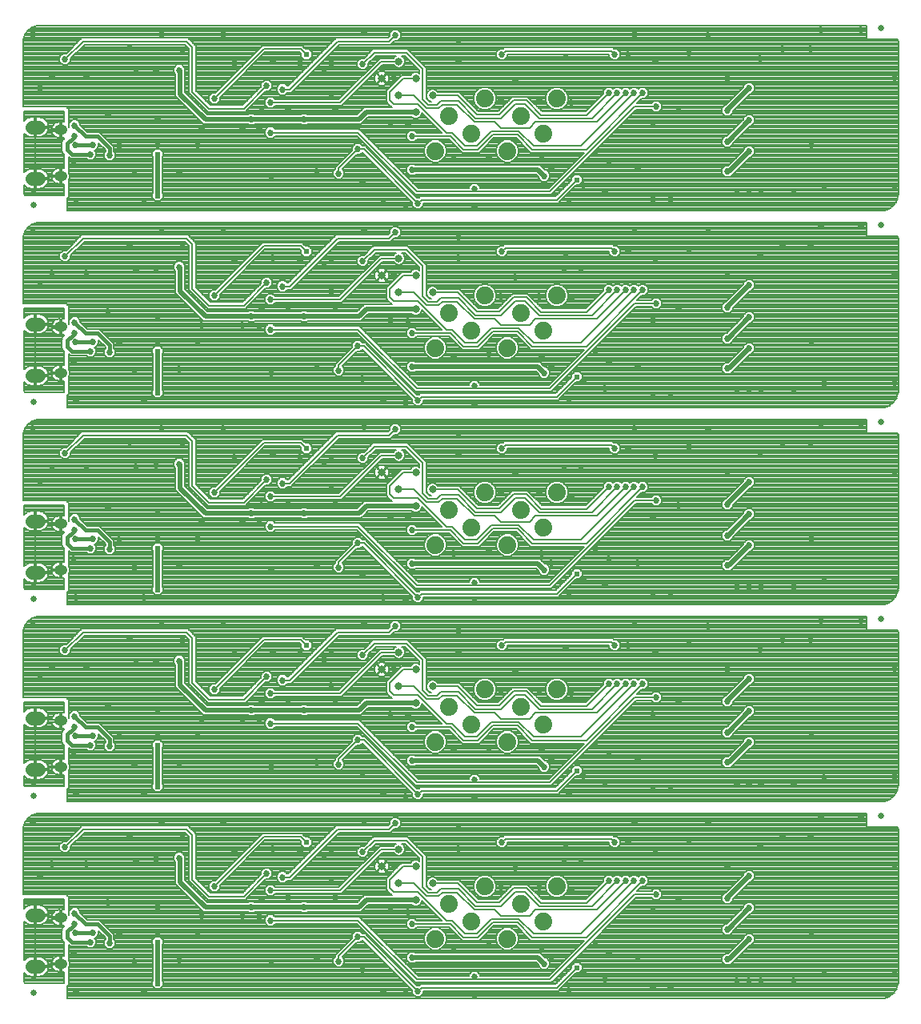
<source format=gbl>
G75*
%MOIN*%
%OFA0B0*%
%FSLAX25Y25*%
%IPPOS*%
%LPD*%
%AMOC8*
5,1,8,0,0,1.08239X$1,22.5*
%
%ADD10C,0.03200*%
%ADD11C,0.05512*%
%ADD12C,0.03937*%
%ADD13C,0.07400*%
%ADD14C,0.02500*%
%ADD15C,0.02700*%
%ADD16C,0.00800*%
%ADD17C,0.02400*%
%ADD18C,0.02000*%
%ADD19C,0.01600*%
D10*
X0189643Y0085036D03*
X0196714Y0092107D03*
X0203786Y0085036D03*
X0210857Y0077964D03*
X0203786Y0070893D03*
X0196714Y0077964D03*
X0203786Y0152893D03*
X0210857Y0159964D03*
X0203786Y0167036D03*
X0196714Y0174107D03*
X0189643Y0167036D03*
X0196714Y0159964D03*
X0203786Y0234893D03*
X0210857Y0241964D03*
X0203786Y0249036D03*
X0196714Y0256107D03*
X0189643Y0249036D03*
X0196714Y0241964D03*
X0203786Y0316893D03*
X0210857Y0323964D03*
X0203786Y0331036D03*
X0196714Y0338107D03*
X0189643Y0331036D03*
X0196714Y0323964D03*
X0203786Y0398893D03*
X0210857Y0405964D03*
X0203786Y0413036D03*
X0196714Y0420107D03*
X0189643Y0413036D03*
X0196714Y0405964D03*
D11*
X0046664Y0392754D02*
X0043908Y0392754D01*
X0043908Y0371258D02*
X0046664Y0371258D01*
X0046664Y0310754D02*
X0043908Y0310754D01*
X0043908Y0289258D02*
X0046664Y0289258D01*
X0046664Y0228754D02*
X0043908Y0228754D01*
X0043908Y0207258D02*
X0046664Y0207258D01*
X0046664Y0146754D02*
X0043908Y0146754D01*
X0043908Y0125258D02*
X0046664Y0125258D01*
X0046664Y0064754D02*
X0043908Y0064754D01*
X0043908Y0043258D02*
X0046664Y0043258D01*
D12*
X0055427Y0044433D02*
X0056609Y0044433D01*
X0055427Y0044433D02*
X0055427Y0044433D01*
X0056609Y0044433D01*
X0056609Y0044433D01*
X0056609Y0063567D02*
X0055427Y0063567D01*
X0055427Y0063567D01*
X0056609Y0063567D01*
X0056609Y0063567D01*
X0056609Y0126433D02*
X0055427Y0126433D01*
X0055427Y0126433D01*
X0056609Y0126433D01*
X0056609Y0126433D01*
X0056609Y0145567D02*
X0055427Y0145567D01*
X0055427Y0145567D01*
X0056609Y0145567D01*
X0056609Y0145567D01*
X0056609Y0208433D02*
X0055427Y0208433D01*
X0055427Y0208433D01*
X0056609Y0208433D01*
X0056609Y0208433D01*
X0056609Y0227567D02*
X0055427Y0227567D01*
X0055427Y0227567D01*
X0056609Y0227567D01*
X0056609Y0227567D01*
X0056609Y0290433D02*
X0055427Y0290433D01*
X0055427Y0290433D01*
X0056609Y0290433D01*
X0056609Y0290433D01*
X0056609Y0309567D02*
X0055427Y0309567D01*
X0055427Y0309567D01*
X0056609Y0309567D01*
X0056609Y0309567D01*
X0056609Y0372433D02*
X0055427Y0372433D01*
X0055427Y0372433D01*
X0056609Y0372433D01*
X0056609Y0372433D01*
X0056609Y0391567D02*
X0055427Y0391567D01*
X0055427Y0391567D01*
X0056609Y0391567D01*
X0056609Y0391567D01*
D13*
X0212010Y0382846D03*
X0217510Y0397343D03*
X0227010Y0390094D03*
X0242010Y0382846D03*
X0247510Y0397343D03*
X0257010Y0390094D03*
X0262510Y0404591D03*
X0232510Y0404591D03*
X0232510Y0322591D03*
X0227010Y0308094D03*
X0217510Y0315343D03*
X0212010Y0300846D03*
X0242010Y0300846D03*
X0247510Y0315343D03*
X0257010Y0308094D03*
X0262510Y0322591D03*
X0262510Y0240591D03*
X0257010Y0226094D03*
X0247510Y0233343D03*
X0242010Y0218846D03*
X0227010Y0226094D03*
X0217510Y0233343D03*
X0212010Y0218846D03*
X0232510Y0240591D03*
X0232510Y0158591D03*
X0247510Y0151343D03*
X0257010Y0144094D03*
X0242010Y0136846D03*
X0227010Y0144094D03*
X0217510Y0151343D03*
X0212010Y0136846D03*
X0262510Y0158591D03*
X0262510Y0076591D03*
X0257010Y0062094D03*
X0247510Y0069343D03*
X0242010Y0054846D03*
X0227010Y0062094D03*
X0217510Y0069343D03*
X0212010Y0054846D03*
X0232510Y0076591D03*
D14*
X0397750Y0106000D03*
X0397750Y0188000D03*
X0397750Y0270000D03*
X0397750Y0352000D03*
X0397750Y0434000D03*
X0044750Y0360500D03*
X0044750Y0278500D03*
X0044750Y0196500D03*
X0044750Y0114500D03*
X0044750Y0032500D03*
D15*
X0062250Y0033000D03*
X0061239Y0049000D03*
X0061985Y0057265D03*
X0061750Y0061000D03*
X0061750Y0065500D03*
X0069250Y0057500D03*
X0068250Y0053500D03*
X0076278Y0053000D03*
X0080250Y0057000D03*
X0086750Y0045500D03*
X0090750Y0033000D03*
X0105250Y0046000D03*
X0112850Y0057300D03*
X0114750Y0064500D03*
X0119994Y0076744D03*
X0128250Y0091500D03*
X0123577Y0103500D03*
X0106762Y0097024D03*
X0105250Y0088500D03*
X0095750Y0088000D03*
X0087250Y0087500D03*
X0084616Y0097516D03*
X0097911Y0103500D03*
X0090750Y0115000D03*
X0086750Y0127500D03*
X0076278Y0135000D03*
X0080250Y0139000D03*
X0069250Y0139500D03*
X0068250Y0135500D03*
X0061985Y0139265D03*
X0061750Y0143000D03*
X0061750Y0147500D03*
X0075750Y0152000D03*
X0066750Y0168016D03*
X0057750Y0175000D03*
X0052250Y0168000D03*
X0047250Y0163000D03*
X0044250Y0185500D03*
X0062250Y0197000D03*
X0061239Y0213000D03*
X0061985Y0221265D03*
X0061750Y0225000D03*
X0061750Y0229500D03*
X0069250Y0221500D03*
X0068250Y0217500D03*
X0076278Y0217000D03*
X0080250Y0221000D03*
X0086750Y0209500D03*
X0096250Y0221500D03*
X0096250Y0232000D03*
X0112850Y0221300D03*
X0114750Y0228500D03*
X0119994Y0240744D03*
X0131750Y0228500D03*
X0135250Y0232000D03*
X0138750Y0228000D03*
X0143250Y0226500D03*
X0139750Y0235500D03*
X0143250Y0239000D03*
X0141750Y0246000D03*
X0148250Y0244500D03*
X0150750Y0236000D03*
X0157250Y0232000D03*
X0170250Y0236000D03*
X0168750Y0242500D03*
X0181750Y0255000D03*
X0182250Y0268000D03*
X0195222Y0266972D03*
X0199750Y0278000D03*
X0204750Y0279000D03*
X0202250Y0293000D03*
X0202250Y0307000D03*
X0200750Y0312000D03*
X0193250Y0312500D03*
X0179735Y0301550D03*
X0171750Y0291500D03*
X0181750Y0288000D03*
X0190250Y0279000D03*
X0162750Y0292500D03*
X0143750Y0290500D03*
X0143250Y0308500D03*
X0138750Y0310000D03*
X0135250Y0314000D03*
X0131750Y0310500D03*
X0139750Y0317500D03*
X0143250Y0321000D03*
X0141750Y0328000D03*
X0148250Y0326500D03*
X0150750Y0318000D03*
X0157250Y0314000D03*
X0170250Y0318000D03*
X0168750Y0324500D03*
X0181750Y0337000D03*
X0182250Y0350000D03*
X0195222Y0348972D03*
X0199750Y0360000D03*
X0204750Y0361000D03*
X0202250Y0375000D03*
X0202250Y0389000D03*
X0200750Y0394000D03*
X0193250Y0394500D03*
X0179735Y0383550D03*
X0171750Y0373500D03*
X0181750Y0370000D03*
X0190250Y0361000D03*
X0162750Y0374500D03*
X0143750Y0372500D03*
X0143250Y0390500D03*
X0138750Y0392000D03*
X0135250Y0396000D03*
X0131750Y0392500D03*
X0139750Y0399500D03*
X0143250Y0403000D03*
X0148250Y0408500D03*
X0141750Y0410000D03*
X0144250Y0420500D03*
X0155750Y0419500D03*
X0168750Y0406500D03*
X0170250Y0400000D03*
X0157250Y0396000D03*
X0150750Y0400000D03*
X0128250Y0419500D03*
X0123577Y0431500D03*
X0106762Y0425024D03*
X0105250Y0416500D03*
X0095750Y0416000D03*
X0087250Y0415500D03*
X0084616Y0425516D03*
X0097911Y0431500D03*
X0119994Y0404744D03*
X0114750Y0392500D03*
X0112850Y0385300D03*
X0105250Y0374000D03*
X0096250Y0385500D03*
X0086750Y0373500D03*
X0076278Y0381000D03*
X0080250Y0385000D03*
X0069250Y0385500D03*
X0068250Y0381500D03*
X0061985Y0385265D03*
X0061750Y0389000D03*
X0061750Y0393500D03*
X0075750Y0398000D03*
X0066750Y0414016D03*
X0057750Y0421000D03*
X0052250Y0414000D03*
X0047250Y0409000D03*
X0044250Y0431500D03*
X0096250Y0396000D03*
X0061239Y0377000D03*
X0062250Y0361000D03*
X0044250Y0349500D03*
X0057750Y0339000D03*
X0052250Y0332000D03*
X0047250Y0327000D03*
X0066750Y0332016D03*
X0075750Y0316000D03*
X0080250Y0303000D03*
X0076278Y0299000D03*
X0068250Y0299500D03*
X0069250Y0303500D03*
X0061985Y0303265D03*
X0061750Y0307000D03*
X0061750Y0311500D03*
X0061239Y0295000D03*
X0062250Y0279000D03*
X0044250Y0267500D03*
X0057750Y0257000D03*
X0052250Y0250000D03*
X0047250Y0245000D03*
X0066750Y0250016D03*
X0075750Y0234000D03*
X0087250Y0251500D03*
X0095750Y0252000D03*
X0105250Y0252500D03*
X0106762Y0261024D03*
X0097911Y0267500D03*
X0084616Y0261516D03*
X0090750Y0279000D03*
X0086750Y0291500D03*
X0096250Y0303500D03*
X0096250Y0314000D03*
X0112850Y0303300D03*
X0114750Y0310500D03*
X0119994Y0322744D03*
X0128250Y0337500D03*
X0123577Y0349500D03*
X0106762Y0343024D03*
X0105250Y0334500D03*
X0095750Y0334000D03*
X0087250Y0333500D03*
X0084616Y0343516D03*
X0097911Y0349500D03*
X0090750Y0361000D03*
X0144250Y0338500D03*
X0155750Y0337500D03*
X0194750Y0331500D03*
X0221750Y0338500D03*
X0221750Y0347000D03*
X0228250Y0359500D03*
X0228250Y0366950D03*
X0234250Y0380500D03*
X0219750Y0379500D03*
X0239250Y0404500D03*
X0245250Y0412500D03*
X0239750Y0423000D03*
X0221750Y0420500D03*
X0221750Y0429000D03*
X0195222Y0430972D03*
X0182250Y0432000D03*
X0181750Y0419000D03*
X0194750Y0413500D03*
X0255250Y0404500D03*
X0268750Y0403000D03*
X0284250Y0407000D03*
X0287750Y0407000D03*
X0291250Y0407000D03*
X0294750Y0407000D03*
X0298250Y0406950D03*
X0303962Y0401288D03*
X0302750Y0394500D03*
X0313250Y0399500D03*
X0333650Y0399800D03*
X0342750Y0395625D03*
X0333650Y0386700D03*
X0342750Y0382625D03*
X0333650Y0374300D03*
X0337550Y0365300D03*
X0342450Y0365200D03*
X0347450Y0365300D03*
X0361207Y0365347D03*
X0374065Y0367937D03*
X0368770Y0385280D03*
X0342750Y0409000D03*
X0333650Y0413000D03*
X0347250Y0421500D03*
X0356750Y0425500D03*
X0368313Y0425484D03*
X0372734Y0433469D03*
X0389203Y0433469D03*
X0403350Y0413300D03*
X0403350Y0368200D03*
X0389203Y0351469D03*
X0372734Y0351469D03*
X0368313Y0343484D03*
X0356750Y0343500D03*
X0347250Y0339500D03*
X0333650Y0331000D03*
X0342750Y0327000D03*
X0333650Y0317800D03*
X0342750Y0313625D03*
X0333650Y0304700D03*
X0342750Y0300625D03*
X0333650Y0292300D03*
X0337550Y0283300D03*
X0342450Y0283200D03*
X0347450Y0283300D03*
X0361207Y0283347D03*
X0374065Y0285937D03*
X0372734Y0269469D03*
X0368313Y0261484D03*
X0356750Y0261500D03*
X0347250Y0257500D03*
X0333650Y0249000D03*
X0342750Y0245000D03*
X0333650Y0235800D03*
X0342750Y0231625D03*
X0333650Y0222700D03*
X0342750Y0218625D03*
X0333650Y0210300D03*
X0337550Y0201300D03*
X0342450Y0201200D03*
X0347450Y0201300D03*
X0361207Y0201347D03*
X0374065Y0203937D03*
X0372734Y0187469D03*
X0368313Y0179484D03*
X0356750Y0179500D03*
X0347250Y0175500D03*
X0342750Y0163000D03*
X0333650Y0167000D03*
X0333650Y0153800D03*
X0342750Y0149625D03*
X0333650Y0140700D03*
X0342750Y0136625D03*
X0333650Y0128300D03*
X0337550Y0119300D03*
X0342450Y0119200D03*
X0347450Y0119300D03*
X0361207Y0119347D03*
X0374065Y0121937D03*
X0368770Y0139280D03*
X0403350Y0122200D03*
X0389203Y0105469D03*
X0372734Y0105469D03*
X0368313Y0097484D03*
X0356750Y0097500D03*
X0347250Y0093500D03*
X0333650Y0085000D03*
X0342750Y0081000D03*
X0333650Y0071800D03*
X0342750Y0067625D03*
X0333650Y0058700D03*
X0342750Y0054625D03*
X0333650Y0046300D03*
X0337550Y0037300D03*
X0342450Y0037200D03*
X0347450Y0037300D03*
X0361207Y0037347D03*
X0374065Y0039937D03*
X0368770Y0057280D03*
X0403350Y0040200D03*
X0403350Y0085300D03*
X0325758Y0102929D03*
X0317742Y0095587D03*
X0303750Y0092000D03*
X0292250Y0095000D03*
X0286750Y0095000D03*
X0294919Y0103500D03*
X0302450Y0116800D03*
X0309950Y0116700D03*
X0296250Y0129500D03*
X0284250Y0131100D03*
X0273650Y0122600D03*
X0267750Y0115500D03*
X0257250Y0126500D03*
X0260250Y0129500D03*
X0256250Y0133500D03*
X0234250Y0134500D03*
X0228250Y0120950D03*
X0228250Y0113500D03*
X0221750Y0101000D03*
X0221750Y0092500D03*
X0239750Y0095000D03*
X0245250Y0084500D03*
X0239250Y0076500D03*
X0255250Y0076500D03*
X0268750Y0075000D03*
X0284250Y0079000D03*
X0287750Y0079000D03*
X0291250Y0079000D03*
X0294750Y0079000D03*
X0298250Y0078950D03*
X0303962Y0073288D03*
X0302750Y0066500D03*
X0313250Y0071500D03*
X0296250Y0047500D03*
X0284250Y0049100D03*
X0282750Y0038000D03*
X0273650Y0040600D03*
X0267750Y0033500D03*
X0257250Y0044500D03*
X0260250Y0047500D03*
X0256250Y0051500D03*
X0234250Y0052500D03*
X0219750Y0051500D03*
X0228250Y0038950D03*
X0228250Y0031500D03*
X0204750Y0033000D03*
X0199750Y0032000D03*
X0190250Y0033000D03*
X0181750Y0042000D03*
X0171750Y0045500D03*
X0162750Y0046500D03*
X0179735Y0055550D03*
X0193250Y0066500D03*
X0200750Y0066000D03*
X0202250Y0061000D03*
X0202250Y0047000D03*
X0170250Y0072000D03*
X0168750Y0078500D03*
X0157250Y0068000D03*
X0150750Y0072000D03*
X0143250Y0075000D03*
X0139750Y0071500D03*
X0135250Y0068000D03*
X0131750Y0064500D03*
X0138750Y0064000D03*
X0143250Y0062500D03*
X0143750Y0044500D03*
X0148250Y0080500D03*
X0141750Y0082000D03*
X0144250Y0092500D03*
X0155750Y0091500D03*
X0181750Y0091000D03*
X0182250Y0104000D03*
X0195222Y0102972D03*
X0199750Y0114000D03*
X0204750Y0115000D03*
X0202250Y0129000D03*
X0202250Y0143000D03*
X0200750Y0148000D03*
X0193250Y0148500D03*
X0179735Y0137550D03*
X0171750Y0127500D03*
X0181750Y0124000D03*
X0190250Y0115000D03*
X0162750Y0128500D03*
X0143750Y0126500D03*
X0143250Y0144500D03*
X0138750Y0146000D03*
X0135250Y0150000D03*
X0131750Y0146500D03*
X0139750Y0153500D03*
X0143250Y0157000D03*
X0148250Y0162500D03*
X0141750Y0164000D03*
X0144250Y0174500D03*
X0155750Y0173500D03*
X0168750Y0160500D03*
X0170250Y0154000D03*
X0157250Y0150000D03*
X0150750Y0154000D03*
X0128250Y0173500D03*
X0123577Y0185500D03*
X0106762Y0179024D03*
X0105250Y0170500D03*
X0095750Y0170000D03*
X0087250Y0169500D03*
X0084616Y0179516D03*
X0097911Y0185500D03*
X0090750Y0197000D03*
X0105250Y0210000D03*
X0143750Y0208500D03*
X0162750Y0210500D03*
X0171750Y0209500D03*
X0181750Y0206000D03*
X0190250Y0197000D03*
X0199750Y0196000D03*
X0204750Y0197000D03*
X0202250Y0211000D03*
X0202250Y0225000D03*
X0200750Y0230000D03*
X0193250Y0230500D03*
X0179735Y0219550D03*
X0194750Y0249500D03*
X0221750Y0256500D03*
X0221750Y0265000D03*
X0228250Y0277500D03*
X0228250Y0284950D03*
X0219750Y0297500D03*
X0234250Y0298500D03*
X0256250Y0297500D03*
X0260250Y0293500D03*
X0257250Y0290500D03*
X0267750Y0279500D03*
X0273650Y0286600D03*
X0282750Y0284000D03*
X0284250Y0295100D03*
X0296250Y0293500D03*
X0302450Y0280800D03*
X0309950Y0280700D03*
X0294919Y0267500D03*
X0292250Y0259000D03*
X0286750Y0259000D03*
X0287750Y0243000D03*
X0284250Y0243000D03*
X0291250Y0243000D03*
X0294750Y0243000D03*
X0298250Y0242950D03*
X0303962Y0237288D03*
X0302750Y0230500D03*
X0313250Y0235500D03*
X0303750Y0256000D03*
X0317742Y0259587D03*
X0325758Y0266929D03*
X0368770Y0303280D03*
X0403350Y0286200D03*
X0389203Y0269469D03*
X0403350Y0249300D03*
X0368770Y0221280D03*
X0403350Y0204200D03*
X0389203Y0187469D03*
X0403350Y0167300D03*
X0325758Y0184929D03*
X0317742Y0177587D03*
X0303750Y0174000D03*
X0292250Y0177000D03*
X0286750Y0177000D03*
X0294919Y0185500D03*
X0302450Y0198800D03*
X0309950Y0198700D03*
X0296250Y0211500D03*
X0284250Y0213100D03*
X0282750Y0202000D03*
X0273650Y0204600D03*
X0267750Y0197500D03*
X0257250Y0208500D03*
X0260250Y0211500D03*
X0256250Y0215500D03*
X0234250Y0216500D03*
X0219750Y0215500D03*
X0228250Y0202950D03*
X0228250Y0195500D03*
X0221750Y0183000D03*
X0221750Y0174500D03*
X0239750Y0177000D03*
X0245250Y0166500D03*
X0239250Y0158500D03*
X0255250Y0158500D03*
X0268750Y0157000D03*
X0284250Y0161000D03*
X0287750Y0161000D03*
X0291250Y0161000D03*
X0294750Y0161000D03*
X0298250Y0160950D03*
X0303962Y0155288D03*
X0302750Y0148500D03*
X0313250Y0153500D03*
X0282750Y0120000D03*
X0266250Y0094000D03*
X0219750Y0133500D03*
X0194750Y0167500D03*
X0181750Y0173000D03*
X0182250Y0186000D03*
X0195222Y0184972D03*
X0239250Y0240500D03*
X0245250Y0248500D03*
X0239750Y0259000D03*
X0255250Y0240500D03*
X0268750Y0239000D03*
X0266250Y0258000D03*
X0302750Y0312500D03*
X0303962Y0319288D03*
X0298250Y0324950D03*
X0294750Y0325000D03*
X0291250Y0325000D03*
X0287750Y0325000D03*
X0284250Y0325000D03*
X0268750Y0321000D03*
X0255250Y0322500D03*
X0245250Y0330500D03*
X0239250Y0322500D03*
X0239750Y0341000D03*
X0266250Y0340000D03*
X0286750Y0341000D03*
X0292250Y0341000D03*
X0294919Y0349500D03*
X0303750Y0338000D03*
X0317742Y0341587D03*
X0325758Y0348929D03*
X0309950Y0362700D03*
X0302450Y0362800D03*
X0296250Y0375500D03*
X0284250Y0377100D03*
X0273650Y0368600D03*
X0267750Y0361500D03*
X0257250Y0372500D03*
X0260250Y0375500D03*
X0256250Y0379500D03*
X0282750Y0366000D03*
X0313250Y0317500D03*
X0403350Y0331300D03*
X0303750Y0420000D03*
X0292250Y0423000D03*
X0286750Y0423000D03*
X0294919Y0431500D03*
X0317742Y0423587D03*
X0325758Y0430929D03*
X0266250Y0422000D03*
X0105250Y0292000D03*
X0123577Y0267500D03*
X0128250Y0255500D03*
X0144250Y0256500D03*
X0155750Y0255500D03*
X0119994Y0158744D03*
X0114750Y0146500D03*
X0112850Y0139300D03*
X0105250Y0128000D03*
X0096250Y0139500D03*
X0096250Y0150000D03*
X0061239Y0131000D03*
X0062250Y0115000D03*
X0044250Y0103500D03*
X0057750Y0093000D03*
X0052250Y0086000D03*
X0047250Y0081000D03*
X0066750Y0086016D03*
X0075750Y0070000D03*
X0096250Y0068000D03*
X0096250Y0057500D03*
X0194750Y0085500D03*
X0266250Y0176000D03*
X0302450Y0034800D03*
X0309950Y0034700D03*
D16*
X0040792Y0036500D02*
X0040750Y0037035D01*
X0040750Y0040538D01*
X0041200Y0040088D01*
X0041730Y0039703D01*
X0042312Y0039406D01*
X0042935Y0039204D01*
X0043581Y0039102D01*
X0044886Y0039102D01*
X0044886Y0042858D01*
X0045686Y0042858D01*
X0045686Y0043658D01*
X0044886Y0043658D01*
X0044886Y0047413D01*
X0043581Y0047413D01*
X0042935Y0047311D01*
X0042312Y0047109D01*
X0041730Y0046812D01*
X0041200Y0046427D01*
X0040750Y0045977D01*
X0040750Y0062034D01*
X0041200Y0061584D01*
X0041730Y0061199D01*
X0042312Y0060902D01*
X0042935Y0060700D01*
X0043581Y0060598D01*
X0044886Y0060598D01*
X0044886Y0064354D01*
X0045686Y0064354D01*
X0045686Y0065154D01*
X0044886Y0065154D01*
X0044886Y0068909D01*
X0043581Y0068910D01*
X0042935Y0068807D01*
X0042312Y0068605D01*
X0041730Y0068308D01*
X0041200Y0067924D01*
X0040750Y0067473D01*
X0040750Y0071500D01*
X0057250Y0071500D01*
X0057250Y0066874D01*
X0056940Y0066935D01*
X0056418Y0066935D01*
X0056418Y0063967D01*
X0055618Y0063967D01*
X0055618Y0066935D01*
X0055095Y0066935D01*
X0054445Y0066806D01*
X0053832Y0066552D01*
X0053280Y0066183D01*
X0052811Y0065714D01*
X0052442Y0065163D01*
X0052188Y0064549D01*
X0052072Y0063967D01*
X0055618Y0063967D01*
X0055618Y0063167D01*
X0056418Y0063167D01*
X0056418Y0060198D01*
X0056940Y0060198D01*
X0057250Y0060260D01*
X0057250Y0059955D01*
X0056715Y0059421D01*
X0056350Y0058538D01*
X0056350Y0055023D01*
X0056715Y0054141D01*
X0057250Y0053606D01*
X0057250Y0047740D01*
X0056940Y0047802D01*
X0056418Y0047802D01*
X0056418Y0044833D01*
X0055618Y0044833D01*
X0055618Y0047802D01*
X0055095Y0047802D01*
X0054445Y0047672D01*
X0053832Y0047418D01*
X0053280Y0047050D01*
X0052811Y0046580D01*
X0052442Y0046029D01*
X0052188Y0045416D01*
X0052072Y0044833D01*
X0055618Y0044833D01*
X0055618Y0044033D01*
X0056418Y0044033D01*
X0056418Y0041065D01*
X0056940Y0041065D01*
X0057250Y0041126D01*
X0057250Y0036500D01*
X0040792Y0036500D01*
X0040750Y0037284D02*
X0057250Y0037284D01*
X0057250Y0038082D02*
X0040750Y0038082D01*
X0040750Y0038881D02*
X0057250Y0038881D01*
X0057250Y0039679D02*
X0048795Y0039679D01*
X0048842Y0039703D02*
X0049371Y0040088D01*
X0049834Y0040550D01*
X0050218Y0041079D01*
X0050515Y0041662D01*
X0050717Y0042284D01*
X0050808Y0042858D01*
X0045686Y0042858D01*
X0045686Y0039102D01*
X0046991Y0039102D01*
X0047637Y0039204D01*
X0048259Y0039406D01*
X0048842Y0039703D01*
X0049761Y0040478D02*
X0057250Y0040478D01*
X0056418Y0041276D02*
X0055618Y0041276D01*
X0055618Y0041065D02*
X0055618Y0044033D01*
X0052072Y0044033D01*
X0052188Y0043451D01*
X0052442Y0042837D01*
X0052811Y0042286D01*
X0053280Y0041817D01*
X0053832Y0041448D01*
X0054445Y0041194D01*
X0055095Y0041065D01*
X0055618Y0041065D01*
X0055618Y0042075D02*
X0056418Y0042075D01*
X0056418Y0042873D02*
X0055618Y0042873D01*
X0055618Y0043672D02*
X0056418Y0043672D01*
X0055618Y0044470D02*
X0050639Y0044470D01*
X0050717Y0044231D02*
X0050515Y0044853D01*
X0050218Y0045436D01*
X0049834Y0045965D01*
X0049371Y0046427D01*
X0048842Y0046812D01*
X0048259Y0047109D01*
X0047637Y0047311D01*
X0046991Y0047413D01*
X0045686Y0047413D01*
X0045686Y0043658D01*
X0050808Y0043658D01*
X0050717Y0044231D01*
X0050806Y0043672D02*
X0052144Y0043672D01*
X0052427Y0042873D02*
X0045686Y0042873D01*
X0045286Y0043258D02*
X0045286Y0064754D01*
X0045686Y0064433D02*
X0052165Y0064433D01*
X0052488Y0065232D02*
X0050796Y0065232D01*
X0050808Y0065154D02*
X0050717Y0065727D01*
X0050515Y0066349D01*
X0050218Y0066932D01*
X0049834Y0067461D01*
X0049371Y0067924D01*
X0048842Y0068308D01*
X0048259Y0068605D01*
X0047637Y0068807D01*
X0046991Y0068910D01*
X0045686Y0068910D01*
X0045686Y0065154D01*
X0050808Y0065154D01*
X0050808Y0064354D02*
X0045686Y0064354D01*
X0045686Y0060598D01*
X0046991Y0060598D01*
X0047637Y0060700D01*
X0048259Y0060902D01*
X0048842Y0061199D01*
X0049371Y0061584D01*
X0049834Y0062046D01*
X0050218Y0062575D01*
X0050515Y0063158D01*
X0050717Y0063780D01*
X0050808Y0064354D01*
X0050670Y0063634D02*
X0055618Y0063634D01*
X0055618Y0063167D02*
X0052072Y0063167D01*
X0052188Y0062584D01*
X0052442Y0061971D01*
X0052811Y0061420D01*
X0053280Y0060950D01*
X0053832Y0060582D01*
X0054445Y0060328D01*
X0055095Y0060198D01*
X0055618Y0060198D01*
X0055618Y0063167D01*
X0055618Y0062836D02*
X0056418Y0062836D01*
X0056418Y0062037D02*
X0055618Y0062037D01*
X0055618Y0061239D02*
X0056418Y0061239D01*
X0056418Y0060440D02*
X0055618Y0060440D01*
X0054173Y0060440D02*
X0040750Y0060440D01*
X0040750Y0059642D02*
X0056937Y0059642D01*
X0056476Y0058843D02*
X0040750Y0058843D01*
X0040750Y0058045D02*
X0056350Y0058045D01*
X0056350Y0057246D02*
X0040750Y0057246D01*
X0040750Y0056448D02*
X0056350Y0056448D01*
X0056350Y0055649D02*
X0040750Y0055649D01*
X0040750Y0054851D02*
X0056421Y0054851D01*
X0056804Y0054052D02*
X0040750Y0054052D01*
X0040750Y0053254D02*
X0057250Y0053254D01*
X0057250Y0052455D02*
X0040750Y0052455D01*
X0040750Y0051657D02*
X0057250Y0051657D01*
X0057250Y0050858D02*
X0040750Y0050858D01*
X0040750Y0050060D02*
X0057250Y0050060D01*
X0057250Y0049261D02*
X0040750Y0049261D01*
X0040750Y0048463D02*
X0057250Y0048463D01*
X0056418Y0047664D02*
X0055618Y0047664D01*
X0055618Y0046866D02*
X0056418Y0046866D01*
X0056418Y0046067D02*
X0055618Y0046067D01*
X0055618Y0045269D02*
X0056418Y0045269D01*
X0059250Y0045812D02*
X0059250Y0052454D01*
X0060004Y0051700D01*
X0066727Y0051700D01*
X0067277Y0051150D01*
X0069223Y0051150D01*
X0070600Y0052527D01*
X0070600Y0054473D01*
X0069923Y0055150D01*
X0070223Y0055150D01*
X0071600Y0056527D01*
X0071600Y0058104D01*
X0074478Y0055227D01*
X0074478Y0054523D01*
X0073928Y0053973D01*
X0073928Y0052027D01*
X0075304Y0050650D01*
X0077251Y0050650D01*
X0078628Y0052027D01*
X0078628Y0053973D01*
X0078078Y0054523D01*
X0078078Y0056718D01*
X0077023Y0057772D01*
X0071996Y0062800D01*
X0066996Y0062800D01*
X0064100Y0065696D01*
X0064100Y0066473D01*
X0062723Y0067850D01*
X0060777Y0067850D01*
X0059400Y0066473D01*
X0059400Y0064584D01*
X0059250Y0064946D01*
X0059250Y0072328D01*
X0058750Y0072828D01*
X0058750Y0073500D01*
X0040150Y0073500D01*
X0040150Y0099964D01*
X0040238Y0101081D01*
X0040928Y0103204D01*
X0042240Y0105010D01*
X0044046Y0106322D01*
X0046169Y0107012D01*
X0047285Y0107100D01*
X0391750Y0107100D01*
X0391750Y0101500D01*
X0404626Y0101500D01*
X0404762Y0101081D01*
X0404850Y0099964D01*
X0404850Y0037036D01*
X0404762Y0035919D01*
X0404072Y0033796D01*
X0402760Y0031990D01*
X0400954Y0030678D01*
X0398831Y0029988D01*
X0397714Y0029900D01*
X0058750Y0029900D01*
X0058750Y0035172D01*
X0059250Y0035672D01*
X0059250Y0043054D01*
X0059577Y0043843D01*
X0059577Y0045024D01*
X0059250Y0045812D01*
X0059250Y0046067D02*
X0094250Y0046067D01*
X0094250Y0045269D02*
X0059475Y0045269D01*
X0059577Y0044470D02*
X0094250Y0044470D01*
X0094250Y0043672D02*
X0059506Y0043672D01*
X0059250Y0042873D02*
X0094250Y0042873D01*
X0094250Y0042075D02*
X0059250Y0042075D01*
X0059250Y0041276D02*
X0094250Y0041276D01*
X0094250Y0040478D02*
X0059250Y0040478D01*
X0059250Y0039679D02*
X0094250Y0039679D01*
X0094250Y0038881D02*
X0059250Y0038881D01*
X0059250Y0038082D02*
X0094250Y0038082D01*
X0094250Y0037284D02*
X0059250Y0037284D01*
X0059250Y0036485D02*
X0094050Y0036485D01*
X0094050Y0037011D02*
X0094050Y0035189D01*
X0095339Y0033900D01*
X0097161Y0033900D01*
X0098450Y0035189D01*
X0098450Y0037011D01*
X0098250Y0037211D01*
X0098250Y0052389D01*
X0098450Y0052589D01*
X0098450Y0054411D01*
X0097161Y0055700D01*
X0095339Y0055700D01*
X0094050Y0054411D01*
X0094050Y0052589D01*
X0094250Y0052389D01*
X0094250Y0037211D01*
X0094050Y0037011D01*
X0094050Y0035687D02*
X0059250Y0035687D01*
X0058750Y0034888D02*
X0094351Y0034888D01*
X0095149Y0034090D02*
X0058750Y0034090D01*
X0058750Y0033291D02*
X0202400Y0033291D01*
X0202400Y0033405D02*
X0202400Y0032027D01*
X0203777Y0030650D01*
X0205723Y0030650D01*
X0207100Y0032027D01*
X0207100Y0033100D01*
X0263230Y0033100D01*
X0264050Y0033920D01*
X0270730Y0040600D01*
X0271861Y0040600D01*
X0273150Y0041889D01*
X0273150Y0043711D01*
X0271861Y0045000D01*
X0270039Y0045000D01*
X0268750Y0043711D01*
X0268750Y0042580D01*
X0262070Y0035900D01*
X0205670Y0035900D01*
X0205120Y0035350D01*
X0204415Y0035350D01*
X0183635Y0056130D01*
X0182815Y0056950D01*
X0181659Y0056950D01*
X0180709Y0057900D01*
X0178762Y0057900D01*
X0177385Y0056523D01*
X0177385Y0055180D01*
X0171170Y0048965D01*
X0170350Y0048145D01*
X0170350Y0047423D01*
X0169400Y0046473D01*
X0169400Y0044527D01*
X0170777Y0043150D01*
X0172723Y0043150D01*
X0174100Y0044527D01*
X0174100Y0046473D01*
X0173369Y0047204D01*
X0179365Y0053200D01*
X0180709Y0053200D01*
X0181657Y0054148D01*
X0202400Y0033405D01*
X0202400Y0032493D02*
X0058750Y0032493D01*
X0058750Y0031694D02*
X0202733Y0031694D01*
X0203531Y0030896D02*
X0058750Y0030896D01*
X0058750Y0030097D02*
X0399167Y0030097D01*
X0401254Y0030896D02*
X0205969Y0030896D01*
X0206767Y0031694D02*
X0402353Y0031694D01*
X0403125Y0032493D02*
X0207100Y0032493D01*
X0206250Y0034500D02*
X0262650Y0034500D01*
X0270950Y0042800D01*
X0272537Y0041276D02*
X0404850Y0041276D01*
X0404850Y0040478D02*
X0270608Y0040478D01*
X0269809Y0039679D02*
X0404850Y0039679D01*
X0404850Y0038881D02*
X0269011Y0038881D01*
X0268212Y0038082D02*
X0404850Y0038082D01*
X0404850Y0037284D02*
X0267414Y0037284D01*
X0266615Y0036485D02*
X0404807Y0036485D01*
X0404687Y0035687D02*
X0265816Y0035687D01*
X0265018Y0034888D02*
X0404427Y0034888D01*
X0404168Y0034090D02*
X0264219Y0034090D01*
X0263421Y0033291D02*
X0403705Y0033291D01*
X0404850Y0042075D02*
X0273150Y0042075D01*
X0273150Y0042873D02*
X0404850Y0042873D01*
X0404850Y0043672D02*
X0273150Y0043672D01*
X0272391Y0044470D02*
X0332156Y0044470D01*
X0332677Y0043950D02*
X0331300Y0045327D01*
X0331300Y0047273D01*
X0332677Y0048650D01*
X0333947Y0048650D01*
X0340400Y0055103D01*
X0340400Y0055598D01*
X0341777Y0056975D01*
X0343723Y0056975D01*
X0345100Y0055598D01*
X0345100Y0053651D01*
X0343723Y0052275D01*
X0343228Y0052275D01*
X0336425Y0045472D01*
X0335254Y0044300D01*
X0334973Y0044300D01*
X0334623Y0043950D01*
X0332677Y0043950D01*
X0331358Y0045269D02*
X0268923Y0045269D01*
X0269509Y0044470D02*
X0268125Y0044470D01*
X0268750Y0043672D02*
X0267326Y0043672D01*
X0266528Y0042873D02*
X0268750Y0042873D01*
X0268245Y0042075D02*
X0265729Y0042075D01*
X0264931Y0041276D02*
X0267446Y0041276D01*
X0266648Y0040478D02*
X0264132Y0040478D01*
X0263334Y0039679D02*
X0265849Y0039679D01*
X0265051Y0038881D02*
X0262535Y0038881D01*
X0261737Y0038082D02*
X0264252Y0038082D01*
X0263454Y0037284D02*
X0260938Y0037284D01*
X0261125Y0037470D02*
X0295542Y0071888D01*
X0302039Y0071888D01*
X0302989Y0070938D01*
X0304936Y0070938D01*
X0306312Y0072314D01*
X0306312Y0074261D01*
X0304936Y0075638D01*
X0302989Y0075638D01*
X0302039Y0074688D01*
X0295968Y0074688D01*
X0297880Y0076600D01*
X0299223Y0076600D01*
X0300600Y0077977D01*
X0300600Y0079923D01*
X0299223Y0081300D01*
X0297277Y0081300D01*
X0296525Y0080548D01*
X0295723Y0081350D01*
X0293777Y0081350D01*
X0293000Y0080573D01*
X0292223Y0081350D01*
X0290277Y0081350D01*
X0289500Y0080573D01*
X0288723Y0081350D01*
X0286777Y0081350D01*
X0286000Y0080573D01*
X0285223Y0081350D01*
X0283277Y0081350D01*
X0281900Y0079973D01*
X0281900Y0078630D01*
X0274470Y0071200D01*
X0256510Y0071200D01*
X0250410Y0077300D01*
X0244090Y0077300D01*
X0238090Y0071300D01*
X0229910Y0071300D01*
X0221845Y0079364D01*
X0213091Y0079364D01*
X0213061Y0079437D01*
X0212329Y0080169D01*
X0211374Y0080564D01*
X0210339Y0080564D01*
X0209384Y0080169D01*
X0208652Y0079437D01*
X0208257Y0078482D01*
X0208257Y0077447D01*
X0208652Y0076492D01*
X0209384Y0075760D01*
X0210151Y0075443D01*
X0209530Y0075443D01*
X0208150Y0076822D01*
X0208150Y0089469D01*
X0207330Y0090289D01*
X0200413Y0097207D01*
X0185977Y0097207D01*
X0182120Y0093350D01*
X0180777Y0093350D01*
X0179400Y0091973D01*
X0179400Y0090027D01*
X0180777Y0088650D01*
X0182723Y0088650D01*
X0184100Y0090027D01*
X0184100Y0091370D01*
X0187137Y0094407D01*
X0195473Y0094407D01*
X0195242Y0094311D01*
X0194510Y0093579D01*
X0194480Y0093507D01*
X0188777Y0093507D01*
X0171670Y0076400D01*
X0145173Y0076400D01*
X0144223Y0077350D01*
X0142277Y0077350D01*
X0140900Y0075973D01*
X0140900Y0074027D01*
X0142277Y0072650D01*
X0144223Y0072650D01*
X0145173Y0073600D01*
X0172830Y0073600D01*
X0189936Y0090707D01*
X0194480Y0090707D01*
X0194510Y0090634D01*
X0195242Y0089902D01*
X0196197Y0089507D01*
X0197232Y0089507D01*
X0198187Y0089902D01*
X0198919Y0090634D01*
X0199314Y0091589D01*
X0199314Y0092624D01*
X0198919Y0093579D01*
X0198187Y0094311D01*
X0197956Y0094407D01*
X0199253Y0094407D01*
X0205350Y0088310D01*
X0205350Y0087148D01*
X0205258Y0087240D01*
X0204303Y0087636D01*
X0203268Y0087636D01*
X0202313Y0087240D01*
X0201581Y0086508D01*
X0201551Y0086436D01*
X0197887Y0086436D01*
X0197067Y0085615D01*
X0191514Y0080063D01*
X0191514Y0075320D01*
X0192335Y0074500D01*
X0193941Y0072893D01*
X0182315Y0072893D01*
X0179422Y0070000D01*
X0158573Y0070000D01*
X0158223Y0070350D01*
X0156277Y0070350D01*
X0155927Y0070000D01*
X0136573Y0070000D01*
X0136223Y0070350D01*
X0134277Y0070350D01*
X0133927Y0070000D01*
X0117078Y0070000D01*
X0107750Y0079328D01*
X0107750Y0088828D01*
X0107600Y0088978D01*
X0107600Y0089473D01*
X0106223Y0090850D01*
X0104277Y0090850D01*
X0102900Y0089473D01*
X0102900Y0087527D01*
X0103750Y0086677D01*
X0103750Y0077672D01*
X0114250Y0067172D01*
X0115422Y0066000D01*
X0133927Y0066000D01*
X0134277Y0065650D01*
X0136223Y0065650D01*
X0136573Y0066000D01*
X0155927Y0066000D01*
X0156277Y0065650D01*
X0158223Y0065650D01*
X0158573Y0066000D01*
X0181078Y0066000D01*
X0183972Y0068893D01*
X0202109Y0068893D01*
X0202313Y0068689D01*
X0203268Y0068293D01*
X0204303Y0068293D01*
X0205258Y0068689D01*
X0205990Y0069421D01*
X0206386Y0070376D01*
X0206386Y0070605D01*
X0214590Y0062400D01*
X0204173Y0062400D01*
X0203223Y0063350D01*
X0201277Y0063350D01*
X0199900Y0061973D01*
X0199900Y0060027D01*
X0201277Y0058650D01*
X0203223Y0058650D01*
X0204173Y0059600D01*
X0217670Y0059600D01*
X0222350Y0054920D01*
X0223170Y0054100D01*
X0230330Y0054100D01*
X0231150Y0054920D01*
X0236430Y0060200D01*
X0245570Y0060200D01*
X0251670Y0054100D01*
X0273795Y0054100D01*
X0259145Y0039450D01*
X0230600Y0039450D01*
X0230600Y0039923D01*
X0229223Y0041300D01*
X0227277Y0041300D01*
X0225900Y0039923D01*
X0225900Y0039350D01*
X0204880Y0039350D01*
X0180330Y0063900D01*
X0145173Y0063900D01*
X0144223Y0064850D01*
X0142277Y0064850D01*
X0140900Y0063473D01*
X0140900Y0061527D01*
X0142277Y0060150D01*
X0144223Y0060150D01*
X0145173Y0061100D01*
X0179170Y0061100D01*
X0202900Y0037370D01*
X0203720Y0036550D01*
X0229830Y0036550D01*
X0229930Y0036650D01*
X0260304Y0036650D01*
X0261125Y0037470D01*
X0261125Y0037470D01*
X0259725Y0038050D02*
X0294962Y0073288D01*
X0303962Y0073288D01*
X0302307Y0071620D02*
X0295274Y0071620D01*
X0294476Y0070821D02*
X0331305Y0070821D01*
X0331300Y0070827D02*
X0332677Y0069450D01*
X0334623Y0069450D01*
X0336000Y0070827D01*
X0336000Y0071422D01*
X0343228Y0078650D01*
X0343723Y0078650D01*
X0345100Y0080027D01*
X0345100Y0081973D01*
X0343723Y0083350D01*
X0341777Y0083350D01*
X0340400Y0081973D01*
X0340400Y0081478D01*
X0333072Y0074150D01*
X0332677Y0074150D01*
X0331300Y0072773D01*
X0331300Y0070827D01*
X0331300Y0071620D02*
X0305618Y0071620D01*
X0306312Y0072418D02*
X0331300Y0072418D01*
X0331743Y0073217D02*
X0306312Y0073217D01*
X0306312Y0074015D02*
X0332542Y0074015D01*
X0333735Y0074814D02*
X0305760Y0074814D01*
X0304961Y0075612D02*
X0334534Y0075612D01*
X0335332Y0076411D02*
X0297691Y0076411D01*
X0296892Y0075612D02*
X0302963Y0075612D01*
X0302165Y0074814D02*
X0296094Y0074814D01*
X0294750Y0079000D02*
X0272650Y0056900D01*
X0252830Y0056900D01*
X0246730Y0063000D01*
X0235270Y0063000D01*
X0229170Y0056900D01*
X0224330Y0056900D01*
X0218830Y0062400D01*
X0216570Y0062400D01*
X0204770Y0074200D01*
X0194614Y0074200D01*
X0192914Y0075900D01*
X0192914Y0079483D01*
X0198467Y0085036D01*
X0203786Y0085036D01*
X0201864Y0086791D02*
X0192078Y0086791D01*
X0191974Y0086948D02*
X0191835Y0087086D01*
X0189785Y0085036D01*
X0189643Y0085177D01*
X0189502Y0085036D01*
X0187451Y0087086D01*
X0187313Y0086948D01*
X0186985Y0086457D01*
X0186759Y0085911D01*
X0186643Y0085331D01*
X0186643Y0084740D01*
X0186759Y0084160D01*
X0186985Y0083614D01*
X0187313Y0083123D01*
X0187451Y0082985D01*
X0189502Y0085035D01*
X0189643Y0084894D01*
X0187593Y0082843D01*
X0187731Y0082705D01*
X0188222Y0082377D01*
X0188768Y0082151D01*
X0189348Y0082036D01*
X0189939Y0082036D01*
X0190518Y0082151D01*
X0191064Y0082377D01*
X0191556Y0082705D01*
X0191694Y0082843D01*
X0189643Y0084894D01*
X0189785Y0085035D01*
X0191835Y0082985D01*
X0191974Y0083123D01*
X0192302Y0083614D01*
X0192528Y0084160D01*
X0192643Y0084740D01*
X0192643Y0085331D01*
X0192528Y0085911D01*
X0192302Y0086457D01*
X0191974Y0086948D01*
X0191694Y0087228D02*
X0191556Y0087366D01*
X0191064Y0087694D01*
X0190518Y0087920D01*
X0189939Y0088036D01*
X0189348Y0088036D01*
X0188768Y0087920D01*
X0188222Y0087694D01*
X0187731Y0087366D01*
X0187593Y0087228D01*
X0189643Y0085177D01*
X0191694Y0087228D01*
X0191541Y0086791D02*
X0191258Y0086791D01*
X0191220Y0087590D02*
X0203158Y0087590D01*
X0204413Y0087590D02*
X0205350Y0087590D01*
X0205271Y0088388D02*
X0187618Y0088388D01*
X0188066Y0087590D02*
X0186820Y0087590D01*
X0187209Y0086791D02*
X0186021Y0086791D01*
X0186793Y0085993D02*
X0185223Y0085993D01*
X0184424Y0085194D02*
X0186643Y0085194D01*
X0186712Y0084396D02*
X0183626Y0084396D01*
X0182827Y0083597D02*
X0186996Y0083597D01*
X0187637Y0082799D02*
X0182029Y0082799D01*
X0181230Y0082000D02*
X0193452Y0082000D01*
X0192653Y0081202D02*
X0180432Y0081202D01*
X0179633Y0080403D02*
X0191855Y0080403D01*
X0191514Y0079605D02*
X0178835Y0079605D01*
X0178036Y0078806D02*
X0191514Y0078806D01*
X0191514Y0078008D02*
X0177238Y0078008D01*
X0176439Y0077209D02*
X0191514Y0077209D01*
X0191514Y0076411D02*
X0175641Y0076411D01*
X0174842Y0075612D02*
X0191514Y0075612D01*
X0192021Y0074814D02*
X0174044Y0074814D01*
X0173245Y0074015D02*
X0192819Y0074015D01*
X0193618Y0073217D02*
X0144790Y0073217D01*
X0143250Y0075000D02*
X0172250Y0075000D01*
X0189357Y0092107D01*
X0196714Y0092107D01*
X0194909Y0093978D02*
X0186708Y0093978D01*
X0185909Y0093179D02*
X0188450Y0093179D01*
X0187651Y0092381D02*
X0185111Y0092381D01*
X0184312Y0091582D02*
X0186852Y0091582D01*
X0186054Y0090784D02*
X0184100Y0090784D01*
X0184059Y0089985D02*
X0185255Y0089985D01*
X0184457Y0089187D02*
X0183260Y0089187D01*
X0183658Y0088388D02*
X0161118Y0088388D01*
X0160320Y0087590D02*
X0182860Y0087590D01*
X0182061Y0086791D02*
X0159521Y0086791D01*
X0158723Y0085993D02*
X0181263Y0085993D01*
X0180464Y0085194D02*
X0157924Y0085194D01*
X0157126Y0084396D02*
X0179666Y0084396D01*
X0178867Y0083597D02*
X0156327Y0083597D01*
X0155529Y0082799D02*
X0178069Y0082799D01*
X0177270Y0082000D02*
X0154730Y0082000D01*
X0153932Y0081202D02*
X0176472Y0081202D01*
X0175673Y0080403D02*
X0153133Y0080403D01*
X0152335Y0079605D02*
X0174875Y0079605D01*
X0174076Y0078806D02*
X0149880Y0078806D01*
X0150173Y0079100D02*
X0149223Y0078150D01*
X0147277Y0078150D01*
X0145900Y0079527D01*
X0145900Y0081473D01*
X0147277Y0082850D01*
X0149223Y0082850D01*
X0150173Y0081900D01*
X0150670Y0081900D01*
X0170643Y0101872D01*
X0192143Y0101872D01*
X0192872Y0102602D01*
X0192872Y0103946D01*
X0194249Y0105322D01*
X0196196Y0105322D01*
X0197572Y0103946D01*
X0197572Y0101999D01*
X0196196Y0100622D01*
X0194852Y0100622D01*
X0194122Y0099893D01*
X0193302Y0099072D01*
X0171802Y0099072D01*
X0151830Y0079100D01*
X0150173Y0079100D01*
X0151250Y0080500D02*
X0148250Y0080500D01*
X0146620Y0078806D02*
X0140536Y0078806D01*
X0139738Y0078008D02*
X0173278Y0078008D01*
X0172479Y0077209D02*
X0144364Y0077209D01*
X0145163Y0076411D02*
X0171681Y0076411D01*
X0179444Y0070023D02*
X0158551Y0070023D01*
X0155949Y0070023D02*
X0136551Y0070023D01*
X0133949Y0070023D02*
X0117056Y0070023D01*
X0117170Y0071100D02*
X0132830Y0071100D01*
X0133650Y0071920D01*
X0141380Y0079650D01*
X0142723Y0079650D01*
X0144100Y0081027D01*
X0144100Y0082973D01*
X0142723Y0084350D01*
X0140777Y0084350D01*
X0139400Y0082973D01*
X0139400Y0081630D01*
X0131670Y0073900D01*
X0118330Y0073900D01*
X0112150Y0080080D01*
X0112150Y0098580D01*
X0108830Y0101900D01*
X0064670Y0101900D01*
X0063850Y0101080D01*
X0063850Y0101080D01*
X0058120Y0095350D01*
X0056777Y0095350D01*
X0055400Y0093973D01*
X0055400Y0092027D01*
X0056777Y0090650D01*
X0058723Y0090650D01*
X0060100Y0092027D01*
X0060100Y0093370D01*
X0065830Y0099100D01*
X0107670Y0099100D01*
X0109350Y0097420D01*
X0109350Y0078920D01*
X0110170Y0078100D01*
X0117170Y0071100D01*
X0116650Y0071620D02*
X0115459Y0071620D01*
X0115852Y0072418D02*
X0114660Y0072418D01*
X0115053Y0073217D02*
X0113862Y0073217D01*
X0114255Y0074015D02*
X0113063Y0074015D01*
X0113456Y0074814D02*
X0112265Y0074814D01*
X0112658Y0075612D02*
X0111466Y0075612D01*
X0111859Y0076411D02*
X0110668Y0076411D01*
X0111061Y0077209D02*
X0109869Y0077209D01*
X0110262Y0078008D02*
X0109071Y0078008D01*
X0109464Y0078806D02*
X0108272Y0078806D01*
X0107750Y0079605D02*
X0109350Y0079605D01*
X0109350Y0080403D02*
X0107750Y0080403D01*
X0107750Y0081202D02*
X0109350Y0081202D01*
X0109350Y0082000D02*
X0107750Y0082000D01*
X0107750Y0082799D02*
X0109350Y0082799D01*
X0109350Y0083597D02*
X0107750Y0083597D01*
X0107750Y0084396D02*
X0109350Y0084396D01*
X0109350Y0085194D02*
X0107750Y0085194D01*
X0107750Y0085993D02*
X0109350Y0085993D01*
X0109350Y0086791D02*
X0107750Y0086791D01*
X0107750Y0087590D02*
X0109350Y0087590D01*
X0109350Y0088388D02*
X0107750Y0088388D01*
X0107600Y0089187D02*
X0109350Y0089187D01*
X0109350Y0089985D02*
X0107088Y0089985D01*
X0106290Y0090784D02*
X0109350Y0090784D01*
X0109350Y0091582D02*
X0059656Y0091582D01*
X0060100Y0092381D02*
X0109350Y0092381D01*
X0109350Y0093179D02*
X0060100Y0093179D01*
X0060708Y0093978D02*
X0109350Y0093978D01*
X0109350Y0094776D02*
X0061506Y0094776D01*
X0062305Y0095575D02*
X0109350Y0095575D01*
X0109350Y0096373D02*
X0063103Y0096373D01*
X0063902Y0097172D02*
X0109350Y0097172D01*
X0108800Y0097970D02*
X0064700Y0097970D01*
X0065499Y0098769D02*
X0108001Y0098769D01*
X0108250Y0100500D02*
X0110750Y0098000D01*
X0110750Y0079500D01*
X0117750Y0072500D01*
X0132250Y0072500D01*
X0141750Y0082000D01*
X0144100Y0082000D02*
X0146427Y0082000D01*
X0145900Y0081202D02*
X0144100Y0081202D01*
X0143477Y0080403D02*
X0145900Y0080403D01*
X0145900Y0079605D02*
X0141335Y0079605D01*
X0142136Y0077209D02*
X0138939Y0077209D01*
X0138141Y0076411D02*
X0141337Y0076411D01*
X0140900Y0075612D02*
X0137342Y0075612D01*
X0136544Y0074814D02*
X0140900Y0074814D01*
X0140911Y0074015D02*
X0135745Y0074015D01*
X0134947Y0073217D02*
X0141710Y0073217D01*
X0136576Y0078806D02*
X0124036Y0078806D01*
X0123238Y0078008D02*
X0135778Y0078008D01*
X0134979Y0077209D02*
X0122439Y0077209D01*
X0122344Y0077114D02*
X0141080Y0095850D01*
X0155420Y0095850D01*
X0156050Y0095220D01*
X0156050Y0094089D01*
X0157339Y0092800D01*
X0159161Y0092800D01*
X0160450Y0094089D01*
X0160450Y0095911D01*
X0159161Y0097200D01*
X0158030Y0097200D01*
X0157400Y0097830D01*
X0156580Y0098650D01*
X0139920Y0098650D01*
X0139100Y0097830D01*
X0120364Y0079094D01*
X0119021Y0079094D01*
X0117644Y0077717D01*
X0117644Y0075771D01*
X0119021Y0074394D01*
X0120967Y0074394D01*
X0122344Y0075771D01*
X0122344Y0077114D01*
X0122344Y0076411D02*
X0134181Y0076411D01*
X0133382Y0075612D02*
X0122186Y0075612D01*
X0121387Y0074814D02*
X0132584Y0074814D01*
X0131785Y0074015D02*
X0118215Y0074015D01*
X0118601Y0074814D02*
X0117416Y0074814D01*
X0117803Y0075612D02*
X0116618Y0075612D01*
X0115819Y0076411D02*
X0117644Y0076411D01*
X0117644Y0077209D02*
X0115021Y0077209D01*
X0114222Y0078008D02*
X0117934Y0078008D01*
X0118733Y0078806D02*
X0113424Y0078806D01*
X0112625Y0079605D02*
X0120875Y0079605D01*
X0121673Y0080403D02*
X0112150Y0080403D01*
X0112150Y0081202D02*
X0122472Y0081202D01*
X0123270Y0082000D02*
X0112150Y0082000D01*
X0112150Y0082799D02*
X0124069Y0082799D01*
X0124867Y0083597D02*
X0112150Y0083597D01*
X0112150Y0084396D02*
X0125666Y0084396D01*
X0126464Y0085194D02*
X0112150Y0085194D01*
X0112150Y0085993D02*
X0127263Y0085993D01*
X0128061Y0086791D02*
X0112150Y0086791D01*
X0112150Y0087590D02*
X0128860Y0087590D01*
X0129658Y0088388D02*
X0112150Y0088388D01*
X0112150Y0089187D02*
X0130457Y0089187D01*
X0131255Y0089985D02*
X0112150Y0089985D01*
X0112150Y0090784D02*
X0132054Y0090784D01*
X0132853Y0091582D02*
X0112150Y0091582D01*
X0112150Y0092381D02*
X0133651Y0092381D01*
X0134450Y0093179D02*
X0112150Y0093179D01*
X0112150Y0093978D02*
X0135248Y0093978D01*
X0136047Y0094776D02*
X0112150Y0094776D01*
X0112150Y0095575D02*
X0136845Y0095575D01*
X0137644Y0096373D02*
X0112150Y0096373D01*
X0112150Y0097172D02*
X0138442Y0097172D01*
X0139241Y0097970D02*
X0112150Y0097970D01*
X0111961Y0098769D02*
X0167539Y0098769D01*
X0166741Y0097970D02*
X0157259Y0097970D01*
X0156000Y0097250D02*
X0140500Y0097250D01*
X0119994Y0076744D01*
X0124835Y0079605D02*
X0137375Y0079605D01*
X0138173Y0080403D02*
X0125633Y0080403D01*
X0126432Y0081202D02*
X0138972Y0081202D01*
X0139400Y0082000D02*
X0127230Y0082000D01*
X0128029Y0082799D02*
X0139400Y0082799D01*
X0140024Y0083597D02*
X0128827Y0083597D01*
X0129626Y0084396D02*
X0153166Y0084396D01*
X0153964Y0085194D02*
X0130424Y0085194D01*
X0131223Y0085993D02*
X0154763Y0085993D01*
X0155561Y0086791D02*
X0132021Y0086791D01*
X0132820Y0087590D02*
X0156360Y0087590D01*
X0157158Y0088388D02*
X0133618Y0088388D01*
X0134417Y0089187D02*
X0157957Y0089187D01*
X0158755Y0089985D02*
X0135215Y0089985D01*
X0136014Y0090784D02*
X0159554Y0090784D01*
X0160352Y0091582D02*
X0136812Y0091582D01*
X0137611Y0092381D02*
X0161151Y0092381D01*
X0161950Y0093179D02*
X0159541Y0093179D01*
X0160339Y0093978D02*
X0162748Y0093978D01*
X0163547Y0094776D02*
X0160450Y0094776D01*
X0160450Y0095575D02*
X0164345Y0095575D01*
X0165144Y0096373D02*
X0159988Y0096373D01*
X0159189Y0097172D02*
X0165942Y0097172D01*
X0168305Y0095575D02*
X0184345Y0095575D01*
X0185144Y0096373D02*
X0169103Y0096373D01*
X0169902Y0097172D02*
X0185942Y0097172D01*
X0186557Y0095807D02*
X0181750Y0091000D01*
X0180240Y0089187D02*
X0161917Y0089187D01*
X0162715Y0089985D02*
X0179441Y0089985D01*
X0179400Y0090784D02*
X0163514Y0090784D01*
X0164312Y0091582D02*
X0179400Y0091582D01*
X0179808Y0092381D02*
X0165111Y0092381D01*
X0165909Y0093179D02*
X0180606Y0093179D01*
X0182748Y0093978D02*
X0166708Y0093978D01*
X0167506Y0094776D02*
X0183547Y0094776D01*
X0186557Y0095807D02*
X0199833Y0095807D01*
X0206750Y0088889D01*
X0206750Y0076243D01*
X0208950Y0074043D01*
X0212750Y0074043D01*
X0214272Y0075564D01*
X0221686Y0075564D01*
X0228750Y0068500D01*
X0239250Y0068500D01*
X0245250Y0074500D01*
X0249250Y0074500D01*
X0255350Y0068400D01*
X0277150Y0068400D01*
X0287750Y0079000D01*
X0286628Y0081202D02*
X0285372Y0081202D01*
X0283128Y0081202D02*
X0263659Y0081202D01*
X0263445Y0081291D02*
X0261575Y0081291D01*
X0259848Y0080575D01*
X0258525Y0079253D01*
X0257810Y0077525D01*
X0257810Y0075656D01*
X0258525Y0073928D01*
X0259848Y0072606D01*
X0261575Y0071891D01*
X0263445Y0071891D01*
X0265172Y0072606D01*
X0266494Y0073928D01*
X0267210Y0075656D01*
X0267210Y0077525D01*
X0266494Y0079253D01*
X0265172Y0080575D01*
X0263445Y0081291D01*
X0261361Y0081202D02*
X0233659Y0081202D01*
X0233445Y0081291D02*
X0231575Y0081291D01*
X0229848Y0080575D01*
X0228525Y0079253D01*
X0227810Y0077525D01*
X0227810Y0075656D01*
X0228525Y0073928D01*
X0229848Y0072606D01*
X0231575Y0071891D01*
X0233445Y0071891D01*
X0235172Y0072606D01*
X0236494Y0073928D01*
X0237210Y0075656D01*
X0237210Y0077525D01*
X0236494Y0079253D01*
X0235172Y0080575D01*
X0233445Y0081291D01*
X0231361Y0081202D02*
X0208150Y0081202D01*
X0208150Y0082000D02*
X0340427Y0082000D01*
X0340123Y0081202D02*
X0299322Y0081202D01*
X0300120Y0080403D02*
X0339325Y0080403D01*
X0338526Y0079605D02*
X0300600Y0079605D01*
X0300600Y0078806D02*
X0337728Y0078806D01*
X0336929Y0078008D02*
X0300600Y0078008D01*
X0299833Y0077209D02*
X0336131Y0077209D01*
X0338594Y0074015D02*
X0404850Y0074015D01*
X0404850Y0073217D02*
X0337795Y0073217D01*
X0336997Y0072418D02*
X0404850Y0072418D01*
X0404850Y0071620D02*
X0336198Y0071620D01*
X0335995Y0070821D02*
X0404850Y0070821D01*
X0404850Y0070023D02*
X0335196Y0070023D01*
X0332104Y0070023D02*
X0293677Y0070023D01*
X0292879Y0069224D02*
X0341026Y0069224D01*
X0340400Y0068598D02*
X0340400Y0068103D01*
X0333347Y0061050D01*
X0332677Y0061050D01*
X0331300Y0059673D01*
X0331300Y0057727D01*
X0332677Y0056350D01*
X0334623Y0056350D01*
X0336000Y0057727D01*
X0336000Y0058046D01*
X0343228Y0065275D01*
X0343723Y0065275D01*
X0345100Y0066651D01*
X0345100Y0068598D01*
X0343723Y0069975D01*
X0341777Y0069975D01*
X0340400Y0068598D01*
X0340400Y0068426D02*
X0292080Y0068426D01*
X0291281Y0067627D02*
X0339924Y0067627D01*
X0339125Y0066829D02*
X0290483Y0066829D01*
X0289684Y0066030D02*
X0338327Y0066030D01*
X0337528Y0065232D02*
X0288886Y0065232D01*
X0288087Y0064433D02*
X0336730Y0064433D01*
X0335931Y0063634D02*
X0287289Y0063634D01*
X0286490Y0062836D02*
X0335133Y0062836D01*
X0334334Y0062037D02*
X0285692Y0062037D01*
X0284893Y0061239D02*
X0333536Y0061239D01*
X0332067Y0060440D02*
X0284095Y0060440D01*
X0283296Y0059642D02*
X0331300Y0059642D01*
X0331300Y0058843D02*
X0282498Y0058843D01*
X0281699Y0058045D02*
X0331300Y0058045D01*
X0331780Y0057246D02*
X0280901Y0057246D01*
X0280102Y0056448D02*
X0332579Y0056448D01*
X0334721Y0056448D02*
X0341250Y0056448D01*
X0340451Y0055649D02*
X0279304Y0055649D01*
X0278505Y0054851D02*
X0340148Y0054851D01*
X0339349Y0054052D02*
X0277707Y0054052D01*
X0276908Y0053254D02*
X0338551Y0053254D01*
X0337752Y0052455D02*
X0276110Y0052455D01*
X0275311Y0051657D02*
X0336954Y0051657D01*
X0336155Y0050858D02*
X0274513Y0050858D01*
X0273714Y0050060D02*
X0335357Y0050060D01*
X0334558Y0049261D02*
X0272916Y0049261D01*
X0272117Y0048463D02*
X0332489Y0048463D01*
X0331691Y0047664D02*
X0271319Y0047664D01*
X0270520Y0046866D02*
X0331300Y0046866D01*
X0331300Y0046067D02*
X0269722Y0046067D01*
X0267359Y0047664D02*
X0256914Y0047664D01*
X0257713Y0046866D02*
X0266560Y0046866D01*
X0265762Y0046067D02*
X0259006Y0046067D01*
X0259600Y0045473D02*
X0258223Y0046850D01*
X0257728Y0046850D01*
X0255578Y0049000D01*
X0203573Y0049000D01*
X0203223Y0049350D01*
X0201277Y0049350D01*
X0199900Y0047973D01*
X0199900Y0046027D01*
X0201277Y0044650D01*
X0203223Y0044650D01*
X0203573Y0045000D01*
X0253922Y0045000D01*
X0254900Y0044022D01*
X0254900Y0043527D01*
X0256277Y0042150D01*
X0258223Y0042150D01*
X0259600Y0043527D01*
X0259600Y0045473D01*
X0259600Y0045269D02*
X0264963Y0045269D01*
X0264165Y0044470D02*
X0259600Y0044470D01*
X0259600Y0043672D02*
X0263366Y0043672D01*
X0262568Y0042873D02*
X0258947Y0042873D01*
X0260971Y0041276D02*
X0229247Y0041276D01*
X0230046Y0040478D02*
X0260172Y0040478D01*
X0259374Y0039679D02*
X0230600Y0039679D01*
X0229150Y0038050D02*
X0229250Y0037950D01*
X0228250Y0037950D01*
X0228250Y0038950D01*
X0228250Y0037950D02*
X0204300Y0037950D01*
X0179750Y0062500D01*
X0143250Y0062500D01*
X0140900Y0062836D02*
X0066960Y0062836D01*
X0066161Y0063634D02*
X0141061Y0063634D01*
X0141860Y0064433D02*
X0065363Y0064433D01*
X0064564Y0065232D02*
X0211759Y0065232D01*
X0210960Y0066030D02*
X0181108Y0066030D01*
X0181907Y0066829D02*
X0210162Y0066829D01*
X0209363Y0067627D02*
X0182705Y0067627D01*
X0183504Y0068426D02*
X0202949Y0068426D01*
X0204622Y0068426D02*
X0208565Y0068426D01*
X0207766Y0069224D02*
X0205793Y0069224D01*
X0206239Y0070023D02*
X0206968Y0070023D01*
X0208307Y0072643D02*
X0202986Y0077964D01*
X0196714Y0077964D01*
X0194250Y0082799D02*
X0191649Y0082799D01*
X0191223Y0083597D02*
X0190940Y0083597D01*
X0190425Y0084396D02*
X0190142Y0084396D01*
X0189944Y0085194D02*
X0189661Y0085194D01*
X0189626Y0085194D02*
X0189343Y0085194D01*
X0189145Y0084396D02*
X0188862Y0084396D01*
X0188347Y0083597D02*
X0188064Y0083597D01*
X0188545Y0085993D02*
X0188828Y0085993D01*
X0188029Y0086791D02*
X0187746Y0086791D01*
X0188417Y0089187D02*
X0204473Y0089187D01*
X0203674Y0089985D02*
X0198270Y0089985D01*
X0198981Y0090784D02*
X0202876Y0090784D01*
X0202077Y0091582D02*
X0199312Y0091582D01*
X0199314Y0092381D02*
X0201279Y0092381D01*
X0200480Y0093179D02*
X0199084Y0093179D01*
X0198520Y0093978D02*
X0199682Y0093978D01*
X0202044Y0095575D02*
X0237400Y0095575D01*
X0237400Y0095973D02*
X0237400Y0094027D01*
X0238777Y0092650D01*
X0240723Y0092650D01*
X0242100Y0094027D01*
X0242100Y0095100D01*
X0284400Y0095100D01*
X0284400Y0094027D01*
X0285777Y0092650D01*
X0287723Y0092650D01*
X0289100Y0094027D01*
X0289100Y0095973D01*
X0287723Y0097350D01*
X0286380Y0097350D01*
X0285830Y0097900D01*
X0240670Y0097900D01*
X0240120Y0097350D01*
X0238777Y0097350D01*
X0237400Y0095973D01*
X0237800Y0096373D02*
X0201246Y0096373D01*
X0200447Y0097172D02*
X0238599Y0097172D01*
X0239750Y0095000D02*
X0241250Y0096500D01*
X0285250Y0096500D01*
X0286750Y0095000D01*
X0289100Y0094776D02*
X0404850Y0094776D01*
X0404850Y0093978D02*
X0289051Y0093978D01*
X0288253Y0093179D02*
X0404850Y0093179D01*
X0404850Y0092381D02*
X0205238Y0092381D01*
X0204440Y0093179D02*
X0238247Y0093179D01*
X0237449Y0093978D02*
X0203641Y0093978D01*
X0202843Y0094776D02*
X0237400Y0094776D01*
X0241253Y0093179D02*
X0285247Y0093179D01*
X0284449Y0093978D02*
X0242051Y0093978D01*
X0242100Y0094776D02*
X0284400Y0094776D01*
X0287901Y0097172D02*
X0404850Y0097172D01*
X0404850Y0097970D02*
X0170700Y0097970D01*
X0171499Y0098769D02*
X0404850Y0098769D01*
X0404850Y0099568D02*
X0193797Y0099568D01*
X0194596Y0100366D02*
X0404818Y0100366D01*
X0404735Y0101165D02*
X0196738Y0101165D01*
X0197536Y0101963D02*
X0391750Y0101963D01*
X0391750Y0102762D02*
X0197572Y0102762D01*
X0197572Y0103560D02*
X0391750Y0103560D01*
X0391750Y0104359D02*
X0197160Y0104359D01*
X0196361Y0105157D02*
X0391750Y0105157D01*
X0391750Y0105956D02*
X0043541Y0105956D01*
X0042442Y0105157D02*
X0194084Y0105157D01*
X0193285Y0104359D02*
X0041767Y0104359D01*
X0041186Y0103560D02*
X0192872Y0103560D01*
X0192872Y0102762D02*
X0040784Y0102762D01*
X0040525Y0101963D02*
X0192233Y0101963D01*
X0192722Y0100472D02*
X0171222Y0100472D01*
X0151250Y0080500D01*
X0150770Y0082000D02*
X0150073Y0082000D01*
X0149275Y0082799D02*
X0151569Y0082799D01*
X0152367Y0083597D02*
X0143476Y0083597D01*
X0144100Y0082799D02*
X0147225Y0082799D01*
X0138409Y0093179D02*
X0156959Y0093179D01*
X0156161Y0093978D02*
X0139208Y0093978D01*
X0140006Y0094776D02*
X0156050Y0094776D01*
X0155695Y0095575D02*
X0140805Y0095575D01*
X0156000Y0097250D02*
X0158250Y0095000D01*
X0168338Y0099568D02*
X0111162Y0099568D01*
X0110364Y0100366D02*
X0169136Y0100366D01*
X0169935Y0101165D02*
X0109565Y0101165D01*
X0108250Y0100500D02*
X0065250Y0100500D01*
X0057750Y0093000D01*
X0056203Y0094776D02*
X0040150Y0094776D01*
X0040150Y0093978D02*
X0055405Y0093978D01*
X0055400Y0093179D02*
X0040150Y0093179D01*
X0040150Y0092381D02*
X0055400Y0092381D01*
X0055844Y0091582D02*
X0040150Y0091582D01*
X0040150Y0090784D02*
X0056643Y0090784D01*
X0058857Y0090784D02*
X0104210Y0090784D01*
X0103412Y0089985D02*
X0040150Y0089985D01*
X0040150Y0089187D02*
X0102900Y0089187D01*
X0102900Y0088388D02*
X0040150Y0088388D01*
X0040150Y0087590D02*
X0102900Y0087590D01*
X0103635Y0086791D02*
X0040150Y0086791D01*
X0040150Y0085993D02*
X0103750Y0085993D01*
X0103750Y0085194D02*
X0040150Y0085194D01*
X0040150Y0084396D02*
X0103750Y0084396D01*
X0103750Y0083597D02*
X0040150Y0083597D01*
X0040150Y0082799D02*
X0103750Y0082799D01*
X0103750Y0082000D02*
X0040150Y0082000D01*
X0040150Y0081202D02*
X0103750Y0081202D01*
X0103750Y0080403D02*
X0040150Y0080403D01*
X0040150Y0079605D02*
X0103750Y0079605D01*
X0103750Y0078806D02*
X0040150Y0078806D01*
X0040150Y0078008D02*
X0103750Y0078008D01*
X0104212Y0077209D02*
X0040150Y0077209D01*
X0040150Y0076411D02*
X0105011Y0076411D01*
X0105809Y0075612D02*
X0040150Y0075612D01*
X0040150Y0074814D02*
X0106608Y0074814D01*
X0107406Y0074015D02*
X0040150Y0074015D01*
X0040750Y0070821D02*
X0057250Y0070821D01*
X0057250Y0070023D02*
X0040750Y0070023D01*
X0040750Y0069224D02*
X0057250Y0069224D01*
X0057250Y0068426D02*
X0048611Y0068426D01*
X0049668Y0067627D02*
X0057250Y0067627D01*
X0056418Y0066829D02*
X0055618Y0066829D01*
X0055618Y0066030D02*
X0056418Y0066030D01*
X0056418Y0065232D02*
X0055618Y0065232D01*
X0055618Y0064433D02*
X0056418Y0064433D01*
X0059250Y0065232D02*
X0059400Y0065232D01*
X0059400Y0066030D02*
X0059250Y0066030D01*
X0059250Y0066829D02*
X0059755Y0066829D01*
X0059250Y0067627D02*
X0060554Y0067627D01*
X0059250Y0068426D02*
X0112996Y0068426D01*
X0112197Y0069224D02*
X0059250Y0069224D01*
X0059250Y0070023D02*
X0111399Y0070023D01*
X0110600Y0070821D02*
X0059250Y0070821D01*
X0059250Y0071620D02*
X0109802Y0071620D01*
X0109003Y0072418D02*
X0059160Y0072418D01*
X0058750Y0073217D02*
X0108205Y0073217D01*
X0113795Y0067627D02*
X0062946Y0067627D01*
X0063745Y0066829D02*
X0114593Y0066829D01*
X0115392Y0066030D02*
X0064100Y0066030D01*
X0072758Y0062037D02*
X0140900Y0062037D01*
X0141188Y0061239D02*
X0073557Y0061239D01*
X0074355Y0060440D02*
X0141986Y0060440D01*
X0144514Y0060440D02*
X0179830Y0060440D01*
X0180628Y0059642D02*
X0075154Y0059642D01*
X0075952Y0058843D02*
X0181427Y0058843D01*
X0182225Y0058045D02*
X0076751Y0058045D01*
X0077549Y0057246D02*
X0178108Y0057246D01*
X0177385Y0056448D02*
X0078078Y0056448D01*
X0078078Y0055649D02*
X0095288Y0055649D01*
X0094490Y0054851D02*
X0078078Y0054851D01*
X0078549Y0054052D02*
X0094050Y0054052D01*
X0094050Y0053254D02*
X0078628Y0053254D01*
X0078628Y0052455D02*
X0094183Y0052455D01*
X0094250Y0051657D02*
X0078258Y0051657D01*
X0077459Y0050858D02*
X0094250Y0050858D01*
X0094250Y0050060D02*
X0059250Y0050060D01*
X0059250Y0050858D02*
X0075096Y0050858D01*
X0074297Y0051657D02*
X0069730Y0051657D01*
X0070529Y0052455D02*
X0073928Y0052455D01*
X0073928Y0053254D02*
X0070600Y0053254D01*
X0070600Y0054052D02*
X0074007Y0054052D01*
X0074478Y0054851D02*
X0070223Y0054851D01*
X0070723Y0055649D02*
X0074055Y0055649D01*
X0073257Y0056448D02*
X0071521Y0056448D01*
X0071600Y0057246D02*
X0072458Y0057246D01*
X0071659Y0058045D02*
X0071600Y0058045D01*
X0066770Y0051657D02*
X0059250Y0051657D01*
X0059250Y0049261D02*
X0094250Y0049261D01*
X0094250Y0048463D02*
X0059250Y0048463D01*
X0059250Y0047664D02*
X0094250Y0047664D01*
X0094250Y0046866D02*
X0059250Y0046866D01*
X0054426Y0047664D02*
X0040750Y0047664D01*
X0040750Y0046866D02*
X0041835Y0046866D01*
X0040840Y0046067D02*
X0040750Y0046067D01*
X0044886Y0046067D02*
X0045686Y0046067D01*
X0045686Y0045269D02*
X0044886Y0045269D01*
X0044886Y0044470D02*
X0045686Y0044470D01*
X0045686Y0043672D02*
X0044886Y0043672D01*
X0044886Y0042075D02*
X0045686Y0042075D01*
X0045686Y0041276D02*
X0044886Y0041276D01*
X0044886Y0040478D02*
X0045686Y0040478D01*
X0045686Y0039679D02*
X0044886Y0039679D01*
X0041777Y0039679D02*
X0040750Y0039679D01*
X0040750Y0040478D02*
X0040810Y0040478D01*
X0044886Y0046866D02*
X0045686Y0046866D01*
X0048736Y0046866D02*
X0053096Y0046866D01*
X0052468Y0046067D02*
X0049731Y0046067D01*
X0050303Y0045269D02*
X0052159Y0045269D01*
X0053022Y0042075D02*
X0050649Y0042075D01*
X0050318Y0041276D02*
X0054246Y0041276D01*
X0052991Y0061239D02*
X0048897Y0061239D01*
X0049825Y0062037D02*
X0052415Y0062037D01*
X0052138Y0062836D02*
X0050351Y0062836D01*
X0050619Y0066030D02*
X0053126Y0066030D01*
X0054558Y0066829D02*
X0050271Y0066829D01*
X0045686Y0066829D02*
X0044886Y0066829D01*
X0044886Y0067627D02*
X0045686Y0067627D01*
X0045686Y0068426D02*
X0044886Y0068426D01*
X0044886Y0066030D02*
X0045686Y0066030D01*
X0045686Y0065232D02*
X0044886Y0065232D01*
X0044886Y0063634D02*
X0045686Y0063634D01*
X0045686Y0062836D02*
X0044886Y0062836D01*
X0044886Y0062037D02*
X0045686Y0062037D01*
X0045686Y0061239D02*
X0044886Y0061239D01*
X0041675Y0061239D02*
X0040750Y0061239D01*
X0040750Y0067627D02*
X0040904Y0067627D01*
X0040750Y0068426D02*
X0041960Y0068426D01*
X0040150Y0095575D02*
X0058345Y0095575D01*
X0059144Y0096373D02*
X0040150Y0096373D01*
X0040150Y0097172D02*
X0059942Y0097172D01*
X0060741Y0097970D02*
X0040150Y0097970D01*
X0040150Y0098769D02*
X0061539Y0098769D01*
X0062338Y0099568D02*
X0040150Y0099568D01*
X0040182Y0100366D02*
X0063136Y0100366D01*
X0063935Y0101165D02*
X0040265Y0101165D01*
X0045375Y0106754D02*
X0391750Y0106754D01*
X0397714Y0111900D02*
X0058750Y0111900D01*
X0058750Y0117172D01*
X0059250Y0117672D01*
X0059250Y0125054D01*
X0059577Y0125843D01*
X0059577Y0127024D01*
X0059250Y0127812D01*
X0059250Y0134454D01*
X0060004Y0133700D01*
X0066727Y0133700D01*
X0067277Y0133150D01*
X0069223Y0133150D01*
X0070600Y0134527D01*
X0070600Y0136473D01*
X0069923Y0137150D01*
X0070223Y0137150D01*
X0071600Y0138527D01*
X0071600Y0140104D01*
X0074478Y0137227D01*
X0074478Y0136523D01*
X0073928Y0135973D01*
X0073928Y0134027D01*
X0075304Y0132650D01*
X0077251Y0132650D01*
X0078628Y0134027D01*
X0078628Y0135973D01*
X0078078Y0136523D01*
X0078078Y0138718D01*
X0077023Y0139772D01*
X0071996Y0144800D01*
X0066996Y0144800D01*
X0064100Y0147696D01*
X0064100Y0148473D01*
X0062723Y0149850D01*
X0060777Y0149850D01*
X0059400Y0148473D01*
X0059400Y0146584D01*
X0059250Y0146946D01*
X0059250Y0154328D01*
X0058750Y0154828D01*
X0058750Y0155500D01*
X0040150Y0155500D01*
X0040150Y0181964D01*
X0040238Y0183081D01*
X0040928Y0185204D01*
X0042240Y0187010D01*
X0044046Y0188322D01*
X0046169Y0189012D01*
X0047285Y0189100D01*
X0391750Y0189100D01*
X0391750Y0183500D01*
X0404626Y0183500D01*
X0404762Y0183081D01*
X0404850Y0181964D01*
X0404850Y0119035D01*
X0404762Y0117919D01*
X0404072Y0115796D01*
X0402760Y0113990D01*
X0400954Y0112678D01*
X0398831Y0111988D01*
X0397714Y0111900D01*
X0399926Y0112344D02*
X0058750Y0112344D01*
X0058750Y0113142D02*
X0203284Y0113142D01*
X0203777Y0112650D02*
X0205723Y0112650D01*
X0207100Y0114027D01*
X0207100Y0115100D01*
X0263230Y0115100D01*
X0264050Y0115920D01*
X0270730Y0122600D01*
X0271861Y0122600D01*
X0273150Y0123889D01*
X0273150Y0125711D01*
X0271861Y0127000D01*
X0270039Y0127000D01*
X0268750Y0125711D01*
X0268750Y0124580D01*
X0262070Y0117900D01*
X0205670Y0117900D01*
X0205120Y0117350D01*
X0204415Y0117350D01*
X0183635Y0138130D01*
X0182815Y0138950D01*
X0181659Y0138950D01*
X0180709Y0139900D01*
X0178762Y0139900D01*
X0177385Y0138523D01*
X0177385Y0137180D01*
X0171170Y0130965D01*
X0170350Y0130145D01*
X0170350Y0129423D01*
X0169400Y0128473D01*
X0169400Y0126527D01*
X0170777Y0125150D01*
X0172723Y0125150D01*
X0174100Y0126527D01*
X0174100Y0128473D01*
X0173369Y0129204D01*
X0179365Y0135200D01*
X0180709Y0135200D01*
X0181657Y0136148D01*
X0202400Y0115405D01*
X0202400Y0114027D01*
X0203777Y0112650D01*
X0202486Y0113941D02*
X0058750Y0113941D01*
X0058750Y0114739D02*
X0202400Y0114739D01*
X0202268Y0115538D02*
X0058750Y0115538D01*
X0058750Y0116336D02*
X0094902Y0116336D01*
X0095339Y0115900D02*
X0094050Y0117189D01*
X0094050Y0119011D01*
X0094250Y0119211D01*
X0094250Y0134389D01*
X0094050Y0134589D01*
X0094050Y0136411D01*
X0095339Y0137700D01*
X0097161Y0137700D01*
X0098450Y0136411D01*
X0098450Y0134589D01*
X0098250Y0134389D01*
X0098250Y0119211D01*
X0098450Y0119011D01*
X0098450Y0117189D01*
X0097161Y0115900D01*
X0095339Y0115900D01*
X0094104Y0117135D02*
X0058750Y0117135D01*
X0059250Y0117933D02*
X0094050Y0117933D01*
X0094050Y0118732D02*
X0059250Y0118732D01*
X0059250Y0119530D02*
X0094250Y0119530D01*
X0094250Y0120329D02*
X0059250Y0120329D01*
X0059250Y0121127D02*
X0094250Y0121127D01*
X0094250Y0121926D02*
X0059250Y0121926D01*
X0059250Y0122724D02*
X0094250Y0122724D01*
X0094250Y0123523D02*
X0059250Y0123523D01*
X0059250Y0124321D02*
X0094250Y0124321D01*
X0094250Y0125120D02*
X0059277Y0125120D01*
X0059577Y0125918D02*
X0094250Y0125918D01*
X0094250Y0126717D02*
X0059577Y0126717D01*
X0059373Y0127515D02*
X0094250Y0127515D01*
X0094250Y0128314D02*
X0059250Y0128314D01*
X0059250Y0129112D02*
X0094250Y0129112D01*
X0094250Y0129911D02*
X0059250Y0129911D01*
X0059250Y0130709D02*
X0094250Y0130709D01*
X0094250Y0131508D02*
X0059250Y0131508D01*
X0059250Y0132306D02*
X0094250Y0132306D01*
X0094250Y0133105D02*
X0077706Y0133105D01*
X0078504Y0133903D02*
X0094250Y0133903D01*
X0094050Y0134702D02*
X0078628Y0134702D01*
X0078628Y0135501D02*
X0094050Y0135501D01*
X0094050Y0136299D02*
X0078302Y0136299D01*
X0078078Y0137098D02*
X0094736Y0137098D01*
X0097764Y0137098D02*
X0177303Y0137098D01*
X0177385Y0137896D02*
X0078078Y0137896D01*
X0078078Y0138695D02*
X0177556Y0138695D01*
X0178355Y0139493D02*
X0077302Y0139493D01*
X0076504Y0140292D02*
X0181979Y0140292D01*
X0182777Y0139493D02*
X0181115Y0139493D01*
X0181180Y0141090D02*
X0075705Y0141090D01*
X0074907Y0141889D02*
X0180381Y0141889D01*
X0179583Y0142687D02*
X0144761Y0142687D01*
X0145173Y0143100D02*
X0179170Y0143100D01*
X0202900Y0119370D01*
X0203720Y0118550D01*
X0229830Y0118550D01*
X0229930Y0118650D01*
X0260304Y0118650D01*
X0295542Y0153888D01*
X0302039Y0153888D01*
X0302989Y0152938D01*
X0304936Y0152938D01*
X0306312Y0154314D01*
X0306312Y0156261D01*
X0304936Y0157638D01*
X0302989Y0157638D01*
X0302039Y0156688D01*
X0295968Y0156688D01*
X0297880Y0158600D01*
X0299223Y0158600D01*
X0300600Y0159977D01*
X0300600Y0161923D01*
X0299223Y0163300D01*
X0297277Y0163300D01*
X0296525Y0162548D01*
X0295723Y0163350D01*
X0293777Y0163350D01*
X0293000Y0162573D01*
X0292223Y0163350D01*
X0290277Y0163350D01*
X0289500Y0162573D01*
X0288723Y0163350D01*
X0286777Y0163350D01*
X0286000Y0162573D01*
X0285223Y0163350D01*
X0283277Y0163350D01*
X0281900Y0161973D01*
X0281900Y0160630D01*
X0274470Y0153200D01*
X0256510Y0153200D01*
X0251230Y0158480D01*
X0250410Y0159300D01*
X0244090Y0159300D01*
X0238090Y0153300D01*
X0229910Y0153300D01*
X0221845Y0161364D01*
X0213091Y0161364D01*
X0213061Y0161437D01*
X0212329Y0162169D01*
X0211374Y0162564D01*
X0210339Y0162564D01*
X0209384Y0162169D01*
X0208652Y0161437D01*
X0208257Y0160482D01*
X0208257Y0159447D01*
X0208652Y0158492D01*
X0209384Y0157760D01*
X0210151Y0157443D01*
X0209530Y0157443D01*
X0208150Y0158822D01*
X0208150Y0171469D01*
X0207330Y0172289D01*
X0200413Y0179207D01*
X0185977Y0179207D01*
X0182120Y0175350D01*
X0180777Y0175350D01*
X0179400Y0173973D01*
X0179400Y0172027D01*
X0180777Y0170650D01*
X0182723Y0170650D01*
X0184100Y0172027D01*
X0184100Y0173370D01*
X0187137Y0176407D01*
X0195473Y0176407D01*
X0195242Y0176311D01*
X0194510Y0175579D01*
X0194480Y0175507D01*
X0188777Y0175507D01*
X0171670Y0158400D01*
X0145173Y0158400D01*
X0144223Y0159350D01*
X0142277Y0159350D01*
X0140900Y0157973D01*
X0140900Y0156027D01*
X0142277Y0154650D01*
X0144223Y0154650D01*
X0145173Y0155600D01*
X0172830Y0155600D01*
X0189936Y0172707D01*
X0194480Y0172707D01*
X0194510Y0172634D01*
X0195242Y0171902D01*
X0196197Y0171507D01*
X0197232Y0171507D01*
X0198187Y0171902D01*
X0198919Y0172634D01*
X0199314Y0173589D01*
X0199314Y0174624D01*
X0198919Y0175579D01*
X0198187Y0176311D01*
X0197956Y0176407D01*
X0199253Y0176407D01*
X0205350Y0170310D01*
X0205350Y0169148D01*
X0205258Y0169240D01*
X0204303Y0169636D01*
X0203268Y0169636D01*
X0202313Y0169240D01*
X0201581Y0168508D01*
X0201551Y0168436D01*
X0197887Y0168436D01*
X0191514Y0162063D01*
X0191514Y0157320D01*
X0192335Y0156500D01*
X0193941Y0154893D01*
X0182315Y0154893D01*
X0179422Y0152000D01*
X0158573Y0152000D01*
X0158223Y0152350D01*
X0156277Y0152350D01*
X0155927Y0152000D01*
X0136573Y0152000D01*
X0136223Y0152350D01*
X0134277Y0152350D01*
X0133927Y0152000D01*
X0117078Y0152000D01*
X0107750Y0161328D01*
X0107750Y0170828D01*
X0107600Y0170978D01*
X0107600Y0171473D01*
X0106223Y0172850D01*
X0104277Y0172850D01*
X0102900Y0171473D01*
X0102900Y0169527D01*
X0103750Y0168677D01*
X0103750Y0159672D01*
X0114250Y0149172D01*
X0115422Y0148000D01*
X0133927Y0148000D01*
X0134277Y0147650D01*
X0136223Y0147650D01*
X0136573Y0148000D01*
X0155927Y0148000D01*
X0156277Y0147650D01*
X0158223Y0147650D01*
X0158573Y0148000D01*
X0181078Y0148000D01*
X0183972Y0150893D01*
X0202109Y0150893D01*
X0202313Y0150689D01*
X0203268Y0150293D01*
X0204303Y0150293D01*
X0205258Y0150689D01*
X0205990Y0151421D01*
X0206386Y0152376D01*
X0206386Y0152605D01*
X0214590Y0144400D01*
X0204173Y0144400D01*
X0203223Y0145350D01*
X0201277Y0145350D01*
X0199900Y0143973D01*
X0199900Y0142027D01*
X0201277Y0140650D01*
X0203223Y0140650D01*
X0204173Y0141600D01*
X0217670Y0141600D01*
X0222350Y0136920D01*
X0223170Y0136100D01*
X0230330Y0136100D01*
X0231150Y0136920D01*
X0236430Y0142200D01*
X0245570Y0142200D01*
X0251670Y0136100D01*
X0273795Y0136100D01*
X0259145Y0121450D01*
X0230600Y0121450D01*
X0230600Y0121923D01*
X0229223Y0123300D01*
X0227277Y0123300D01*
X0225900Y0121923D01*
X0225900Y0121350D01*
X0204880Y0121350D01*
X0180330Y0145900D01*
X0145173Y0145900D01*
X0144223Y0146850D01*
X0142277Y0146850D01*
X0140900Y0145473D01*
X0140900Y0143527D01*
X0142277Y0142150D01*
X0144223Y0142150D01*
X0145173Y0143100D01*
X0143250Y0144500D02*
X0179750Y0144500D01*
X0204300Y0119950D01*
X0228250Y0119950D01*
X0228250Y0120950D01*
X0228250Y0119950D02*
X0229250Y0119950D01*
X0229150Y0120050D01*
X0259725Y0120050D01*
X0294962Y0155288D01*
X0303962Y0155288D01*
X0302411Y0157060D02*
X0296340Y0157060D01*
X0297139Y0157859D02*
X0334780Y0157859D01*
X0333982Y0157060D02*
X0305513Y0157060D01*
X0306312Y0156262D02*
X0333183Y0156262D01*
X0333072Y0156150D02*
X0332677Y0156150D01*
X0331300Y0154773D01*
X0331300Y0152827D01*
X0332677Y0151450D01*
X0334623Y0151450D01*
X0336000Y0152827D01*
X0336000Y0153422D01*
X0343228Y0160650D01*
X0343723Y0160650D01*
X0345100Y0162027D01*
X0345100Y0163973D01*
X0343723Y0165350D01*
X0341777Y0165350D01*
X0340400Y0163973D01*
X0340400Y0163478D01*
X0333072Y0156150D01*
X0331990Y0155463D02*
X0306312Y0155463D01*
X0306312Y0154665D02*
X0331300Y0154665D01*
X0331300Y0153866D02*
X0305864Y0153866D01*
X0305066Y0153068D02*
X0331300Y0153068D01*
X0331857Y0152269D02*
X0293924Y0152269D01*
X0294722Y0153068D02*
X0302859Y0153068D01*
X0302060Y0153866D02*
X0295521Y0153866D01*
X0293125Y0151471D02*
X0332656Y0151471D01*
X0334644Y0151471D02*
X0341273Y0151471D01*
X0341777Y0151975D02*
X0340400Y0150598D01*
X0340400Y0150103D01*
X0333347Y0143050D01*
X0332677Y0143050D01*
X0331300Y0141673D01*
X0331300Y0139727D01*
X0332677Y0138350D01*
X0334623Y0138350D01*
X0336000Y0139727D01*
X0336000Y0140046D01*
X0343228Y0147275D01*
X0343723Y0147275D01*
X0345100Y0148651D01*
X0345100Y0150598D01*
X0343723Y0151975D01*
X0341777Y0151975D01*
X0340474Y0150672D02*
X0292327Y0150672D01*
X0291528Y0149874D02*
X0340170Y0149874D01*
X0339372Y0149075D02*
X0290730Y0149075D01*
X0289931Y0148277D02*
X0338573Y0148277D01*
X0337775Y0147478D02*
X0289133Y0147478D01*
X0288334Y0146680D02*
X0336976Y0146680D01*
X0336178Y0145881D02*
X0287536Y0145881D01*
X0286737Y0145083D02*
X0335379Y0145083D01*
X0334581Y0144284D02*
X0285939Y0144284D01*
X0285140Y0143486D02*
X0333782Y0143486D01*
X0332314Y0142687D02*
X0284342Y0142687D01*
X0283543Y0141889D02*
X0331515Y0141889D01*
X0331300Y0141090D02*
X0282745Y0141090D01*
X0281946Y0140292D02*
X0331300Y0140292D01*
X0331534Y0139493D02*
X0281148Y0139493D01*
X0280349Y0138695D02*
X0332332Y0138695D01*
X0334968Y0138695D02*
X0341496Y0138695D01*
X0341777Y0138975D02*
X0340400Y0137598D01*
X0340400Y0137103D01*
X0333947Y0130650D01*
X0332677Y0130650D01*
X0331300Y0129273D01*
X0331300Y0127327D01*
X0332677Y0125950D01*
X0334623Y0125950D01*
X0334973Y0126300D01*
X0335254Y0126300D01*
X0336425Y0127472D01*
X0343228Y0134275D01*
X0343723Y0134275D01*
X0345100Y0135651D01*
X0345100Y0137598D01*
X0343723Y0138975D01*
X0341777Y0138975D01*
X0340698Y0137896D02*
X0279550Y0137896D01*
X0278752Y0137098D02*
X0340394Y0137098D01*
X0339596Y0136299D02*
X0277953Y0136299D01*
X0277155Y0135501D02*
X0338797Y0135501D01*
X0337999Y0134702D02*
X0276356Y0134702D01*
X0275558Y0133903D02*
X0337200Y0133903D01*
X0336402Y0133105D02*
X0274759Y0133105D01*
X0273961Y0132306D02*
X0335603Y0132306D01*
X0334805Y0131508D02*
X0273162Y0131508D01*
X0272364Y0130709D02*
X0334006Y0130709D01*
X0331938Y0129911D02*
X0271565Y0129911D01*
X0270767Y0129112D02*
X0331300Y0129112D01*
X0331300Y0128314D02*
X0269968Y0128314D01*
X0269170Y0127515D02*
X0331300Y0127515D01*
X0331910Y0126717D02*
X0272144Y0126717D01*
X0272943Y0125918D02*
X0404850Y0125918D01*
X0404850Y0125120D02*
X0273150Y0125120D01*
X0273150Y0124321D02*
X0404850Y0124321D01*
X0404850Y0123523D02*
X0272784Y0123523D01*
X0271986Y0122724D02*
X0404850Y0122724D01*
X0404850Y0121926D02*
X0270056Y0121926D01*
X0269257Y0121127D02*
X0404850Y0121127D01*
X0404850Y0120329D02*
X0268459Y0120329D01*
X0267660Y0119530D02*
X0404850Y0119530D01*
X0404826Y0118732D02*
X0266862Y0118732D01*
X0266063Y0117933D02*
X0404763Y0117933D01*
X0404762Y0117919D02*
X0404762Y0117919D01*
X0404507Y0117135D02*
X0265265Y0117135D01*
X0264466Y0116336D02*
X0404248Y0116336D01*
X0403885Y0115538D02*
X0263668Y0115538D01*
X0262650Y0116500D02*
X0206250Y0116500D01*
X0204750Y0115000D01*
X0204750Y0115035D01*
X0182235Y0137550D01*
X0179735Y0137550D01*
X0171750Y0129565D01*
X0171750Y0127500D01*
X0174100Y0127515D02*
X0190290Y0127515D01*
X0191088Y0126717D02*
X0174100Y0126717D01*
X0173492Y0125918D02*
X0191887Y0125918D01*
X0192685Y0125120D02*
X0098250Y0125120D01*
X0098250Y0125918D02*
X0170008Y0125918D01*
X0169400Y0126717D02*
X0098250Y0126717D01*
X0098250Y0127515D02*
X0169400Y0127515D01*
X0169400Y0128314D02*
X0098250Y0128314D01*
X0098250Y0129112D02*
X0170039Y0129112D01*
X0170350Y0129911D02*
X0098250Y0129911D01*
X0098250Y0130709D02*
X0170915Y0130709D01*
X0171713Y0131508D02*
X0098250Y0131508D01*
X0098250Y0132306D02*
X0172512Y0132306D01*
X0173310Y0133105D02*
X0098250Y0133105D01*
X0098250Y0133903D02*
X0174109Y0133903D01*
X0174907Y0134702D02*
X0098450Y0134702D01*
X0098450Y0135501D02*
X0175706Y0135501D01*
X0176504Y0136299D02*
X0098450Y0136299D01*
X0098250Y0124321D02*
X0193484Y0124321D01*
X0194282Y0123523D02*
X0098250Y0123523D01*
X0098250Y0122724D02*
X0195081Y0122724D01*
X0195879Y0121926D02*
X0098250Y0121926D01*
X0098250Y0121127D02*
X0196678Y0121127D01*
X0197476Y0120329D02*
X0098250Y0120329D01*
X0098250Y0119530D02*
X0198275Y0119530D01*
X0199073Y0118732D02*
X0098450Y0118732D01*
X0098450Y0117933D02*
X0199872Y0117933D01*
X0200670Y0117135D02*
X0098396Y0117135D01*
X0097598Y0116336D02*
X0201469Y0116336D01*
X0203832Y0117933D02*
X0262103Y0117933D01*
X0262902Y0118732D02*
X0260386Y0118732D01*
X0261185Y0119530D02*
X0263700Y0119530D01*
X0264499Y0120329D02*
X0261983Y0120329D01*
X0262782Y0121127D02*
X0265297Y0121127D01*
X0266096Y0121926D02*
X0263580Y0121926D01*
X0264379Y0122724D02*
X0266894Y0122724D01*
X0267693Y0123523D02*
X0265177Y0123523D01*
X0265976Y0124321D02*
X0268491Y0124321D01*
X0268750Y0125120D02*
X0266774Y0125120D01*
X0267573Y0125918D02*
X0268957Y0125918D01*
X0268371Y0126717D02*
X0269756Y0126717D01*
X0270950Y0124800D02*
X0262650Y0116500D01*
X0259620Y0121926D02*
X0230598Y0121926D01*
X0229799Y0122724D02*
X0260419Y0122724D01*
X0261218Y0123523D02*
X0202707Y0123523D01*
X0201909Y0124321D02*
X0256105Y0124321D01*
X0256277Y0124150D02*
X0258223Y0124150D01*
X0259600Y0125527D01*
X0259600Y0127473D01*
X0258223Y0128850D01*
X0257728Y0128850D01*
X0255578Y0131000D01*
X0203573Y0131000D01*
X0203223Y0131350D01*
X0201277Y0131350D01*
X0199900Y0129973D01*
X0199900Y0128027D01*
X0201277Y0126650D01*
X0203223Y0126650D01*
X0203573Y0127000D01*
X0253922Y0127000D01*
X0254900Y0126022D01*
X0254900Y0125527D01*
X0256277Y0124150D01*
X0255307Y0125120D02*
X0201110Y0125120D01*
X0200312Y0125918D02*
X0254900Y0125918D01*
X0254205Y0126717D02*
X0203290Y0126717D01*
X0201210Y0126717D02*
X0199513Y0126717D01*
X0198714Y0127515D02*
X0200411Y0127515D01*
X0199900Y0128314D02*
X0197916Y0128314D01*
X0197117Y0129112D02*
X0199900Y0129112D01*
X0199900Y0129911D02*
X0196319Y0129911D01*
X0195520Y0130709D02*
X0200636Y0130709D01*
X0194722Y0131508D02*
X0269203Y0131508D01*
X0270001Y0132306D02*
X0243331Y0132306D01*
X0242945Y0132146D02*
X0244672Y0132862D01*
X0245994Y0134184D01*
X0246710Y0135912D01*
X0246710Y0137781D01*
X0245994Y0139509D01*
X0244672Y0140831D01*
X0242945Y0141546D01*
X0241075Y0141546D01*
X0239348Y0140831D01*
X0238025Y0139509D01*
X0237310Y0137781D01*
X0237310Y0135912D01*
X0238025Y0134184D01*
X0239348Y0132862D01*
X0241075Y0132146D01*
X0242945Y0132146D01*
X0244915Y0133105D02*
X0270800Y0133105D01*
X0271598Y0133903D02*
X0245714Y0133903D01*
X0246209Y0134702D02*
X0272397Y0134702D01*
X0273195Y0135501D02*
X0246540Y0135501D01*
X0246710Y0136299D02*
X0251471Y0136299D01*
X0250673Y0137098D02*
X0246710Y0137098D01*
X0246662Y0137896D02*
X0249874Y0137896D01*
X0249076Y0138695D02*
X0246332Y0138695D01*
X0246001Y0139493D02*
X0248277Y0139493D01*
X0247479Y0140292D02*
X0245212Y0140292D01*
X0244046Y0141090D02*
X0246680Y0141090D01*
X0245881Y0141889D02*
X0236119Y0141889D01*
X0235320Y0141090D02*
X0239973Y0141090D01*
X0238808Y0140292D02*
X0234521Y0140292D01*
X0233723Y0139493D02*
X0238019Y0139493D01*
X0237688Y0138695D02*
X0232924Y0138695D01*
X0232126Y0137896D02*
X0237357Y0137896D01*
X0237310Y0137098D02*
X0231327Y0137098D01*
X0230529Y0136299D02*
X0237310Y0136299D01*
X0237480Y0135501D02*
X0216540Y0135501D01*
X0216710Y0135912D02*
X0215994Y0134184D01*
X0214672Y0132862D01*
X0212945Y0132146D01*
X0211075Y0132146D01*
X0209348Y0132862D01*
X0208025Y0134184D01*
X0207310Y0135912D01*
X0207310Y0137781D01*
X0208025Y0139509D01*
X0209348Y0140831D01*
X0211075Y0141546D01*
X0212945Y0141546D01*
X0214672Y0140831D01*
X0215994Y0139509D01*
X0216710Y0137781D01*
X0216710Y0135912D01*
X0216710Y0136299D02*
X0222971Y0136299D01*
X0222173Y0137098D02*
X0216710Y0137098D01*
X0216662Y0137896D02*
X0221374Y0137896D01*
X0220576Y0138695D02*
X0216332Y0138695D01*
X0216001Y0139493D02*
X0219777Y0139493D01*
X0218979Y0140292D02*
X0215212Y0140292D01*
X0214046Y0141090D02*
X0218180Y0141090D01*
X0218250Y0143000D02*
X0202250Y0143000D01*
X0199900Y0142687D02*
X0183543Y0142687D01*
X0184341Y0141889D02*
X0200038Y0141889D01*
X0200836Y0141090D02*
X0185140Y0141090D01*
X0185938Y0140292D02*
X0208808Y0140292D01*
X0208019Y0139493D02*
X0186737Y0139493D01*
X0187535Y0138695D02*
X0207688Y0138695D01*
X0207357Y0137896D02*
X0188334Y0137896D01*
X0189132Y0137098D02*
X0207310Y0137098D01*
X0207310Y0136299D02*
X0189931Y0136299D01*
X0190729Y0135501D02*
X0207480Y0135501D01*
X0207811Y0134702D02*
X0191528Y0134702D01*
X0192326Y0133903D02*
X0208306Y0133903D01*
X0209105Y0133105D02*
X0193125Y0133105D01*
X0193923Y0132306D02*
X0210689Y0132306D01*
X0213331Y0132306D02*
X0240689Y0132306D01*
X0239105Y0133105D02*
X0214915Y0133105D01*
X0215714Y0133903D02*
X0238306Y0133903D01*
X0237811Y0134702D02*
X0216209Y0134702D01*
X0223750Y0137500D02*
X0218250Y0143000D01*
X0218830Y0144400D02*
X0216570Y0144400D01*
X0204770Y0156200D01*
X0194614Y0156200D01*
X0192914Y0157900D01*
X0192914Y0161483D01*
X0198467Y0167036D01*
X0203786Y0167036D01*
X0202111Y0169038D02*
X0191884Y0169038D01*
X0191835Y0169086D02*
X0189785Y0167036D01*
X0189643Y0167177D01*
X0189502Y0167036D01*
X0187451Y0169086D01*
X0187313Y0168948D01*
X0186985Y0168457D01*
X0186759Y0167911D01*
X0186643Y0167331D01*
X0186643Y0166740D01*
X0186759Y0166160D01*
X0186985Y0165614D01*
X0187313Y0165123D01*
X0187451Y0164985D01*
X0189502Y0167035D01*
X0189643Y0166894D01*
X0187593Y0164843D01*
X0187731Y0164705D01*
X0188222Y0164377D01*
X0188768Y0164151D01*
X0189348Y0164036D01*
X0189939Y0164036D01*
X0190518Y0164151D01*
X0191064Y0164377D01*
X0191556Y0164705D01*
X0191694Y0164843D01*
X0189643Y0166894D01*
X0189785Y0167035D01*
X0191835Y0164985D01*
X0191974Y0165123D01*
X0192302Y0165614D01*
X0192528Y0166160D01*
X0192643Y0166740D01*
X0192643Y0167331D01*
X0192528Y0167911D01*
X0192302Y0168457D01*
X0191974Y0168948D01*
X0191835Y0169086D01*
X0191787Y0169038D02*
X0191504Y0169038D01*
X0191694Y0169228D02*
X0191556Y0169366D01*
X0191064Y0169694D01*
X0190518Y0169920D01*
X0189939Y0170036D01*
X0189348Y0170036D01*
X0188768Y0169920D01*
X0188222Y0169694D01*
X0187731Y0169366D01*
X0187593Y0169228D01*
X0189643Y0167177D01*
X0191694Y0169228D01*
X0190721Y0169837D02*
X0205350Y0169837D01*
X0205025Y0170635D02*
X0187865Y0170635D01*
X0188566Y0169837D02*
X0187066Y0169837D01*
X0187403Y0169038D02*
X0186268Y0169038D01*
X0186895Y0168239D02*
X0185469Y0168239D01*
X0184671Y0167441D02*
X0186665Y0167441D01*
X0186663Y0166642D02*
X0183872Y0166642D01*
X0183074Y0165844D02*
X0186890Y0165844D01*
X0187391Y0165045D02*
X0182275Y0165045D01*
X0181477Y0164247D02*
X0188536Y0164247D01*
X0187795Y0165045D02*
X0187512Y0165045D01*
X0188310Y0165844D02*
X0188593Y0165844D01*
X0189109Y0166642D02*
X0189392Y0166642D01*
X0189895Y0166642D02*
X0190178Y0166642D01*
X0190190Y0167441D02*
X0189907Y0167441D01*
X0189379Y0167441D02*
X0189096Y0167441D01*
X0188581Y0168239D02*
X0188298Y0168239D01*
X0187782Y0169038D02*
X0187499Y0169038D01*
X0188663Y0171434D02*
X0204226Y0171434D01*
X0203427Y0172232D02*
X0198517Y0172232D01*
X0199083Y0173031D02*
X0202629Y0173031D01*
X0201830Y0173829D02*
X0199314Y0173829D01*
X0199313Y0174628D02*
X0201032Y0174628D01*
X0200233Y0175426D02*
X0198982Y0175426D01*
X0199435Y0176225D02*
X0198273Y0176225D01*
X0199833Y0177807D02*
X0206750Y0170889D01*
X0206750Y0158243D01*
X0208950Y0156043D01*
X0212750Y0156043D01*
X0214272Y0157564D01*
X0221686Y0157564D01*
X0228750Y0150500D01*
X0239250Y0150500D01*
X0245250Y0156500D01*
X0249250Y0156500D01*
X0255350Y0150400D01*
X0277150Y0150400D01*
X0287750Y0161000D01*
X0289423Y0162650D02*
X0289577Y0162650D01*
X0291250Y0161000D02*
X0279250Y0149000D01*
X0253750Y0149000D01*
X0251250Y0146500D01*
X0239250Y0146500D01*
X0236750Y0149000D01*
X0230250Y0149000D01*
X0230150Y0149100D01*
X0228170Y0149100D01*
X0221106Y0156164D01*
X0214852Y0156164D01*
X0213330Y0154643D01*
X0208307Y0154643D01*
X0202986Y0159964D01*
X0196714Y0159964D01*
X0192900Y0163448D02*
X0180678Y0163448D01*
X0179880Y0162650D02*
X0192102Y0162650D01*
X0191514Y0161851D02*
X0179081Y0161851D01*
X0178283Y0161053D02*
X0191514Y0161053D01*
X0191514Y0160254D02*
X0177484Y0160254D01*
X0176686Y0159456D02*
X0191514Y0159456D01*
X0191514Y0158657D02*
X0175887Y0158657D01*
X0175089Y0157859D02*
X0191514Y0157859D01*
X0191774Y0157060D02*
X0174290Y0157060D01*
X0173492Y0156262D02*
X0192573Y0156262D01*
X0193371Y0155463D02*
X0145037Y0155463D01*
X0144238Y0154665D02*
X0182086Y0154665D01*
X0181288Y0153866D02*
X0133596Y0153866D01*
X0132830Y0153100D02*
X0141380Y0161650D01*
X0142723Y0161650D01*
X0144100Y0163027D01*
X0144100Y0164973D01*
X0142723Y0166350D01*
X0140777Y0166350D01*
X0139400Y0164973D01*
X0139400Y0163630D01*
X0131670Y0155900D01*
X0118330Y0155900D01*
X0112150Y0162080D01*
X0112150Y0180580D01*
X0108830Y0183900D01*
X0064670Y0183900D01*
X0058120Y0177350D01*
X0056777Y0177350D01*
X0055400Y0175973D01*
X0055400Y0174027D01*
X0056777Y0172650D01*
X0058723Y0172650D01*
X0060100Y0174027D01*
X0060100Y0175370D01*
X0065830Y0181100D01*
X0107670Y0181100D01*
X0109350Y0179420D01*
X0109350Y0160920D01*
X0110170Y0160100D01*
X0110170Y0160100D01*
X0117170Y0153100D01*
X0132830Y0153100D01*
X0132250Y0154500D02*
X0117750Y0154500D01*
X0110750Y0161500D01*
X0110750Y0180000D01*
X0108250Y0182500D01*
X0065250Y0182500D01*
X0057750Y0175000D01*
X0060100Y0174628D02*
X0109350Y0174628D01*
X0109350Y0175426D02*
X0060156Y0175426D01*
X0060954Y0176225D02*
X0109350Y0176225D01*
X0109350Y0177023D02*
X0061753Y0177023D01*
X0062552Y0177822D02*
X0109350Y0177822D01*
X0109350Y0178620D02*
X0063350Y0178620D01*
X0064149Y0179419D02*
X0109350Y0179419D01*
X0108553Y0180217D02*
X0064947Y0180217D01*
X0065746Y0181016D02*
X0107754Y0181016D01*
X0110117Y0182613D02*
X0169383Y0182613D01*
X0170181Y0183411D02*
X0109319Y0183411D01*
X0110916Y0181814D02*
X0168584Y0181814D01*
X0167786Y0181016D02*
X0111714Y0181016D01*
X0112150Y0180217D02*
X0139487Y0180217D01*
X0139100Y0179830D02*
X0120364Y0161094D01*
X0119021Y0161094D01*
X0117644Y0159717D01*
X0117644Y0157771D01*
X0119021Y0156394D01*
X0120967Y0156394D01*
X0122344Y0157771D01*
X0122344Y0159114D01*
X0141080Y0177850D01*
X0155420Y0177850D01*
X0156050Y0177220D01*
X0156050Y0176089D01*
X0157339Y0174800D01*
X0159161Y0174800D01*
X0160450Y0176089D01*
X0160450Y0177911D01*
X0159161Y0179200D01*
X0158030Y0179200D01*
X0157400Y0179830D01*
X0156580Y0180650D01*
X0139920Y0180650D01*
X0139100Y0179830D01*
X0138689Y0179419D02*
X0112150Y0179419D01*
X0112150Y0178620D02*
X0137890Y0178620D01*
X0137092Y0177822D02*
X0112150Y0177822D01*
X0112150Y0177023D02*
X0136293Y0177023D01*
X0135495Y0176225D02*
X0112150Y0176225D01*
X0112150Y0175426D02*
X0134696Y0175426D01*
X0133898Y0174628D02*
X0112150Y0174628D01*
X0112150Y0173829D02*
X0133099Y0173829D01*
X0132301Y0173031D02*
X0112150Y0173031D01*
X0112150Y0172232D02*
X0131502Y0172232D01*
X0130704Y0171434D02*
X0112150Y0171434D01*
X0112150Y0170635D02*
X0129905Y0170635D01*
X0129107Y0169837D02*
X0112150Y0169837D01*
X0112150Y0169038D02*
X0128308Y0169038D01*
X0127510Y0168239D02*
X0112150Y0168239D01*
X0112150Y0167441D02*
X0126711Y0167441D01*
X0125913Y0166642D02*
X0112150Y0166642D01*
X0112150Y0165844D02*
X0125114Y0165844D01*
X0124316Y0165045D02*
X0112150Y0165045D01*
X0112150Y0164247D02*
X0123517Y0164247D01*
X0122719Y0163448D02*
X0112150Y0163448D01*
X0112150Y0162650D02*
X0121920Y0162650D01*
X0121122Y0161851D02*
X0112378Y0161851D01*
X0113177Y0161053D02*
X0118979Y0161053D01*
X0118181Y0160254D02*
X0113976Y0160254D01*
X0114774Y0159456D02*
X0117644Y0159456D01*
X0117644Y0158657D02*
X0115573Y0158657D01*
X0116371Y0157859D02*
X0117644Y0157859D01*
X0117170Y0157060D02*
X0118354Y0157060D01*
X0117968Y0156262D02*
X0132032Y0156262D01*
X0132830Y0157060D02*
X0121634Y0157060D01*
X0122344Y0157859D02*
X0133629Y0157859D01*
X0134427Y0158657D02*
X0122344Y0158657D01*
X0122686Y0159456D02*
X0135226Y0159456D01*
X0136024Y0160254D02*
X0123484Y0160254D01*
X0124283Y0161053D02*
X0136823Y0161053D01*
X0137621Y0161851D02*
X0125081Y0161851D01*
X0125880Y0162650D02*
X0138420Y0162650D01*
X0139219Y0163448D02*
X0126678Y0163448D01*
X0127477Y0164247D02*
X0139400Y0164247D01*
X0139472Y0165045D02*
X0128275Y0165045D01*
X0129074Y0165844D02*
X0140271Y0165844D01*
X0141750Y0164000D02*
X0132250Y0154500D01*
X0134395Y0154665D02*
X0142262Y0154665D01*
X0141463Y0155463D02*
X0135193Y0155463D01*
X0135992Y0156262D02*
X0140900Y0156262D01*
X0140900Y0157060D02*
X0136790Y0157060D01*
X0137589Y0157859D02*
X0140900Y0157859D01*
X0141584Y0158657D02*
X0138387Y0158657D01*
X0139186Y0159456D02*
X0172726Y0159456D01*
X0173524Y0160254D02*
X0149328Y0160254D01*
X0149223Y0160150D02*
X0150173Y0161100D01*
X0151830Y0161100D01*
X0171802Y0181072D01*
X0193302Y0181072D01*
X0194122Y0181893D01*
X0194852Y0182622D01*
X0196196Y0182622D01*
X0197572Y0183999D01*
X0197572Y0185946D01*
X0196196Y0187322D01*
X0194249Y0187322D01*
X0192872Y0185946D01*
X0192872Y0184602D01*
X0192143Y0183872D01*
X0170643Y0183872D01*
X0150670Y0163900D01*
X0150173Y0163900D01*
X0149223Y0164850D01*
X0147277Y0164850D01*
X0145900Y0163473D01*
X0145900Y0161527D01*
X0147277Y0160150D01*
X0149223Y0160150D01*
X0150126Y0161053D02*
X0174323Y0161053D01*
X0175121Y0161851D02*
X0152581Y0161851D01*
X0153380Y0162650D02*
X0175920Y0162650D01*
X0176719Y0163448D02*
X0154178Y0163448D01*
X0154977Y0164247D02*
X0177517Y0164247D01*
X0178316Y0165045D02*
X0155775Y0165045D01*
X0156574Y0165844D02*
X0179114Y0165844D01*
X0179913Y0166642D02*
X0157372Y0166642D01*
X0158171Y0167441D02*
X0180711Y0167441D01*
X0181510Y0168239D02*
X0158969Y0168239D01*
X0159768Y0169038D02*
X0182308Y0169038D01*
X0183107Y0169837D02*
X0160566Y0169837D01*
X0161365Y0170635D02*
X0183905Y0170635D01*
X0183507Y0171434D02*
X0184704Y0171434D01*
X0184100Y0172232D02*
X0185502Y0172232D01*
X0186301Y0173031D02*
X0184100Y0173031D01*
X0184559Y0173829D02*
X0187099Y0173829D01*
X0187898Y0174628D02*
X0185357Y0174628D01*
X0186156Y0175426D02*
X0188696Y0175426D01*
X0189357Y0174107D02*
X0172250Y0157000D01*
X0143250Y0157000D01*
X0144916Y0158657D02*
X0171927Y0158657D01*
X0179691Y0152269D02*
X0158304Y0152269D01*
X0156196Y0152269D02*
X0136304Y0152269D01*
X0134196Y0152269D02*
X0116809Y0152269D01*
X0116011Y0153068D02*
X0180489Y0153068D01*
X0182952Y0149874D02*
X0209116Y0149874D01*
X0208318Y0150672D02*
X0205217Y0150672D01*
X0206010Y0151471D02*
X0207519Y0151471D01*
X0206721Y0152269D02*
X0206341Y0152269D01*
X0202354Y0150672D02*
X0183751Y0150672D01*
X0182154Y0149075D02*
X0209915Y0149075D01*
X0210713Y0148277D02*
X0181355Y0148277D01*
X0180349Y0145881D02*
X0213109Y0145881D01*
X0213908Y0145083D02*
X0203491Y0145083D01*
X0201009Y0145083D02*
X0181147Y0145083D01*
X0181946Y0144284D02*
X0200211Y0144284D01*
X0199900Y0143486D02*
X0182744Y0143486D01*
X0183070Y0138695D02*
X0183576Y0138695D01*
X0183635Y0138130D02*
X0183635Y0138130D01*
X0183869Y0137896D02*
X0184374Y0137896D01*
X0184668Y0137098D02*
X0185173Y0137098D01*
X0185466Y0136299D02*
X0185971Y0136299D01*
X0186265Y0135501D02*
X0186770Y0135501D01*
X0187063Y0134702D02*
X0187568Y0134702D01*
X0187862Y0133903D02*
X0188367Y0133903D01*
X0188660Y0133105D02*
X0189165Y0133105D01*
X0189459Y0132306D02*
X0189964Y0132306D01*
X0190257Y0131508D02*
X0190762Y0131508D01*
X0191056Y0130709D02*
X0191561Y0130709D01*
X0191854Y0129911D02*
X0192359Y0129911D01*
X0192653Y0129112D02*
X0193158Y0129112D01*
X0193451Y0128314D02*
X0193956Y0128314D01*
X0194250Y0127515D02*
X0194755Y0127515D01*
X0195048Y0126717D02*
X0195553Y0126717D01*
X0195847Y0125918D02*
X0196352Y0125918D01*
X0196645Y0125120D02*
X0197150Y0125120D01*
X0197444Y0124321D02*
X0197949Y0124321D01*
X0198242Y0123523D02*
X0198747Y0123523D01*
X0199041Y0122724D02*
X0199546Y0122724D01*
X0199839Y0121926D02*
X0200344Y0121926D01*
X0200638Y0121127D02*
X0201143Y0121127D01*
X0201436Y0120329D02*
X0201941Y0120329D01*
X0202235Y0119530D02*
X0202740Y0119530D01*
X0203033Y0118732D02*
X0203538Y0118732D01*
X0204304Y0121926D02*
X0225902Y0121926D01*
X0226701Y0122724D02*
X0203506Y0122724D01*
X0207100Y0114739D02*
X0403304Y0114739D01*
X0402692Y0113941D02*
X0207014Y0113941D01*
X0206216Y0113142D02*
X0401593Y0113142D01*
X0404850Y0126717D02*
X0335671Y0126717D01*
X0336469Y0127515D02*
X0404850Y0127515D01*
X0404850Y0128314D02*
X0337268Y0128314D01*
X0338066Y0129112D02*
X0404850Y0129112D01*
X0404850Y0129911D02*
X0338865Y0129911D01*
X0339663Y0130709D02*
X0404850Y0130709D01*
X0404850Y0131508D02*
X0340462Y0131508D01*
X0341260Y0132306D02*
X0404850Y0132306D01*
X0404850Y0133105D02*
X0342059Y0133105D01*
X0342857Y0133903D02*
X0404850Y0133903D01*
X0404850Y0134702D02*
X0344151Y0134702D01*
X0344949Y0135501D02*
X0404850Y0135501D01*
X0404850Y0136299D02*
X0345100Y0136299D01*
X0345100Y0137098D02*
X0404850Y0137098D01*
X0404850Y0137896D02*
X0344802Y0137896D01*
X0344004Y0138695D02*
X0404850Y0138695D01*
X0404850Y0139493D02*
X0335766Y0139493D01*
X0336245Y0140292D02*
X0404850Y0140292D01*
X0404850Y0141090D02*
X0337044Y0141090D01*
X0337842Y0141889D02*
X0404850Y0141889D01*
X0404850Y0142687D02*
X0338641Y0142687D01*
X0339439Y0143486D02*
X0404850Y0143486D01*
X0404850Y0144284D02*
X0340238Y0144284D01*
X0341036Y0145083D02*
X0404850Y0145083D01*
X0404850Y0145881D02*
X0341835Y0145881D01*
X0342633Y0146680D02*
X0404850Y0146680D01*
X0404850Y0147478D02*
X0343927Y0147478D01*
X0344725Y0148277D02*
X0404850Y0148277D01*
X0404850Y0149075D02*
X0345100Y0149075D01*
X0345100Y0149874D02*
X0404850Y0149874D01*
X0404850Y0150672D02*
X0345026Y0150672D01*
X0344227Y0151471D02*
X0404850Y0151471D01*
X0404850Y0152269D02*
X0335443Y0152269D01*
X0336000Y0153068D02*
X0404850Y0153068D01*
X0404850Y0153866D02*
X0336445Y0153866D01*
X0337243Y0154665D02*
X0404850Y0154665D01*
X0404850Y0155463D02*
X0338042Y0155463D01*
X0338840Y0156262D02*
X0404850Y0156262D01*
X0404850Y0157060D02*
X0339639Y0157060D01*
X0340437Y0157859D02*
X0404850Y0157859D01*
X0404850Y0158657D02*
X0341236Y0158657D01*
X0342034Y0159456D02*
X0404850Y0159456D01*
X0404850Y0160254D02*
X0342833Y0160254D01*
X0344126Y0161053D02*
X0404850Y0161053D01*
X0404850Y0161851D02*
X0344925Y0161851D01*
X0345100Y0162650D02*
X0404850Y0162650D01*
X0404850Y0163448D02*
X0345100Y0163448D01*
X0344826Y0164247D02*
X0404850Y0164247D01*
X0404850Y0165045D02*
X0344028Y0165045D01*
X0341472Y0165045D02*
X0208150Y0165045D01*
X0208150Y0164247D02*
X0340674Y0164247D01*
X0340370Y0163448D02*
X0208150Y0163448D01*
X0208150Y0162650D02*
X0230028Y0162650D01*
X0229848Y0162575D02*
X0228525Y0161253D01*
X0227810Y0159525D01*
X0227810Y0157656D01*
X0228525Y0155928D01*
X0229848Y0154606D01*
X0231575Y0153891D01*
X0233445Y0153891D01*
X0235172Y0154606D01*
X0236494Y0155928D01*
X0237210Y0157656D01*
X0237210Y0159525D01*
X0236494Y0161253D01*
X0235172Y0162575D01*
X0233445Y0163291D01*
X0231575Y0163291D01*
X0229848Y0162575D01*
X0229124Y0161851D02*
X0212647Y0161851D01*
X0210857Y0159964D02*
X0221265Y0159964D01*
X0229330Y0151900D01*
X0238670Y0151900D01*
X0244670Y0157900D01*
X0249830Y0157900D01*
X0255930Y0151800D01*
X0275050Y0151800D01*
X0284250Y0161000D01*
X0282577Y0162650D02*
X0264991Y0162650D01*
X0265172Y0162575D02*
X0263445Y0163291D01*
X0261575Y0163291D01*
X0259848Y0162575D01*
X0258525Y0161253D01*
X0257810Y0159525D01*
X0257810Y0157656D01*
X0258525Y0155928D01*
X0259848Y0154606D01*
X0261575Y0153891D01*
X0263445Y0153891D01*
X0265172Y0154606D01*
X0266494Y0155928D01*
X0267210Y0157656D01*
X0267210Y0159525D01*
X0266494Y0161253D01*
X0265172Y0162575D01*
X0265896Y0161851D02*
X0281900Y0161851D01*
X0281900Y0161053D02*
X0266577Y0161053D01*
X0266908Y0160254D02*
X0281524Y0160254D01*
X0280726Y0159456D02*
X0267210Y0159456D01*
X0267210Y0158657D02*
X0279927Y0158657D01*
X0279129Y0157859D02*
X0267210Y0157859D01*
X0266963Y0157060D02*
X0278330Y0157060D01*
X0277532Y0156262D02*
X0266632Y0156262D01*
X0266029Y0155463D02*
X0276733Y0155463D01*
X0275935Y0154665D02*
X0265231Y0154665D01*
X0259789Y0154665D02*
X0255045Y0154665D01*
X0254247Y0155463D02*
X0258990Y0155463D01*
X0258387Y0156262D02*
X0253448Y0156262D01*
X0252649Y0157060D02*
X0258056Y0157060D01*
X0257810Y0157859D02*
X0251851Y0157859D01*
X0251230Y0158480D02*
X0251230Y0158480D01*
X0251052Y0158657D02*
X0257810Y0158657D01*
X0257810Y0159456D02*
X0237210Y0159456D01*
X0237210Y0158657D02*
X0243448Y0158657D01*
X0242649Y0157859D02*
X0237210Y0157859D01*
X0236963Y0157060D02*
X0241851Y0157060D01*
X0241052Y0156262D02*
X0236632Y0156262D01*
X0236029Y0155463D02*
X0240253Y0155463D01*
X0239455Y0154665D02*
X0235231Y0154665D01*
X0238656Y0153866D02*
X0229344Y0153866D01*
X0229789Y0154665D02*
X0228545Y0154665D01*
X0228990Y0155463D02*
X0227747Y0155463D01*
X0228387Y0156262D02*
X0226948Y0156262D01*
X0226149Y0157060D02*
X0228056Y0157060D01*
X0227810Y0157859D02*
X0225351Y0157859D01*
X0224552Y0158657D02*
X0227810Y0158657D01*
X0227810Y0159456D02*
X0223754Y0159456D01*
X0222955Y0160254D02*
X0228112Y0160254D01*
X0228443Y0161053D02*
X0222157Y0161053D01*
X0209067Y0161851D02*
X0208150Y0161851D01*
X0208150Y0161053D02*
X0208493Y0161053D01*
X0208257Y0160254D02*
X0208150Y0160254D01*
X0208150Y0159456D02*
X0208257Y0159456D01*
X0208315Y0158657D02*
X0208584Y0158657D01*
X0209114Y0157859D02*
X0209285Y0157859D01*
X0208150Y0165844D02*
X0404850Y0165844D01*
X0404850Y0166642D02*
X0208150Y0166642D01*
X0208150Y0167441D02*
X0404850Y0167441D01*
X0404850Y0168239D02*
X0208150Y0168239D01*
X0208150Y0169038D02*
X0404850Y0169038D01*
X0404850Y0169837D02*
X0208150Y0169837D01*
X0208150Y0170635D02*
X0404850Y0170635D01*
X0404850Y0171434D02*
X0208150Y0171434D01*
X0207387Y0172232D02*
X0404850Y0172232D01*
X0404850Y0173031D02*
X0206589Y0173031D01*
X0205790Y0173829D02*
X0404850Y0173829D01*
X0404850Y0174628D02*
X0204992Y0174628D01*
X0204193Y0175426D02*
X0238001Y0175426D01*
X0237400Y0176027D02*
X0238777Y0174650D01*
X0240723Y0174650D01*
X0242100Y0176027D01*
X0242100Y0177100D01*
X0284400Y0177100D01*
X0284400Y0176027D01*
X0285777Y0174650D01*
X0287723Y0174650D01*
X0289100Y0176027D01*
X0289100Y0177973D01*
X0287723Y0179350D01*
X0286380Y0179350D01*
X0285830Y0179900D01*
X0240670Y0179900D01*
X0240120Y0179350D01*
X0238777Y0179350D01*
X0237400Y0177973D01*
X0237400Y0176027D01*
X0237400Y0176225D02*
X0203395Y0176225D01*
X0202596Y0177023D02*
X0237400Y0177023D01*
X0237400Y0177822D02*
X0201798Y0177822D01*
X0200999Y0178620D02*
X0238047Y0178620D01*
X0240189Y0179419D02*
X0170149Y0179419D01*
X0170947Y0180217D02*
X0404850Y0180217D01*
X0404850Y0179419D02*
X0286311Y0179419D01*
X0285250Y0178500D02*
X0286750Y0177000D01*
X0285250Y0178500D02*
X0241250Y0178500D01*
X0239750Y0177000D01*
X0242100Y0177023D02*
X0284400Y0177023D01*
X0284400Y0176225D02*
X0242100Y0176225D01*
X0241499Y0175426D02*
X0285001Y0175426D01*
X0288499Y0175426D02*
X0404850Y0175426D01*
X0404850Y0176225D02*
X0289100Y0176225D01*
X0289100Y0177023D02*
X0404850Y0177023D01*
X0404850Y0177822D02*
X0289100Y0177822D01*
X0288453Y0178620D02*
X0404850Y0178620D01*
X0404850Y0181016D02*
X0171746Y0181016D01*
X0171222Y0182472D02*
X0151250Y0162500D01*
X0148250Y0162500D01*
X0146674Y0164247D02*
X0144100Y0164247D01*
X0144100Y0163448D02*
X0145900Y0163448D01*
X0145900Y0162650D02*
X0143723Y0162650D01*
X0142925Y0161851D02*
X0145900Y0161851D01*
X0146374Y0161053D02*
X0140783Y0161053D01*
X0139984Y0160254D02*
X0147172Y0160254D01*
X0149826Y0164247D02*
X0151017Y0164247D01*
X0151816Y0165045D02*
X0144028Y0165045D01*
X0143229Y0165844D02*
X0152614Y0165844D01*
X0153413Y0166642D02*
X0129872Y0166642D01*
X0130671Y0167441D02*
X0154211Y0167441D01*
X0155010Y0168239D02*
X0131469Y0168239D01*
X0132268Y0169038D02*
X0155808Y0169038D01*
X0156607Y0169837D02*
X0133066Y0169837D01*
X0133865Y0170635D02*
X0157405Y0170635D01*
X0158204Y0171434D02*
X0134663Y0171434D01*
X0135462Y0172232D02*
X0159002Y0172232D01*
X0159801Y0173031D02*
X0136260Y0173031D01*
X0137059Y0173829D02*
X0160599Y0173829D01*
X0161398Y0174628D02*
X0137857Y0174628D01*
X0138656Y0175426D02*
X0156713Y0175426D01*
X0156050Y0176225D02*
X0139455Y0176225D01*
X0140253Y0177023D02*
X0156050Y0177023D01*
X0155448Y0177822D02*
X0141052Y0177822D01*
X0140500Y0179250D02*
X0156000Y0179250D01*
X0158250Y0177000D01*
X0160450Y0177023D02*
X0163793Y0177023D01*
X0162995Y0176225D02*
X0160450Y0176225D01*
X0159787Y0175426D02*
X0162196Y0175426D01*
X0164559Y0173829D02*
X0179400Y0173829D01*
X0179400Y0173031D02*
X0163760Y0173031D01*
X0162962Y0172232D02*
X0179400Y0172232D01*
X0179993Y0171434D02*
X0162163Y0171434D01*
X0165357Y0174628D02*
X0180054Y0174628D01*
X0182196Y0175426D02*
X0166156Y0175426D01*
X0166954Y0176225D02*
X0182995Y0176225D01*
X0183793Y0177023D02*
X0167753Y0177023D01*
X0168552Y0177822D02*
X0184592Y0177822D01*
X0185390Y0178620D02*
X0169350Y0178620D01*
X0166987Y0180217D02*
X0157013Y0180217D01*
X0157811Y0179419D02*
X0166189Y0179419D01*
X0165390Y0178620D02*
X0159741Y0178620D01*
X0160450Y0177822D02*
X0164592Y0177822D01*
X0171222Y0182472D02*
X0192722Y0182472D01*
X0195222Y0184972D01*
X0192872Y0185008D02*
X0040864Y0185008D01*
X0040605Y0184210D02*
X0192480Y0184210D01*
X0192872Y0185807D02*
X0041366Y0185807D01*
X0041946Y0186605D02*
X0193532Y0186605D01*
X0196913Y0186605D02*
X0391750Y0186605D01*
X0391750Y0185807D02*
X0197572Y0185807D01*
X0197572Y0185008D02*
X0391750Y0185008D01*
X0391750Y0184210D02*
X0197572Y0184210D01*
X0196985Y0183411D02*
X0404655Y0183411D01*
X0404799Y0182613D02*
X0194843Y0182613D01*
X0194044Y0181814D02*
X0404850Y0181814D01*
X0400685Y0194590D02*
X0058750Y0194590D01*
X0058750Y0193900D02*
X0058750Y0199172D01*
X0059250Y0199672D01*
X0059250Y0207054D01*
X0059577Y0207843D01*
X0059577Y0209024D01*
X0059250Y0209812D01*
X0059250Y0216454D01*
X0060004Y0215700D01*
X0066727Y0215700D01*
X0067277Y0215150D01*
X0069223Y0215150D01*
X0070600Y0216527D01*
X0070600Y0218473D01*
X0069923Y0219150D01*
X0070223Y0219150D01*
X0071600Y0220527D01*
X0071600Y0222104D01*
X0074478Y0219227D01*
X0074478Y0218523D01*
X0073928Y0217973D01*
X0073928Y0216027D01*
X0075304Y0214650D01*
X0077251Y0214650D01*
X0078628Y0216027D01*
X0078628Y0217973D01*
X0078078Y0218523D01*
X0078078Y0220718D01*
X0077023Y0221772D01*
X0071996Y0226800D01*
X0066996Y0226800D01*
X0064100Y0229696D01*
X0064100Y0230473D01*
X0062723Y0231850D01*
X0060777Y0231850D01*
X0059400Y0230473D01*
X0059400Y0228584D01*
X0059250Y0228946D01*
X0059250Y0236328D01*
X0058750Y0236828D01*
X0058750Y0237500D01*
X0040150Y0237500D01*
X0040150Y0263964D01*
X0040238Y0265081D01*
X0040928Y0267204D01*
X0042240Y0269010D01*
X0044046Y0270322D01*
X0046169Y0271012D01*
X0047285Y0271100D01*
X0391750Y0271100D01*
X0391750Y0265500D01*
X0404626Y0265500D01*
X0404762Y0265081D01*
X0404850Y0263964D01*
X0404850Y0201036D01*
X0404762Y0199919D01*
X0404072Y0197796D01*
X0402760Y0195990D01*
X0400954Y0194678D01*
X0398831Y0193988D01*
X0397714Y0193900D01*
X0058750Y0193900D01*
X0058750Y0195389D02*
X0203038Y0195389D01*
X0202400Y0196027D02*
X0203777Y0194650D01*
X0205723Y0194650D01*
X0207100Y0196027D01*
X0207100Y0197100D01*
X0263230Y0197100D01*
X0264050Y0197920D01*
X0270730Y0204600D01*
X0271861Y0204600D01*
X0273150Y0205889D01*
X0273150Y0207711D01*
X0271861Y0209000D01*
X0270039Y0209000D01*
X0268750Y0207711D01*
X0268750Y0206580D01*
X0262070Y0199900D01*
X0205670Y0199900D01*
X0205120Y0199350D01*
X0204415Y0199350D01*
X0183635Y0220130D01*
X0182815Y0220950D01*
X0181659Y0220950D01*
X0180709Y0221900D01*
X0178762Y0221900D01*
X0177385Y0220523D01*
X0177385Y0219180D01*
X0171170Y0212965D01*
X0170350Y0212145D01*
X0170350Y0211423D01*
X0169400Y0210473D01*
X0169400Y0208527D01*
X0170777Y0207150D01*
X0172723Y0207150D01*
X0174100Y0208527D01*
X0174100Y0210473D01*
X0173369Y0211204D01*
X0179365Y0217200D01*
X0180709Y0217200D01*
X0181657Y0218148D01*
X0202400Y0197405D01*
X0202400Y0196027D01*
X0202400Y0196187D02*
X0058750Y0196187D01*
X0058750Y0196986D02*
X0202400Y0196986D01*
X0202021Y0197784D02*
X0058750Y0197784D01*
X0058750Y0198583D02*
X0094656Y0198583D01*
X0094050Y0199189D02*
X0095339Y0197900D01*
X0097161Y0197900D01*
X0098450Y0199189D01*
X0098450Y0201011D01*
X0098250Y0201211D01*
X0098250Y0216389D01*
X0098450Y0216589D01*
X0098450Y0218411D01*
X0097161Y0219700D01*
X0095339Y0219700D01*
X0094050Y0218411D01*
X0094050Y0216589D01*
X0094250Y0216389D01*
X0094250Y0201211D01*
X0094050Y0201011D01*
X0094050Y0199189D01*
X0094050Y0199381D02*
X0058960Y0199381D01*
X0059250Y0200180D02*
X0094050Y0200180D01*
X0094050Y0200978D02*
X0059250Y0200978D01*
X0059250Y0201777D02*
X0094250Y0201777D01*
X0094250Y0202575D02*
X0059250Y0202575D01*
X0059250Y0203374D02*
X0094250Y0203374D01*
X0094250Y0204172D02*
X0059250Y0204172D01*
X0059250Y0204971D02*
X0094250Y0204971D01*
X0094250Y0205770D02*
X0059250Y0205770D01*
X0059250Y0206568D02*
X0094250Y0206568D01*
X0094250Y0207367D02*
X0059380Y0207367D01*
X0059577Y0208165D02*
X0094250Y0208165D01*
X0094250Y0208964D02*
X0059577Y0208964D01*
X0059271Y0209762D02*
X0094250Y0209762D01*
X0094250Y0210561D02*
X0059250Y0210561D01*
X0059250Y0211359D02*
X0094250Y0211359D01*
X0094250Y0212158D02*
X0059250Y0212158D01*
X0059250Y0212956D02*
X0094250Y0212956D01*
X0094250Y0213755D02*
X0059250Y0213755D01*
X0059250Y0214553D02*
X0094250Y0214553D01*
X0094250Y0215352D02*
X0077953Y0215352D01*
X0078628Y0216150D02*
X0094250Y0216150D01*
X0094050Y0216949D02*
X0078628Y0216949D01*
X0078628Y0217747D02*
X0094050Y0217747D01*
X0094184Y0218546D02*
X0078078Y0218546D01*
X0078078Y0219344D02*
X0094983Y0219344D01*
X0097517Y0219344D02*
X0177385Y0219344D01*
X0177385Y0220143D02*
X0078078Y0220143D01*
X0077854Y0220941D02*
X0177803Y0220941D01*
X0178601Y0221740D02*
X0077056Y0221740D01*
X0076257Y0222538D02*
X0181732Y0222538D01*
X0182530Y0221740D02*
X0180869Y0221740D01*
X0180933Y0223337D02*
X0075459Y0223337D01*
X0074660Y0224135D02*
X0180135Y0224135D01*
X0179336Y0224934D02*
X0145007Y0224934D01*
X0145173Y0225100D02*
X0179170Y0225100D01*
X0202900Y0201370D01*
X0203720Y0200550D01*
X0229830Y0200550D01*
X0229930Y0200650D01*
X0260304Y0200650D01*
X0295542Y0235888D01*
X0302039Y0235888D01*
X0302989Y0234938D01*
X0304936Y0234938D01*
X0306312Y0236314D01*
X0306312Y0238261D01*
X0304936Y0239638D01*
X0302989Y0239638D01*
X0302039Y0238688D01*
X0295968Y0238688D01*
X0297880Y0240600D01*
X0299223Y0240600D01*
X0300600Y0241977D01*
X0300600Y0243923D01*
X0299223Y0245300D01*
X0297277Y0245300D01*
X0296525Y0244548D01*
X0295723Y0245350D01*
X0293777Y0245350D01*
X0293000Y0244573D01*
X0292223Y0245350D01*
X0290277Y0245350D01*
X0289500Y0244573D01*
X0288723Y0245350D01*
X0286777Y0245350D01*
X0286000Y0244573D01*
X0285223Y0245350D01*
X0283277Y0245350D01*
X0281900Y0243973D01*
X0281900Y0242630D01*
X0274470Y0235200D01*
X0256510Y0235200D01*
X0251230Y0240480D01*
X0250410Y0241300D01*
X0244090Y0241300D01*
X0238090Y0235300D01*
X0229910Y0235300D01*
X0221845Y0243364D01*
X0213091Y0243364D01*
X0213061Y0243437D01*
X0212329Y0244169D01*
X0211374Y0244564D01*
X0210339Y0244564D01*
X0209384Y0244169D01*
X0208652Y0243437D01*
X0208257Y0242482D01*
X0208257Y0241447D01*
X0208652Y0240492D01*
X0209384Y0239760D01*
X0210151Y0239443D01*
X0209530Y0239443D01*
X0208150Y0240822D01*
X0208150Y0253469D01*
X0207330Y0254289D01*
X0200413Y0261207D01*
X0185977Y0261207D01*
X0182120Y0257350D01*
X0180777Y0257350D01*
X0179400Y0255973D01*
X0179400Y0254027D01*
X0180777Y0252650D01*
X0182723Y0252650D01*
X0184100Y0254027D01*
X0184100Y0255370D01*
X0187137Y0258407D01*
X0195473Y0258407D01*
X0195242Y0258311D01*
X0194510Y0257579D01*
X0194480Y0257507D01*
X0188777Y0257507D01*
X0171670Y0240400D01*
X0145173Y0240400D01*
X0144223Y0241350D01*
X0142277Y0241350D01*
X0140900Y0239973D01*
X0140900Y0238027D01*
X0142277Y0236650D01*
X0144223Y0236650D01*
X0145173Y0237600D01*
X0172830Y0237600D01*
X0189936Y0254707D01*
X0194480Y0254707D01*
X0194510Y0254634D01*
X0195242Y0253902D01*
X0196197Y0253507D01*
X0197232Y0253507D01*
X0198187Y0253902D01*
X0198919Y0254634D01*
X0199314Y0255589D01*
X0199314Y0256624D01*
X0198919Y0257579D01*
X0198187Y0258311D01*
X0197956Y0258407D01*
X0199253Y0258407D01*
X0205350Y0252310D01*
X0205350Y0251148D01*
X0205258Y0251240D01*
X0204303Y0251636D01*
X0203268Y0251636D01*
X0202313Y0251240D01*
X0201581Y0250508D01*
X0201551Y0250436D01*
X0197887Y0250436D01*
X0191514Y0244063D01*
X0191514Y0239320D01*
X0192335Y0238500D01*
X0193941Y0236893D01*
X0182315Y0236893D01*
X0179422Y0234000D01*
X0158573Y0234000D01*
X0158223Y0234350D01*
X0156277Y0234350D01*
X0155927Y0234000D01*
X0136573Y0234000D01*
X0136223Y0234350D01*
X0134277Y0234350D01*
X0133927Y0234000D01*
X0117078Y0234000D01*
X0107750Y0243328D01*
X0107750Y0252828D01*
X0107600Y0252978D01*
X0107600Y0253473D01*
X0106223Y0254850D01*
X0104277Y0254850D01*
X0102900Y0253473D01*
X0102900Y0251527D01*
X0103750Y0250677D01*
X0103750Y0241672D01*
X0114250Y0231172D01*
X0115422Y0230000D01*
X0133927Y0230000D01*
X0134277Y0229650D01*
X0136223Y0229650D01*
X0136573Y0230000D01*
X0155927Y0230000D01*
X0156277Y0229650D01*
X0158223Y0229650D01*
X0158573Y0230000D01*
X0181078Y0230000D01*
X0182250Y0231172D01*
X0183972Y0232893D01*
X0202109Y0232893D01*
X0202313Y0232689D01*
X0203268Y0232293D01*
X0204303Y0232293D01*
X0205258Y0232689D01*
X0205990Y0233421D01*
X0206386Y0234376D01*
X0206386Y0234605D01*
X0214590Y0226400D01*
X0204173Y0226400D01*
X0203223Y0227350D01*
X0201277Y0227350D01*
X0199900Y0225973D01*
X0199900Y0224027D01*
X0201277Y0222650D01*
X0203223Y0222650D01*
X0204173Y0223600D01*
X0217670Y0223600D01*
X0222350Y0218920D01*
X0223170Y0218100D01*
X0230330Y0218100D01*
X0231150Y0218920D01*
X0236430Y0224200D01*
X0245570Y0224200D01*
X0251670Y0218100D01*
X0273795Y0218100D01*
X0259145Y0203450D01*
X0230600Y0203450D01*
X0230600Y0203923D01*
X0229223Y0205300D01*
X0227277Y0205300D01*
X0225900Y0203923D01*
X0225900Y0203350D01*
X0204880Y0203350D01*
X0180330Y0227900D01*
X0145173Y0227900D01*
X0144223Y0228850D01*
X0142277Y0228850D01*
X0140900Y0227473D01*
X0140900Y0225527D01*
X0142277Y0224150D01*
X0144223Y0224150D01*
X0145173Y0225100D01*
X0143250Y0226500D02*
X0179750Y0226500D01*
X0204300Y0201950D01*
X0228250Y0201950D01*
X0228250Y0202950D01*
X0228250Y0201950D02*
X0229250Y0201950D01*
X0229150Y0202050D01*
X0259725Y0202050D01*
X0294962Y0237288D01*
X0303962Y0237288D01*
X0306312Y0236911D02*
X0331438Y0236911D01*
X0331300Y0236773D02*
X0331300Y0234827D01*
X0332677Y0233450D01*
X0334623Y0233450D01*
X0336000Y0234827D01*
X0336000Y0235422D01*
X0343228Y0242650D01*
X0343723Y0242650D01*
X0345100Y0244027D01*
X0345100Y0245973D01*
X0343723Y0247350D01*
X0341777Y0247350D01*
X0340400Y0245973D01*
X0340400Y0245478D01*
X0333072Y0238150D01*
X0332677Y0238150D01*
X0331300Y0236773D01*
X0331300Y0236113D02*
X0306111Y0236113D01*
X0305312Y0235314D02*
X0331300Y0235314D01*
X0331611Y0234516D02*
X0294170Y0234516D01*
X0293372Y0233717D02*
X0332409Y0233717D01*
X0334891Y0233717D02*
X0341519Y0233717D01*
X0341777Y0233975D02*
X0340400Y0232598D01*
X0340400Y0232103D01*
X0333347Y0225050D01*
X0332677Y0225050D01*
X0331300Y0223673D01*
X0331300Y0221727D01*
X0332677Y0220350D01*
X0334623Y0220350D01*
X0336000Y0221727D01*
X0336000Y0222046D01*
X0343228Y0229275D01*
X0343723Y0229275D01*
X0345100Y0230651D01*
X0345100Y0232598D01*
X0343723Y0233975D01*
X0341777Y0233975D01*
X0340721Y0232919D02*
X0292573Y0232919D01*
X0291775Y0232120D02*
X0340400Y0232120D01*
X0339619Y0231322D02*
X0290976Y0231322D01*
X0290178Y0230523D02*
X0338820Y0230523D01*
X0338022Y0229725D02*
X0289379Y0229725D01*
X0288581Y0228926D02*
X0337223Y0228926D01*
X0336425Y0228128D02*
X0287782Y0228128D01*
X0286984Y0227329D02*
X0335626Y0227329D01*
X0334828Y0226531D02*
X0286185Y0226531D01*
X0285387Y0225732D02*
X0334029Y0225732D01*
X0332560Y0224934D02*
X0284588Y0224934D01*
X0283790Y0224135D02*
X0331762Y0224135D01*
X0331300Y0223337D02*
X0282991Y0223337D01*
X0282193Y0222538D02*
X0331300Y0222538D01*
X0331300Y0221740D02*
X0281394Y0221740D01*
X0280596Y0220941D02*
X0332085Y0220941D01*
X0335215Y0220941D02*
X0341743Y0220941D01*
X0341777Y0220975D02*
X0340400Y0219598D01*
X0340400Y0219103D01*
X0333947Y0212650D01*
X0332677Y0212650D01*
X0331300Y0211273D01*
X0331300Y0209327D01*
X0332677Y0207950D01*
X0334623Y0207950D01*
X0334973Y0208300D01*
X0335254Y0208300D01*
X0336425Y0209472D01*
X0343228Y0216275D01*
X0343723Y0216275D01*
X0345100Y0217651D01*
X0345100Y0219598D01*
X0343723Y0220975D01*
X0341777Y0220975D01*
X0340945Y0220143D02*
X0279797Y0220143D01*
X0278999Y0219344D02*
X0340400Y0219344D01*
X0339842Y0218546D02*
X0278200Y0218546D01*
X0277402Y0217747D02*
X0339044Y0217747D01*
X0338245Y0216949D02*
X0276603Y0216949D01*
X0275805Y0216150D02*
X0337447Y0216150D01*
X0336648Y0215352D02*
X0275006Y0215352D01*
X0274208Y0214553D02*
X0335850Y0214553D01*
X0335051Y0213755D02*
X0273409Y0213755D01*
X0272611Y0212956D02*
X0334253Y0212956D01*
X0332184Y0212158D02*
X0271812Y0212158D01*
X0271014Y0211359D02*
X0331386Y0211359D01*
X0331300Y0210561D02*
X0270215Y0210561D01*
X0269417Y0209762D02*
X0331300Y0209762D01*
X0331663Y0208964D02*
X0271898Y0208964D01*
X0272696Y0208165D02*
X0332462Y0208165D01*
X0334838Y0208165D02*
X0404850Y0208165D01*
X0404850Y0207367D02*
X0273150Y0207367D01*
X0273150Y0206568D02*
X0404850Y0206568D01*
X0404850Y0205770D02*
X0273031Y0205770D01*
X0272232Y0204971D02*
X0404850Y0204971D01*
X0404850Y0204172D02*
X0270302Y0204172D01*
X0269504Y0203374D02*
X0404850Y0203374D01*
X0404850Y0202575D02*
X0268705Y0202575D01*
X0267907Y0201777D02*
X0404850Y0201777D01*
X0404846Y0200978D02*
X0267108Y0200978D01*
X0266310Y0200180D02*
X0404783Y0200180D01*
X0404587Y0199381D02*
X0265511Y0199381D01*
X0264713Y0198583D02*
X0404328Y0198583D01*
X0404064Y0197784D02*
X0263914Y0197784D01*
X0262650Y0198500D02*
X0206250Y0198500D01*
X0204750Y0197000D01*
X0204750Y0197035D01*
X0182235Y0219550D01*
X0179735Y0219550D01*
X0171750Y0211565D01*
X0171750Y0209500D01*
X0174100Y0209762D02*
X0190043Y0209762D01*
X0189245Y0210561D02*
X0174013Y0210561D01*
X0173524Y0211359D02*
X0188446Y0211359D01*
X0187648Y0212158D02*
X0174323Y0212158D01*
X0175121Y0212956D02*
X0186849Y0212956D01*
X0186051Y0213755D02*
X0175920Y0213755D01*
X0176718Y0214553D02*
X0185252Y0214553D01*
X0184454Y0215352D02*
X0177517Y0215352D01*
X0178315Y0216150D02*
X0183655Y0216150D01*
X0182857Y0216949D02*
X0179114Y0216949D01*
X0181256Y0217747D02*
X0182058Y0217747D01*
X0184421Y0219344D02*
X0184926Y0219344D01*
X0185219Y0218546D02*
X0185724Y0218546D01*
X0186018Y0217747D02*
X0186523Y0217747D01*
X0186816Y0216949D02*
X0187321Y0216949D01*
X0187615Y0216150D02*
X0188120Y0216150D01*
X0188413Y0215352D02*
X0188918Y0215352D01*
X0189212Y0214553D02*
X0189717Y0214553D01*
X0190010Y0213755D02*
X0190515Y0213755D01*
X0190809Y0212956D02*
X0191314Y0212956D01*
X0191607Y0212158D02*
X0192112Y0212158D01*
X0192406Y0211359D02*
X0192911Y0211359D01*
X0193204Y0210561D02*
X0193710Y0210561D01*
X0194003Y0209762D02*
X0194508Y0209762D01*
X0194801Y0208964D02*
X0195307Y0208964D01*
X0195600Y0208165D02*
X0196105Y0208165D01*
X0196399Y0207367D02*
X0196904Y0207367D01*
X0197197Y0206568D02*
X0197702Y0206568D01*
X0197996Y0205770D02*
X0198501Y0205770D01*
X0198794Y0204971D02*
X0199299Y0204971D01*
X0199593Y0204172D02*
X0200098Y0204172D01*
X0200391Y0203374D02*
X0200896Y0203374D01*
X0201190Y0202575D02*
X0201695Y0202575D01*
X0201988Y0201777D02*
X0202493Y0201777D01*
X0202787Y0200978D02*
X0203292Y0200978D01*
X0203585Y0200180D02*
X0262350Y0200180D01*
X0263149Y0200978D02*
X0260633Y0200978D01*
X0261431Y0201777D02*
X0263947Y0201777D01*
X0264746Y0202575D02*
X0262230Y0202575D01*
X0263028Y0203374D02*
X0265544Y0203374D01*
X0266343Y0204172D02*
X0263827Y0204172D01*
X0264625Y0204971D02*
X0267141Y0204971D01*
X0267940Y0205770D02*
X0265424Y0205770D01*
X0266222Y0206568D02*
X0268738Y0206568D01*
X0268750Y0207367D02*
X0267021Y0207367D01*
X0267819Y0208165D02*
X0269204Y0208165D01*
X0268618Y0208964D02*
X0270002Y0208964D01*
X0270950Y0206800D02*
X0262650Y0198500D01*
X0259867Y0204172D02*
X0230351Y0204172D01*
X0229552Y0204971D02*
X0260666Y0204971D01*
X0261464Y0205770D02*
X0202460Y0205770D01*
X0201662Y0206568D02*
X0255859Y0206568D01*
X0256277Y0206150D02*
X0258223Y0206150D01*
X0259600Y0207527D01*
X0259600Y0209473D01*
X0258223Y0210850D01*
X0257728Y0210850D01*
X0255578Y0213000D01*
X0203573Y0213000D01*
X0203223Y0213350D01*
X0201277Y0213350D01*
X0199900Y0211973D01*
X0199900Y0210027D01*
X0201277Y0208650D01*
X0203223Y0208650D01*
X0203573Y0209000D01*
X0253922Y0209000D01*
X0254900Y0208022D01*
X0254900Y0207527D01*
X0256277Y0206150D01*
X0255060Y0207367D02*
X0200863Y0207367D01*
X0200065Y0208165D02*
X0254757Y0208165D01*
X0253958Y0208964D02*
X0203537Y0208964D01*
X0200963Y0208964D02*
X0199266Y0208964D01*
X0198468Y0209762D02*
X0200165Y0209762D01*
X0199900Y0210561D02*
X0197669Y0210561D01*
X0196871Y0211359D02*
X0199900Y0211359D01*
X0200084Y0212158D02*
X0196072Y0212158D01*
X0195274Y0212956D02*
X0200883Y0212956D01*
X0194475Y0213755D02*
X0269449Y0213755D01*
X0270248Y0214553D02*
X0243927Y0214553D01*
X0244672Y0214862D02*
X0242945Y0214146D01*
X0241075Y0214146D01*
X0239348Y0214862D01*
X0238025Y0216184D01*
X0237310Y0217912D01*
X0237310Y0219781D01*
X0238025Y0221509D01*
X0239348Y0222831D01*
X0241075Y0223546D01*
X0242945Y0223546D01*
X0244672Y0222831D01*
X0245994Y0221509D01*
X0246710Y0219781D01*
X0246710Y0217912D01*
X0245994Y0216184D01*
X0244672Y0214862D01*
X0245162Y0215352D02*
X0271046Y0215352D01*
X0271845Y0216150D02*
X0245960Y0216150D01*
X0246311Y0216949D02*
X0272643Y0216949D01*
X0273442Y0217747D02*
X0246642Y0217747D01*
X0246710Y0218546D02*
X0251224Y0218546D01*
X0250426Y0219344D02*
X0246710Y0219344D01*
X0246560Y0220143D02*
X0249627Y0220143D01*
X0248829Y0220941D02*
X0246229Y0220941D01*
X0245763Y0221740D02*
X0248030Y0221740D01*
X0247232Y0222538D02*
X0244965Y0222538D01*
X0246433Y0223337D02*
X0243451Y0223337D01*
X0245635Y0224135D02*
X0236365Y0224135D01*
X0235567Y0223337D02*
X0240569Y0223337D01*
X0239055Y0222538D02*
X0234768Y0222538D01*
X0233970Y0221740D02*
X0238256Y0221740D01*
X0237790Y0220941D02*
X0233171Y0220941D01*
X0232373Y0220143D02*
X0237460Y0220143D01*
X0237310Y0219344D02*
X0231574Y0219344D01*
X0230776Y0218546D02*
X0237310Y0218546D01*
X0237378Y0217747D02*
X0216642Y0217747D01*
X0216710Y0217912D02*
X0215994Y0216184D01*
X0214672Y0214862D01*
X0212945Y0214146D01*
X0211075Y0214146D01*
X0209348Y0214862D01*
X0208025Y0216184D01*
X0207310Y0217912D01*
X0207310Y0219781D01*
X0208025Y0221509D01*
X0209348Y0222831D01*
X0211075Y0223546D01*
X0212945Y0223546D01*
X0214672Y0222831D01*
X0215994Y0221509D01*
X0216710Y0219781D01*
X0216710Y0217912D01*
X0216710Y0218546D02*
X0222724Y0218546D01*
X0221926Y0219344D02*
X0216710Y0219344D01*
X0216560Y0220143D02*
X0221127Y0220143D01*
X0220329Y0220941D02*
X0216229Y0220941D01*
X0215763Y0221740D02*
X0219530Y0221740D01*
X0218732Y0222538D02*
X0214965Y0222538D01*
X0213451Y0223337D02*
X0217933Y0223337D01*
X0218250Y0225000D02*
X0202250Y0225000D01*
X0200590Y0223337D02*
X0184893Y0223337D01*
X0184095Y0224135D02*
X0199900Y0224135D01*
X0199900Y0224934D02*
X0183296Y0224934D01*
X0182498Y0225732D02*
X0199900Y0225732D01*
X0200457Y0226531D02*
X0181699Y0226531D01*
X0180901Y0227329D02*
X0201256Y0227329D01*
X0203244Y0227329D02*
X0213661Y0227329D01*
X0214459Y0226531D02*
X0204043Y0226531D01*
X0203910Y0223337D02*
X0210569Y0223337D01*
X0209055Y0222538D02*
X0185692Y0222538D01*
X0186490Y0221740D02*
X0208256Y0221740D01*
X0207790Y0220941D02*
X0187289Y0220941D01*
X0188087Y0220143D02*
X0207460Y0220143D01*
X0207310Y0219344D02*
X0188886Y0219344D01*
X0189684Y0218546D02*
X0207310Y0218546D01*
X0207378Y0217747D02*
X0190483Y0217747D01*
X0191281Y0216949D02*
X0207709Y0216949D01*
X0208059Y0216150D02*
X0192080Y0216150D01*
X0192878Y0215352D02*
X0208858Y0215352D01*
X0210093Y0214553D02*
X0193677Y0214553D01*
X0190842Y0208964D02*
X0174100Y0208964D01*
X0173738Y0208165D02*
X0191640Y0208165D01*
X0192439Y0207367D02*
X0172940Y0207367D01*
X0170560Y0207367D02*
X0098250Y0207367D01*
X0098250Y0208165D02*
X0169762Y0208165D01*
X0169400Y0208964D02*
X0098250Y0208964D01*
X0098250Y0209762D02*
X0169400Y0209762D01*
X0169487Y0210561D02*
X0098250Y0210561D01*
X0098250Y0211359D02*
X0170286Y0211359D01*
X0170363Y0212158D02*
X0098250Y0212158D01*
X0098250Y0212956D02*
X0171161Y0212956D01*
X0171960Y0213755D02*
X0098250Y0213755D01*
X0098250Y0214553D02*
X0172758Y0214553D01*
X0173557Y0215352D02*
X0098250Y0215352D01*
X0098250Y0216150D02*
X0174355Y0216150D01*
X0175154Y0216949D02*
X0098450Y0216949D01*
X0098450Y0217747D02*
X0175952Y0217747D01*
X0176751Y0218546D02*
X0098316Y0218546D01*
X0098250Y0206568D02*
X0193237Y0206568D01*
X0194036Y0205770D02*
X0098250Y0205770D01*
X0098250Y0204971D02*
X0194834Y0204971D01*
X0195633Y0204172D02*
X0098250Y0204172D01*
X0098250Y0203374D02*
X0196431Y0203374D01*
X0197230Y0202575D02*
X0098250Y0202575D01*
X0098250Y0201777D02*
X0198028Y0201777D01*
X0198827Y0200978D02*
X0098450Y0200978D01*
X0098450Y0200180D02*
X0199625Y0200180D01*
X0200424Y0199381D02*
X0098450Y0199381D01*
X0097844Y0198583D02*
X0201222Y0198583D01*
X0204384Y0199381D02*
X0205152Y0199381D01*
X0207100Y0196986D02*
X0403484Y0196986D01*
X0402904Y0196187D02*
X0207100Y0196187D01*
X0206462Y0195389D02*
X0401933Y0195389D01*
X0391750Y0189001D02*
X0046134Y0189001D01*
X0043881Y0188202D02*
X0391750Y0188202D01*
X0391750Y0187404D02*
X0042782Y0187404D01*
X0040345Y0183411D02*
X0064181Y0183411D01*
X0063383Y0182613D02*
X0040201Y0182613D01*
X0040150Y0181814D02*
X0062584Y0181814D01*
X0061786Y0181016D02*
X0040150Y0181016D01*
X0040150Y0180217D02*
X0060987Y0180217D01*
X0060189Y0179419D02*
X0040150Y0179419D01*
X0040150Y0178620D02*
X0059390Y0178620D01*
X0058592Y0177822D02*
X0040150Y0177822D01*
X0040150Y0177023D02*
X0056450Y0177023D01*
X0055651Y0176225D02*
X0040150Y0176225D01*
X0040150Y0175426D02*
X0055400Y0175426D01*
X0055400Y0174628D02*
X0040150Y0174628D01*
X0040150Y0173829D02*
X0055598Y0173829D01*
X0056396Y0173031D02*
X0040150Y0173031D01*
X0040150Y0172232D02*
X0103659Y0172232D01*
X0102900Y0171434D02*
X0040150Y0171434D01*
X0040150Y0170635D02*
X0102900Y0170635D01*
X0102900Y0169837D02*
X0040150Y0169837D01*
X0040150Y0169038D02*
X0103389Y0169038D01*
X0103750Y0168239D02*
X0040150Y0168239D01*
X0040150Y0167441D02*
X0103750Y0167441D01*
X0103750Y0166642D02*
X0040150Y0166642D01*
X0040150Y0165844D02*
X0103750Y0165844D01*
X0103750Y0165045D02*
X0040150Y0165045D01*
X0040150Y0164247D02*
X0103750Y0164247D01*
X0103750Y0163448D02*
X0040150Y0163448D01*
X0040150Y0162650D02*
X0103750Y0162650D01*
X0103750Y0161851D02*
X0040150Y0161851D01*
X0040150Y0161053D02*
X0103750Y0161053D01*
X0103750Y0160254D02*
X0040150Y0160254D01*
X0040150Y0159456D02*
X0103966Y0159456D01*
X0104764Y0158657D02*
X0040150Y0158657D01*
X0040150Y0157859D02*
X0105563Y0157859D01*
X0106361Y0157060D02*
X0040150Y0157060D01*
X0040150Y0156262D02*
X0107160Y0156262D01*
X0107958Y0155463D02*
X0058750Y0155463D01*
X0058914Y0154665D02*
X0108757Y0154665D01*
X0109555Y0153866D02*
X0059250Y0153866D01*
X0059250Y0153068D02*
X0110354Y0153068D01*
X0111152Y0152269D02*
X0059250Y0152269D01*
X0059250Y0151471D02*
X0111951Y0151471D01*
X0112749Y0150672D02*
X0059250Y0150672D01*
X0059250Y0149874D02*
X0113548Y0149874D01*
X0114346Y0149075D02*
X0063498Y0149075D01*
X0064100Y0148277D02*
X0115145Y0148277D01*
X0115212Y0153866D02*
X0116404Y0153866D01*
X0115605Y0154665D02*
X0114414Y0154665D01*
X0114807Y0155463D02*
X0113615Y0155463D01*
X0114008Y0156262D02*
X0112817Y0156262D01*
X0113210Y0157060D02*
X0112018Y0157060D01*
X0112411Y0157859D02*
X0111220Y0157859D01*
X0111613Y0158657D02*
X0110421Y0158657D01*
X0110814Y0159456D02*
X0109623Y0159456D01*
X0110016Y0160254D02*
X0108824Y0160254D01*
X0109350Y0161053D02*
X0108026Y0161053D01*
X0107750Y0161851D02*
X0109350Y0161851D01*
X0109350Y0162650D02*
X0107750Y0162650D01*
X0107750Y0163448D02*
X0109350Y0163448D01*
X0109350Y0164247D02*
X0107750Y0164247D01*
X0107750Y0165045D02*
X0109350Y0165045D01*
X0109350Y0165844D02*
X0107750Y0165844D01*
X0107750Y0166642D02*
X0109350Y0166642D01*
X0109350Y0167441D02*
X0107750Y0167441D01*
X0107750Y0168239D02*
X0109350Y0168239D01*
X0109350Y0169038D02*
X0107750Y0169038D01*
X0107750Y0169837D02*
X0109350Y0169837D01*
X0109350Y0170635D02*
X0107750Y0170635D01*
X0107600Y0171434D02*
X0109350Y0171434D01*
X0109350Y0172232D02*
X0106841Y0172232D01*
X0109350Y0173031D02*
X0059104Y0173031D01*
X0059902Y0173829D02*
X0109350Y0173829D01*
X0119994Y0158744D02*
X0140500Y0179250D01*
X0142106Y0146680D02*
X0065116Y0146680D01*
X0064317Y0147478D02*
X0211512Y0147478D01*
X0212311Y0146680D02*
X0144394Y0146680D01*
X0141308Y0145881D02*
X0065914Y0145881D01*
X0066713Y0145083D02*
X0140900Y0145083D01*
X0140900Y0144284D02*
X0072511Y0144284D01*
X0073310Y0143486D02*
X0140941Y0143486D01*
X0141739Y0142687D02*
X0074108Y0142687D01*
X0072211Y0139493D02*
X0071600Y0139493D01*
X0071600Y0138695D02*
X0073010Y0138695D01*
X0073808Y0137896D02*
X0070969Y0137896D01*
X0069976Y0137098D02*
X0074478Y0137098D01*
X0074253Y0136299D02*
X0070600Y0136299D01*
X0070600Y0135501D02*
X0073928Y0135501D01*
X0073928Y0134702D02*
X0070600Y0134702D01*
X0069977Y0133903D02*
X0074051Y0133903D01*
X0074849Y0133105D02*
X0059250Y0133105D01*
X0059250Y0133903D02*
X0059801Y0133903D01*
X0057250Y0133903D02*
X0040750Y0133903D01*
X0040750Y0133105D02*
X0057250Y0133105D01*
X0057250Y0132306D02*
X0040750Y0132306D01*
X0040750Y0131508D02*
X0057250Y0131508D01*
X0057250Y0130709D02*
X0040750Y0130709D01*
X0040750Y0129911D02*
X0057250Y0129911D01*
X0057250Y0129740D02*
X0056940Y0129802D01*
X0056418Y0129802D01*
X0056418Y0126833D01*
X0055618Y0126833D01*
X0055618Y0129802D01*
X0055095Y0129802D01*
X0054445Y0129672D01*
X0053832Y0129418D01*
X0053280Y0129050D01*
X0052811Y0128580D01*
X0052442Y0128029D01*
X0052188Y0127416D01*
X0052072Y0126833D01*
X0055618Y0126833D01*
X0055618Y0126033D01*
X0056418Y0126033D01*
X0056418Y0123065D01*
X0056940Y0123065D01*
X0057250Y0123126D01*
X0057250Y0118500D01*
X0040792Y0118500D01*
X0040750Y0119035D01*
X0040750Y0122538D01*
X0041200Y0122088D01*
X0041730Y0121703D01*
X0042312Y0121406D01*
X0042935Y0121204D01*
X0043581Y0121102D01*
X0044886Y0121102D01*
X0044886Y0124858D01*
X0045686Y0124858D01*
X0045686Y0125658D01*
X0044886Y0125658D01*
X0044886Y0129413D01*
X0043581Y0129413D01*
X0042935Y0129311D01*
X0042312Y0129109D01*
X0041730Y0128812D01*
X0041200Y0128427D01*
X0040750Y0127977D01*
X0040750Y0144034D01*
X0041200Y0143584D01*
X0041730Y0143199D01*
X0042312Y0142902D01*
X0042935Y0142700D01*
X0043581Y0142598D01*
X0044886Y0142598D01*
X0044886Y0146354D01*
X0045686Y0146354D01*
X0045686Y0147154D01*
X0044886Y0147154D01*
X0044886Y0150909D01*
X0043581Y0150910D01*
X0042935Y0150807D01*
X0042312Y0150605D01*
X0041730Y0150308D01*
X0041200Y0149924D01*
X0040750Y0149473D01*
X0040750Y0153500D01*
X0057250Y0153500D01*
X0057250Y0148874D01*
X0056940Y0148935D01*
X0056418Y0148935D01*
X0056418Y0145967D01*
X0055618Y0145967D01*
X0055618Y0148935D01*
X0055095Y0148935D01*
X0054445Y0148806D01*
X0053832Y0148552D01*
X0053280Y0148183D01*
X0052811Y0147714D01*
X0052442Y0147163D01*
X0052188Y0146549D01*
X0052072Y0145967D01*
X0055618Y0145967D01*
X0055618Y0145167D01*
X0056418Y0145167D01*
X0056418Y0142198D01*
X0056940Y0142198D01*
X0057250Y0142260D01*
X0057250Y0141955D01*
X0056715Y0141421D01*
X0056350Y0140538D01*
X0056350Y0137023D01*
X0056715Y0136141D01*
X0057250Y0135606D01*
X0057250Y0129740D01*
X0056418Y0129112D02*
X0055618Y0129112D01*
X0055618Y0128314D02*
X0056418Y0128314D01*
X0056418Y0127515D02*
X0055618Y0127515D01*
X0055618Y0126717D02*
X0050559Y0126717D01*
X0050515Y0126853D02*
X0050218Y0127436D01*
X0049834Y0127965D01*
X0049371Y0128427D01*
X0048842Y0128812D01*
X0048259Y0129109D01*
X0047637Y0129311D01*
X0046991Y0129413D01*
X0045686Y0129413D01*
X0045686Y0125658D01*
X0050808Y0125658D01*
X0050717Y0126231D01*
X0050515Y0126853D01*
X0050160Y0127515D02*
X0052229Y0127515D01*
X0052633Y0128314D02*
X0049485Y0128314D01*
X0048248Y0129112D02*
X0053374Y0129112D01*
X0052072Y0126033D02*
X0052188Y0125451D01*
X0052442Y0124837D01*
X0052811Y0124286D01*
X0053280Y0123817D01*
X0053832Y0123448D01*
X0054445Y0123194D01*
X0055095Y0123065D01*
X0055618Y0123065D01*
X0055618Y0126033D01*
X0052072Y0126033D01*
X0052095Y0125918D02*
X0050767Y0125918D01*
X0050808Y0124858D02*
X0045686Y0124858D01*
X0045686Y0121102D01*
X0046991Y0121102D01*
X0047637Y0121204D01*
X0048259Y0121406D01*
X0048842Y0121703D01*
X0049371Y0122088D01*
X0049834Y0122550D01*
X0050218Y0123079D01*
X0050515Y0123662D01*
X0050717Y0124284D01*
X0050808Y0124858D01*
X0050723Y0124321D02*
X0052787Y0124321D01*
X0052325Y0125120D02*
X0045686Y0125120D01*
X0045286Y0125258D02*
X0045286Y0146754D01*
X0045686Y0146680D02*
X0052242Y0146680D01*
X0052653Y0147478D02*
X0050757Y0147478D01*
X0050717Y0147727D02*
X0050515Y0148349D01*
X0050218Y0148932D01*
X0049834Y0149461D01*
X0049371Y0149924D01*
X0048842Y0150308D01*
X0048259Y0150605D01*
X0047637Y0150807D01*
X0046991Y0150910D01*
X0045686Y0150910D01*
X0045686Y0147154D01*
X0050808Y0147154D01*
X0050717Y0147727D01*
X0050539Y0148277D02*
X0053419Y0148277D01*
X0055618Y0148277D02*
X0056418Y0148277D01*
X0056418Y0147478D02*
X0055618Y0147478D01*
X0055618Y0146680D02*
X0056418Y0146680D01*
X0055618Y0145881D02*
X0050733Y0145881D01*
X0050717Y0145780D02*
X0050808Y0146354D01*
X0045686Y0146354D01*
X0045686Y0142598D01*
X0046991Y0142598D01*
X0047637Y0142700D01*
X0048259Y0142902D01*
X0048842Y0143199D01*
X0049371Y0143584D01*
X0049834Y0144046D01*
X0050218Y0144575D01*
X0050515Y0145158D01*
X0050717Y0145780D01*
X0050477Y0145083D02*
X0052089Y0145083D01*
X0052072Y0145167D02*
X0052188Y0144584D01*
X0052442Y0143971D01*
X0052811Y0143420D01*
X0053280Y0142950D01*
X0053832Y0142582D01*
X0054445Y0142328D01*
X0055095Y0142198D01*
X0055618Y0142198D01*
X0055618Y0145167D01*
X0052072Y0145167D01*
X0052312Y0144284D02*
X0050006Y0144284D01*
X0049236Y0143486D02*
X0052767Y0143486D01*
X0053674Y0142687D02*
X0047555Y0142687D01*
X0045686Y0142687D02*
X0044886Y0142687D01*
X0044886Y0143486D02*
X0045686Y0143486D01*
X0045686Y0144284D02*
X0044886Y0144284D01*
X0044886Y0145083D02*
X0045686Y0145083D01*
X0045686Y0145881D02*
X0044886Y0145881D01*
X0044886Y0147478D02*
X0045686Y0147478D01*
X0045686Y0148277D02*
X0044886Y0148277D01*
X0044886Y0149075D02*
X0045686Y0149075D01*
X0045686Y0149874D02*
X0044886Y0149874D01*
X0044886Y0150672D02*
X0045686Y0150672D01*
X0048052Y0150672D02*
X0057250Y0150672D01*
X0057250Y0149874D02*
X0049421Y0149874D01*
X0050114Y0149075D02*
X0057250Y0149075D01*
X0059250Y0149075D02*
X0060002Y0149075D01*
X0059400Y0148277D02*
X0059250Y0148277D01*
X0059250Y0147478D02*
X0059400Y0147478D01*
X0059400Y0146680D02*
X0059360Y0146680D01*
X0056418Y0145083D02*
X0055618Y0145083D01*
X0055618Y0144284D02*
X0056418Y0144284D01*
X0056418Y0143486D02*
X0055618Y0143486D01*
X0055618Y0142687D02*
X0056418Y0142687D01*
X0057183Y0141889D02*
X0040750Y0141889D01*
X0040750Y0142687D02*
X0043016Y0142687D01*
X0041335Y0143486D02*
X0040750Y0143486D01*
X0040750Y0141090D02*
X0056579Y0141090D01*
X0056350Y0140292D02*
X0040750Y0140292D01*
X0040750Y0139493D02*
X0056350Y0139493D01*
X0056350Y0138695D02*
X0040750Y0138695D01*
X0040750Y0137896D02*
X0056350Y0137896D01*
X0056350Y0137098D02*
X0040750Y0137098D01*
X0040750Y0136299D02*
X0056650Y0136299D01*
X0057250Y0135501D02*
X0040750Y0135501D01*
X0040750Y0134702D02*
X0057250Y0134702D01*
X0056418Y0125918D02*
X0055618Y0125918D01*
X0055618Y0125120D02*
X0056418Y0125120D01*
X0056418Y0124321D02*
X0055618Y0124321D01*
X0055618Y0123523D02*
X0056418Y0123523D01*
X0057250Y0122724D02*
X0049960Y0122724D01*
X0050444Y0123523D02*
X0053719Y0123523D01*
X0057250Y0121926D02*
X0049148Y0121926D01*
X0047153Y0121127D02*
X0057250Y0121127D01*
X0057250Y0120329D02*
X0040750Y0120329D01*
X0040750Y0121127D02*
X0043419Y0121127D01*
X0044886Y0121127D02*
X0045686Y0121127D01*
X0045686Y0121926D02*
X0044886Y0121926D01*
X0044886Y0122724D02*
X0045686Y0122724D01*
X0045686Y0123523D02*
X0044886Y0123523D01*
X0044886Y0124321D02*
X0045686Y0124321D01*
X0045686Y0125918D02*
X0044886Y0125918D01*
X0044886Y0126717D02*
X0045686Y0126717D01*
X0045686Y0127515D02*
X0044886Y0127515D01*
X0044886Y0128314D02*
X0045686Y0128314D01*
X0045686Y0129112D02*
X0044886Y0129112D01*
X0042323Y0129112D02*
X0040750Y0129112D01*
X0040750Y0128314D02*
X0041087Y0128314D01*
X0040750Y0121926D02*
X0041423Y0121926D01*
X0040750Y0119530D02*
X0057250Y0119530D01*
X0057250Y0118732D02*
X0040774Y0118732D01*
X0040750Y0149874D02*
X0041151Y0149874D01*
X0040750Y0150672D02*
X0042519Y0150672D01*
X0040750Y0151471D02*
X0057250Y0151471D01*
X0057250Y0152269D02*
X0040750Y0152269D01*
X0040750Y0153068D02*
X0057250Y0153068D01*
X0057250Y0200500D02*
X0040792Y0200500D01*
X0040750Y0201035D01*
X0040750Y0204538D01*
X0041200Y0204088D01*
X0041730Y0203703D01*
X0042312Y0203406D01*
X0042935Y0203204D01*
X0043581Y0203102D01*
X0044886Y0203102D01*
X0044886Y0206858D01*
X0045686Y0206858D01*
X0045686Y0207658D01*
X0044886Y0207658D01*
X0044886Y0211413D01*
X0043581Y0211413D01*
X0042935Y0211311D01*
X0042312Y0211109D01*
X0041730Y0210812D01*
X0041200Y0210427D01*
X0040750Y0209977D01*
X0040750Y0226034D01*
X0041200Y0225584D01*
X0041730Y0225199D01*
X0042312Y0224902D01*
X0042935Y0224700D01*
X0043581Y0224598D01*
X0044886Y0224598D01*
X0044886Y0228354D01*
X0045686Y0228354D01*
X0045686Y0229154D01*
X0044886Y0229154D01*
X0044886Y0232909D01*
X0043581Y0232910D01*
X0042935Y0232807D01*
X0042312Y0232605D01*
X0041730Y0232308D01*
X0041200Y0231924D01*
X0040750Y0231473D01*
X0040750Y0235500D01*
X0057250Y0235500D01*
X0057250Y0230874D01*
X0056940Y0230935D01*
X0056418Y0230935D01*
X0056418Y0227967D01*
X0055618Y0227967D01*
X0055618Y0230935D01*
X0055095Y0230935D01*
X0054445Y0230806D01*
X0053832Y0230552D01*
X0053280Y0230183D01*
X0052811Y0229714D01*
X0052442Y0229163D01*
X0052188Y0228549D01*
X0052072Y0227967D01*
X0055618Y0227967D01*
X0055618Y0227167D01*
X0056418Y0227167D01*
X0056418Y0224198D01*
X0056940Y0224198D01*
X0057250Y0224260D01*
X0057250Y0223955D01*
X0056715Y0223421D01*
X0056350Y0222538D01*
X0040750Y0222538D01*
X0040750Y0221740D02*
X0056350Y0221740D01*
X0056350Y0222538D02*
X0056350Y0219023D01*
X0056715Y0218141D01*
X0057250Y0217606D01*
X0057250Y0211740D01*
X0056940Y0211802D01*
X0056418Y0211802D01*
X0056418Y0208833D01*
X0055618Y0208833D01*
X0055618Y0211802D01*
X0055095Y0211802D01*
X0054445Y0211672D01*
X0053832Y0211418D01*
X0053280Y0211050D01*
X0052811Y0210580D01*
X0052442Y0210029D01*
X0052188Y0209416D01*
X0052072Y0208833D01*
X0055618Y0208833D01*
X0055618Y0208033D01*
X0056418Y0208033D01*
X0056418Y0205065D01*
X0056940Y0205065D01*
X0057250Y0205126D01*
X0057250Y0200500D01*
X0057250Y0200978D02*
X0040754Y0200978D01*
X0040750Y0201777D02*
X0057250Y0201777D01*
X0057250Y0202575D02*
X0040750Y0202575D01*
X0040750Y0203374D02*
X0042411Y0203374D01*
X0041116Y0204172D02*
X0040750Y0204172D01*
X0044886Y0204172D02*
X0045686Y0204172D01*
X0045686Y0203374D02*
X0044886Y0203374D01*
X0045686Y0203102D02*
X0046991Y0203102D01*
X0047637Y0203204D01*
X0048259Y0203406D01*
X0048842Y0203703D01*
X0049371Y0204088D01*
X0049834Y0204550D01*
X0050218Y0205079D01*
X0050515Y0205662D01*
X0050717Y0206284D01*
X0050808Y0206858D01*
X0045686Y0206858D01*
X0045686Y0203102D01*
X0045686Y0204971D02*
X0044886Y0204971D01*
X0044886Y0205770D02*
X0045686Y0205770D01*
X0045686Y0206568D02*
X0044886Y0206568D01*
X0045286Y0207258D02*
X0045286Y0228754D01*
X0045686Y0228926D02*
X0052344Y0228926D01*
X0052104Y0228128D02*
X0050772Y0228128D01*
X0050808Y0228354D02*
X0045686Y0228354D01*
X0045686Y0224598D01*
X0046991Y0224598D01*
X0047637Y0224700D01*
X0048259Y0224902D01*
X0048842Y0225199D01*
X0049371Y0225584D01*
X0049834Y0226046D01*
X0050218Y0226575D01*
X0050515Y0227158D01*
X0050717Y0227780D01*
X0050808Y0228354D01*
X0050808Y0229154D02*
X0050717Y0229727D01*
X0050515Y0230349D01*
X0050218Y0230932D01*
X0049834Y0231461D01*
X0049371Y0231924D01*
X0048842Y0232308D01*
X0048259Y0232605D01*
X0047637Y0232807D01*
X0046991Y0232910D01*
X0045686Y0232910D01*
X0045686Y0229154D01*
X0050808Y0229154D01*
X0050718Y0229725D02*
X0052821Y0229725D01*
X0053789Y0230523D02*
X0050426Y0230523D01*
X0049935Y0231322D02*
X0057250Y0231322D01*
X0057250Y0232120D02*
X0049100Y0232120D01*
X0045686Y0232120D02*
X0044886Y0232120D01*
X0044886Y0231322D02*
X0045686Y0231322D01*
X0045686Y0230523D02*
X0044886Y0230523D01*
X0044886Y0229725D02*
X0045686Y0229725D01*
X0045686Y0228128D02*
X0044886Y0228128D01*
X0044886Y0227329D02*
X0045686Y0227329D01*
X0045686Y0226531D02*
X0044886Y0226531D01*
X0044886Y0225732D02*
X0045686Y0225732D01*
X0045686Y0224934D02*
X0044886Y0224934D01*
X0042250Y0224934D02*
X0040750Y0224934D01*
X0040750Y0225732D02*
X0041052Y0225732D01*
X0040750Y0224135D02*
X0057250Y0224135D01*
X0056681Y0223337D02*
X0040750Y0223337D01*
X0040750Y0220941D02*
X0056350Y0220941D01*
X0056350Y0220143D02*
X0040750Y0220143D01*
X0040750Y0219344D02*
X0056350Y0219344D01*
X0056548Y0218546D02*
X0040750Y0218546D01*
X0040750Y0217747D02*
X0057109Y0217747D01*
X0057250Y0216949D02*
X0040750Y0216949D01*
X0040750Y0216150D02*
X0057250Y0216150D01*
X0057250Y0215352D02*
X0040750Y0215352D01*
X0040750Y0214553D02*
X0057250Y0214553D01*
X0057250Y0213755D02*
X0040750Y0213755D01*
X0040750Y0212956D02*
X0057250Y0212956D01*
X0057250Y0212158D02*
X0040750Y0212158D01*
X0040750Y0211359D02*
X0043238Y0211359D01*
X0044886Y0211359D02*
X0045686Y0211359D01*
X0045686Y0211413D02*
X0045686Y0207658D01*
X0050808Y0207658D01*
X0050717Y0208231D01*
X0050515Y0208853D01*
X0050218Y0209436D01*
X0049834Y0209965D01*
X0049371Y0210427D01*
X0048842Y0210812D01*
X0048259Y0211109D01*
X0047637Y0211311D01*
X0046991Y0211413D01*
X0045686Y0211413D01*
X0045686Y0210561D02*
X0044886Y0210561D01*
X0044886Y0209762D02*
X0045686Y0209762D01*
X0045686Y0208964D02*
X0044886Y0208964D01*
X0044886Y0208165D02*
X0045686Y0208165D01*
X0045686Y0207367D02*
X0052223Y0207367D01*
X0052188Y0207451D02*
X0052442Y0206837D01*
X0052811Y0206286D01*
X0053280Y0205817D01*
X0053832Y0205448D01*
X0054445Y0205194D01*
X0055095Y0205065D01*
X0055618Y0205065D01*
X0055618Y0208033D01*
X0052072Y0208033D01*
X0052188Y0207451D01*
X0052622Y0206568D02*
X0050762Y0206568D01*
X0050550Y0205770D02*
X0053350Y0205770D01*
X0055618Y0205770D02*
X0056418Y0205770D01*
X0056418Y0206568D02*
X0055618Y0206568D01*
X0055618Y0207367D02*
X0056418Y0207367D01*
X0055618Y0208165D02*
X0050728Y0208165D01*
X0050459Y0208964D02*
X0052098Y0208964D01*
X0052332Y0209762D02*
X0049981Y0209762D01*
X0049188Y0210561D02*
X0052797Y0210561D01*
X0053743Y0211359D02*
X0047334Y0211359D01*
X0050139Y0204971D02*
X0057250Y0204971D01*
X0057250Y0204172D02*
X0049456Y0204172D01*
X0048160Y0203374D02*
X0057250Y0203374D01*
X0056418Y0208964D02*
X0055618Y0208964D01*
X0055618Y0209762D02*
X0056418Y0209762D01*
X0056418Y0210561D02*
X0055618Y0210561D01*
X0055618Y0211359D02*
X0056418Y0211359D01*
X0059250Y0215352D02*
X0067075Y0215352D01*
X0069425Y0215352D02*
X0074602Y0215352D01*
X0073928Y0216150D02*
X0070224Y0216150D01*
X0070600Y0216949D02*
X0073928Y0216949D01*
X0073928Y0217747D02*
X0070600Y0217747D01*
X0070528Y0218546D02*
X0074478Y0218546D01*
X0074360Y0219344D02*
X0070418Y0219344D01*
X0071216Y0220143D02*
X0073562Y0220143D01*
X0072763Y0220941D02*
X0071600Y0220941D01*
X0071600Y0221740D02*
X0071965Y0221740D01*
X0073862Y0224934D02*
X0141493Y0224934D01*
X0140900Y0225732D02*
X0073063Y0225732D01*
X0072265Y0226531D02*
X0140900Y0226531D01*
X0140900Y0227329D02*
X0066466Y0227329D01*
X0065668Y0228128D02*
X0141554Y0228128D01*
X0144946Y0228128D02*
X0212862Y0228128D01*
X0212064Y0228926D02*
X0064869Y0228926D01*
X0064100Y0229725D02*
X0134202Y0229725D01*
X0136298Y0229725D02*
X0156202Y0229725D01*
X0158298Y0229725D02*
X0211265Y0229725D01*
X0210467Y0230523D02*
X0181602Y0230523D01*
X0182250Y0231172D02*
X0182250Y0231172D01*
X0182400Y0231322D02*
X0209668Y0231322D01*
X0208870Y0232120D02*
X0183199Y0232120D01*
X0180736Y0235314D02*
X0133044Y0235314D01*
X0132830Y0235100D02*
X0133650Y0235920D01*
X0141380Y0243650D01*
X0142723Y0243650D01*
X0144100Y0245027D01*
X0144100Y0246973D01*
X0142723Y0248350D01*
X0140777Y0248350D01*
X0139400Y0246973D01*
X0139400Y0245630D01*
X0131670Y0237900D01*
X0118330Y0237900D01*
X0112150Y0244080D01*
X0112150Y0262580D01*
X0108830Y0265900D01*
X0064670Y0265900D01*
X0058120Y0259350D01*
X0056777Y0259350D01*
X0055400Y0257973D01*
X0055400Y0256027D01*
X0056777Y0254650D01*
X0058723Y0254650D01*
X0060100Y0256027D01*
X0060100Y0257370D01*
X0065830Y0263100D01*
X0107670Y0263100D01*
X0109350Y0261420D01*
X0109350Y0242920D01*
X0110170Y0242100D01*
X0117170Y0235100D01*
X0132830Y0235100D01*
X0133843Y0236113D02*
X0181535Y0236113D01*
X0179938Y0234516D02*
X0116562Y0234516D01*
X0116956Y0235314D02*
X0115764Y0235314D01*
X0116157Y0236113D02*
X0114965Y0236113D01*
X0115359Y0236911D02*
X0114167Y0236911D01*
X0114560Y0237710D02*
X0113368Y0237710D01*
X0113762Y0238508D02*
X0112570Y0238508D01*
X0112963Y0239307D02*
X0111771Y0239307D01*
X0112165Y0240105D02*
X0110973Y0240105D01*
X0111366Y0240904D02*
X0110174Y0240904D01*
X0110568Y0241703D02*
X0109376Y0241703D01*
X0109769Y0242501D02*
X0108577Y0242501D01*
X0109350Y0243300D02*
X0107779Y0243300D01*
X0107750Y0244098D02*
X0109350Y0244098D01*
X0109350Y0244897D02*
X0107750Y0244897D01*
X0107750Y0245695D02*
X0109350Y0245695D01*
X0109350Y0246494D02*
X0107750Y0246494D01*
X0107750Y0247292D02*
X0109350Y0247292D01*
X0109350Y0248091D02*
X0107750Y0248091D01*
X0107750Y0248889D02*
X0109350Y0248889D01*
X0109350Y0249688D02*
X0107750Y0249688D01*
X0107750Y0250486D02*
X0109350Y0250486D01*
X0109350Y0251285D02*
X0107750Y0251285D01*
X0107750Y0252083D02*
X0109350Y0252083D01*
X0109350Y0252882D02*
X0107697Y0252882D01*
X0107393Y0253680D02*
X0109350Y0253680D01*
X0109350Y0254479D02*
X0106595Y0254479D01*
X0103905Y0254479D02*
X0040150Y0254479D01*
X0040150Y0255277D02*
X0056149Y0255277D01*
X0055400Y0256076D02*
X0040150Y0256076D01*
X0040150Y0256874D02*
X0055400Y0256874D01*
X0055400Y0257673D02*
X0040150Y0257673D01*
X0040150Y0258471D02*
X0055898Y0258471D01*
X0056696Y0259270D02*
X0040150Y0259270D01*
X0040150Y0260068D02*
X0058838Y0260068D01*
X0059637Y0260867D02*
X0040150Y0260867D01*
X0040150Y0261665D02*
X0060435Y0261665D01*
X0061234Y0262464D02*
X0040150Y0262464D01*
X0040150Y0263262D02*
X0062032Y0263262D01*
X0062831Y0264061D02*
X0040158Y0264061D01*
X0040220Y0264859D02*
X0063629Y0264859D01*
X0064428Y0265658D02*
X0040425Y0265658D01*
X0040685Y0266456D02*
X0192726Y0266456D01*
X0192872Y0266602D02*
X0192143Y0265872D01*
X0170643Y0265872D01*
X0150670Y0245900D01*
X0150173Y0245900D01*
X0149223Y0246850D01*
X0147277Y0246850D01*
X0145900Y0245473D01*
X0145900Y0243527D01*
X0147277Y0242150D01*
X0149223Y0242150D01*
X0150173Y0243100D01*
X0151830Y0243100D01*
X0152650Y0243920D01*
X0152650Y0243920D01*
X0171802Y0263072D01*
X0193302Y0263072D01*
X0194122Y0263893D01*
X0194852Y0264622D01*
X0196196Y0264622D01*
X0197572Y0265999D01*
X0197572Y0267946D01*
X0196196Y0269322D01*
X0194249Y0269322D01*
X0192872Y0267946D01*
X0192872Y0266602D01*
X0192872Y0267255D02*
X0040965Y0267255D01*
X0041545Y0268053D02*
X0192980Y0268053D01*
X0193779Y0268852D02*
X0042125Y0268852D01*
X0043121Y0269650D02*
X0391750Y0269650D01*
X0391750Y0268852D02*
X0196666Y0268852D01*
X0197465Y0268053D02*
X0391750Y0268053D01*
X0391750Y0267255D02*
X0197572Y0267255D01*
X0197572Y0266456D02*
X0391750Y0266456D01*
X0391750Y0265658D02*
X0197231Y0265658D01*
X0196433Y0264859D02*
X0404780Y0264859D01*
X0404842Y0264061D02*
X0194291Y0264061D01*
X0194122Y0263893D02*
X0194122Y0263893D01*
X0193492Y0263262D02*
X0404850Y0263262D01*
X0404850Y0262464D02*
X0171194Y0262464D01*
X0170395Y0261665D02*
X0240435Y0261665D01*
X0240670Y0261900D02*
X0240120Y0261350D01*
X0238777Y0261350D01*
X0237400Y0259973D01*
X0237400Y0258027D01*
X0238777Y0256650D01*
X0240723Y0256650D01*
X0242100Y0258027D01*
X0242100Y0259100D01*
X0284400Y0259100D01*
X0284400Y0258027D01*
X0285777Y0256650D01*
X0287723Y0256650D01*
X0289100Y0258027D01*
X0289100Y0259973D01*
X0287723Y0261350D01*
X0286380Y0261350D01*
X0285830Y0261900D01*
X0240670Y0261900D01*
X0241250Y0260500D02*
X0239750Y0259000D01*
X0241250Y0260500D02*
X0285250Y0260500D01*
X0286750Y0259000D01*
X0289100Y0259270D02*
X0404850Y0259270D01*
X0404850Y0260068D02*
X0289005Y0260068D01*
X0288207Y0260867D02*
X0404850Y0260867D01*
X0404850Y0261665D02*
X0286065Y0261665D01*
X0284400Y0258471D02*
X0242100Y0258471D01*
X0241746Y0257673D02*
X0284754Y0257673D01*
X0285552Y0256874D02*
X0240948Y0256874D01*
X0238552Y0256874D02*
X0204745Y0256874D01*
X0205544Y0256076D02*
X0404850Y0256076D01*
X0404850Y0256874D02*
X0287948Y0256874D01*
X0288746Y0257673D02*
X0404850Y0257673D01*
X0404850Y0258471D02*
X0289100Y0258471D01*
X0289177Y0244897D02*
X0289823Y0244897D01*
X0291250Y0243000D02*
X0279250Y0231000D01*
X0253750Y0231000D01*
X0251250Y0228500D01*
X0239250Y0228500D01*
X0236750Y0231000D01*
X0230250Y0231000D01*
X0230150Y0231100D01*
X0228170Y0231100D01*
X0221106Y0238164D01*
X0214852Y0238164D01*
X0213330Y0236643D01*
X0208307Y0236643D01*
X0202986Y0241964D01*
X0196714Y0241964D01*
X0192914Y0243483D02*
X0198467Y0249036D01*
X0203786Y0249036D01*
X0205150Y0251285D02*
X0205350Y0251285D01*
X0205350Y0252083D02*
X0187313Y0252083D01*
X0187731Y0251366D02*
X0187593Y0251228D01*
X0189643Y0249177D01*
X0189502Y0249036D01*
X0187451Y0251086D01*
X0187313Y0250948D01*
X0186985Y0250457D01*
X0186759Y0249911D01*
X0186643Y0249331D01*
X0186643Y0248740D01*
X0186759Y0248160D01*
X0186985Y0247614D01*
X0187313Y0247123D01*
X0187451Y0246985D01*
X0189502Y0249035D01*
X0189643Y0248894D01*
X0187593Y0246843D01*
X0187731Y0246705D01*
X0188222Y0246377D01*
X0188768Y0246151D01*
X0189348Y0246036D01*
X0189939Y0246036D01*
X0190518Y0246151D01*
X0191064Y0246377D01*
X0191556Y0246705D01*
X0191694Y0246843D01*
X0189643Y0248894D01*
X0189785Y0249035D01*
X0191835Y0246985D01*
X0191974Y0247123D01*
X0192302Y0247614D01*
X0192528Y0248160D01*
X0192643Y0248740D01*
X0192643Y0249331D01*
X0192528Y0249911D01*
X0192302Y0250457D01*
X0191974Y0250948D01*
X0191835Y0251086D01*
X0189785Y0249036D01*
X0189643Y0249177D01*
X0191694Y0251228D01*
X0191556Y0251366D01*
X0191064Y0251694D01*
X0190518Y0251920D01*
X0189939Y0252036D01*
X0189348Y0252036D01*
X0188768Y0251920D01*
X0188222Y0251694D01*
X0187731Y0251366D01*
X0187650Y0251285D02*
X0186515Y0251285D01*
X0187005Y0250486D02*
X0185716Y0250486D01*
X0184918Y0249688D02*
X0186714Y0249688D01*
X0186643Y0248889D02*
X0184119Y0248889D01*
X0183321Y0248091D02*
X0186788Y0248091D01*
X0187200Y0247292D02*
X0182522Y0247292D01*
X0181723Y0246494D02*
X0188048Y0246494D01*
X0188041Y0247292D02*
X0187759Y0247292D01*
X0188557Y0248091D02*
X0188840Y0248091D01*
X0189356Y0248889D02*
X0189638Y0248889D01*
X0189648Y0248889D02*
X0189931Y0248889D01*
X0190154Y0249688D02*
X0190437Y0249688D01*
X0190953Y0250486D02*
X0191235Y0250486D01*
X0191637Y0251285D02*
X0202421Y0251285D01*
X0201572Y0250486D02*
X0192282Y0250486D01*
X0192572Y0249688D02*
X0197139Y0249688D01*
X0196341Y0248889D02*
X0192643Y0248889D01*
X0192499Y0248091D02*
X0195542Y0248091D01*
X0194744Y0247292D02*
X0192087Y0247292D01*
X0191528Y0247292D02*
X0191245Y0247292D01*
X0191239Y0246494D02*
X0193945Y0246494D01*
X0193147Y0245695D02*
X0180925Y0245695D01*
X0180126Y0244897D02*
X0192348Y0244897D01*
X0191550Y0244098D02*
X0179328Y0244098D01*
X0178529Y0243300D02*
X0191514Y0243300D01*
X0191514Y0242501D02*
X0177731Y0242501D01*
X0176932Y0241703D02*
X0191514Y0241703D01*
X0191514Y0240904D02*
X0176134Y0240904D01*
X0175335Y0240105D02*
X0191514Y0240105D01*
X0191528Y0239307D02*
X0174537Y0239307D01*
X0173738Y0238508D02*
X0192326Y0238508D01*
X0193125Y0237710D02*
X0172940Y0237710D01*
X0172250Y0239000D02*
X0189357Y0256107D01*
X0196714Y0256107D01*
X0199314Y0256076D02*
X0201584Y0256076D01*
X0200785Y0256874D02*
X0199211Y0256874D01*
X0198825Y0257673D02*
X0199987Y0257673D01*
X0199833Y0259807D02*
X0206750Y0252889D01*
X0206750Y0240243D01*
X0208950Y0238043D01*
X0212750Y0238043D01*
X0214272Y0239564D01*
X0221686Y0239564D01*
X0228750Y0232500D01*
X0239250Y0232500D01*
X0245250Y0238500D01*
X0249250Y0238500D01*
X0255350Y0232400D01*
X0277150Y0232400D01*
X0287750Y0243000D01*
X0286323Y0244897D02*
X0285677Y0244897D01*
X0284250Y0243000D02*
X0275050Y0233800D01*
X0255930Y0233800D01*
X0249830Y0239900D01*
X0244670Y0239900D01*
X0238670Y0233900D01*
X0229330Y0233900D01*
X0221265Y0241964D01*
X0210857Y0241964D01*
X0209039Y0240105D02*
X0208867Y0240105D01*
X0208482Y0240904D02*
X0208150Y0240904D01*
X0208150Y0241703D02*
X0208257Y0241703D01*
X0208265Y0242501D02*
X0208150Y0242501D01*
X0208150Y0243300D02*
X0208595Y0243300D01*
X0208150Y0244098D02*
X0209313Y0244098D01*
X0208150Y0244897D02*
X0230624Y0244897D01*
X0229848Y0244575D02*
X0228525Y0243253D01*
X0227810Y0241525D01*
X0227810Y0239656D01*
X0228525Y0237928D01*
X0229848Y0236606D01*
X0231575Y0235891D01*
X0233445Y0235891D01*
X0235172Y0236606D01*
X0236494Y0237928D01*
X0237210Y0239656D01*
X0237210Y0241525D01*
X0236494Y0243253D01*
X0235172Y0244575D01*
X0233445Y0245291D01*
X0231575Y0245291D01*
X0229848Y0244575D01*
X0229371Y0244098D02*
X0212400Y0244098D01*
X0208150Y0245695D02*
X0340400Y0245695D01*
X0340920Y0246494D02*
X0208150Y0246494D01*
X0208150Y0247292D02*
X0341719Y0247292D01*
X0343781Y0247292D02*
X0404850Y0247292D01*
X0404850Y0246494D02*
X0344580Y0246494D01*
X0345100Y0245695D02*
X0404850Y0245695D01*
X0404850Y0244897D02*
X0345100Y0244897D01*
X0345100Y0244098D02*
X0404850Y0244098D01*
X0404850Y0243300D02*
X0344373Y0243300D01*
X0343079Y0242501D02*
X0404850Y0242501D01*
X0404850Y0241703D02*
X0342281Y0241703D01*
X0341482Y0240904D02*
X0404850Y0240904D01*
X0404850Y0240105D02*
X0340684Y0240105D01*
X0339885Y0239307D02*
X0404850Y0239307D01*
X0404850Y0238508D02*
X0339087Y0238508D01*
X0338288Y0237710D02*
X0404850Y0237710D01*
X0404850Y0236911D02*
X0337490Y0236911D01*
X0336691Y0236113D02*
X0404850Y0236113D01*
X0404850Y0235314D02*
X0336000Y0235314D01*
X0335689Y0234516D02*
X0404850Y0234516D01*
X0404850Y0233717D02*
X0343981Y0233717D01*
X0344779Y0232919D02*
X0404850Y0232919D01*
X0404850Y0232120D02*
X0345100Y0232120D01*
X0345100Y0231322D02*
X0404850Y0231322D01*
X0404850Y0230523D02*
X0344972Y0230523D01*
X0344173Y0229725D02*
X0404850Y0229725D01*
X0404850Y0228926D02*
X0342880Y0228926D01*
X0342081Y0228128D02*
X0404850Y0228128D01*
X0404850Y0227329D02*
X0341283Y0227329D01*
X0340484Y0226531D02*
X0404850Y0226531D01*
X0404850Y0225732D02*
X0339686Y0225732D01*
X0338887Y0224934D02*
X0404850Y0224934D01*
X0404850Y0224135D02*
X0338089Y0224135D01*
X0337290Y0223337D02*
X0404850Y0223337D01*
X0404850Y0222538D02*
X0336492Y0222538D01*
X0336000Y0221740D02*
X0404850Y0221740D01*
X0404850Y0220941D02*
X0343757Y0220941D01*
X0344555Y0220143D02*
X0404850Y0220143D01*
X0404850Y0219344D02*
X0345100Y0219344D01*
X0345100Y0218546D02*
X0404850Y0218546D01*
X0404850Y0217747D02*
X0345100Y0217747D01*
X0344397Y0216949D02*
X0404850Y0216949D01*
X0404850Y0216150D02*
X0343104Y0216150D01*
X0342305Y0215352D02*
X0404850Y0215352D01*
X0404850Y0214553D02*
X0341507Y0214553D01*
X0340708Y0213755D02*
X0404850Y0213755D01*
X0404850Y0212956D02*
X0339910Y0212956D01*
X0339111Y0212158D02*
X0404850Y0212158D01*
X0404850Y0211359D02*
X0338313Y0211359D01*
X0337514Y0210561D02*
X0404850Y0210561D01*
X0404850Y0209762D02*
X0336716Y0209762D01*
X0335917Y0208964D02*
X0404850Y0208964D01*
X0404850Y0248091D02*
X0208150Y0248091D01*
X0208150Y0248889D02*
X0404850Y0248889D01*
X0404850Y0249688D02*
X0208150Y0249688D01*
X0208150Y0250486D02*
X0404850Y0250486D01*
X0404850Y0251285D02*
X0208150Y0251285D01*
X0208150Y0252083D02*
X0404850Y0252083D01*
X0404850Y0252882D02*
X0208150Y0252882D01*
X0207939Y0253680D02*
X0404850Y0253680D01*
X0404850Y0254479D02*
X0207141Y0254479D01*
X0206342Y0255277D02*
X0404850Y0255277D01*
X0391750Y0270449D02*
X0044436Y0270449D01*
X0040792Y0282500D02*
X0040750Y0283035D01*
X0040750Y0286538D01*
X0041200Y0286088D01*
X0041730Y0285703D01*
X0042312Y0285406D01*
X0042935Y0285204D01*
X0043581Y0285102D01*
X0044886Y0285102D01*
X0044886Y0288858D01*
X0045686Y0288858D01*
X0045686Y0289658D01*
X0044886Y0289658D01*
X0044886Y0293413D01*
X0043581Y0293413D01*
X0042935Y0293311D01*
X0042312Y0293109D01*
X0041730Y0292812D01*
X0041200Y0292427D01*
X0040750Y0291977D01*
X0040750Y0308034D01*
X0041200Y0307584D01*
X0041730Y0307199D01*
X0042312Y0306902D01*
X0042935Y0306700D01*
X0043581Y0306598D01*
X0044886Y0306598D01*
X0044886Y0310354D01*
X0045686Y0310354D01*
X0045686Y0311154D01*
X0044886Y0311154D01*
X0044886Y0314909D01*
X0043581Y0314910D01*
X0042935Y0314807D01*
X0042312Y0314605D01*
X0041730Y0314308D01*
X0041200Y0313924D01*
X0040750Y0313473D01*
X0040750Y0317500D01*
X0057250Y0317500D01*
X0057250Y0312874D01*
X0056940Y0312935D01*
X0056418Y0312935D01*
X0056418Y0309967D01*
X0055618Y0309967D01*
X0055618Y0312935D01*
X0055095Y0312935D01*
X0054445Y0312806D01*
X0053832Y0312552D01*
X0053280Y0312183D01*
X0052811Y0311714D01*
X0052442Y0311163D01*
X0052188Y0310549D01*
X0052072Y0309967D01*
X0055618Y0309967D01*
X0055618Y0309167D01*
X0056418Y0309167D01*
X0056418Y0306198D01*
X0056940Y0306198D01*
X0057250Y0306260D01*
X0057250Y0305955D01*
X0056715Y0305421D01*
X0056350Y0304538D01*
X0056350Y0301023D01*
X0056715Y0300141D01*
X0057250Y0299606D01*
X0057250Y0293740D01*
X0056940Y0293802D01*
X0056418Y0293802D01*
X0056418Y0290833D01*
X0055618Y0290833D01*
X0055618Y0293802D01*
X0055095Y0293802D01*
X0054445Y0293672D01*
X0053832Y0293418D01*
X0053280Y0293050D01*
X0052811Y0292580D01*
X0052442Y0292029D01*
X0052188Y0291416D01*
X0052072Y0290833D01*
X0055618Y0290833D01*
X0055618Y0290033D01*
X0056418Y0290033D01*
X0056418Y0287065D01*
X0056940Y0287065D01*
X0057250Y0287126D01*
X0057250Y0282500D01*
X0040792Y0282500D01*
X0040750Y0283225D02*
X0057250Y0283225D01*
X0057250Y0284024D02*
X0040750Y0284024D01*
X0040750Y0284822D02*
X0057250Y0284822D01*
X0057250Y0285621D02*
X0048680Y0285621D01*
X0048842Y0285703D02*
X0049371Y0286088D01*
X0049834Y0286550D01*
X0050218Y0287079D01*
X0050515Y0287662D01*
X0050717Y0288284D01*
X0050808Y0288858D01*
X0045686Y0288858D01*
X0045686Y0285102D01*
X0046991Y0285102D01*
X0047637Y0285204D01*
X0048259Y0285406D01*
X0048842Y0285703D01*
X0049703Y0286419D02*
X0057250Y0286419D01*
X0056418Y0287218D02*
X0055618Y0287218D01*
X0055618Y0287065D02*
X0055618Y0290033D01*
X0052072Y0290033D01*
X0052188Y0289451D01*
X0052442Y0288837D01*
X0052811Y0288286D01*
X0053280Y0287817D01*
X0053832Y0287448D01*
X0054445Y0287194D01*
X0055095Y0287065D01*
X0055618Y0287065D01*
X0055618Y0288016D02*
X0056418Y0288016D01*
X0056418Y0288815D02*
X0055618Y0288815D01*
X0055618Y0289613D02*
X0056418Y0289613D01*
X0055618Y0290412D02*
X0050658Y0290412D01*
X0050717Y0290231D02*
X0050515Y0290853D01*
X0050218Y0291436D01*
X0049834Y0291965D01*
X0049371Y0292427D01*
X0048842Y0292812D01*
X0048259Y0293109D01*
X0047637Y0293311D01*
X0046991Y0293413D01*
X0045686Y0293413D01*
X0045686Y0289658D01*
X0050808Y0289658D01*
X0050717Y0290231D01*
X0050333Y0291210D02*
X0052147Y0291210D01*
X0052434Y0292009D02*
X0049790Y0292009D01*
X0048848Y0292807D02*
X0053038Y0292807D01*
X0054284Y0293606D02*
X0040750Y0293606D01*
X0040750Y0294404D02*
X0057250Y0294404D01*
X0057250Y0295203D02*
X0040750Y0295203D01*
X0040750Y0296001D02*
X0057250Y0296001D01*
X0057250Y0296800D02*
X0040750Y0296800D01*
X0040750Y0297598D02*
X0057250Y0297598D01*
X0057250Y0298397D02*
X0040750Y0298397D01*
X0040750Y0299195D02*
X0057250Y0299195D01*
X0056862Y0299994D02*
X0040750Y0299994D01*
X0040750Y0300792D02*
X0056445Y0300792D01*
X0056350Y0301591D02*
X0040750Y0301591D01*
X0040750Y0302389D02*
X0056350Y0302389D01*
X0056350Y0303188D02*
X0040750Y0303188D01*
X0040750Y0303986D02*
X0056350Y0303986D01*
X0056452Y0304785D02*
X0040750Y0304785D01*
X0040750Y0305583D02*
X0056878Y0305583D01*
X0056418Y0306382D02*
X0055618Y0306382D01*
X0055618Y0306198D02*
X0055618Y0309167D01*
X0052072Y0309167D01*
X0052188Y0308584D01*
X0052442Y0307971D01*
X0052811Y0307420D01*
X0053280Y0306950D01*
X0053832Y0306582D01*
X0054445Y0306328D01*
X0055095Y0306198D01*
X0055618Y0306198D01*
X0055618Y0307180D02*
X0056418Y0307180D01*
X0056418Y0307979D02*
X0055618Y0307979D01*
X0055618Y0308777D02*
X0056418Y0308777D01*
X0055618Y0309576D02*
X0050651Y0309576D01*
X0050717Y0309780D02*
X0050808Y0310354D01*
X0045686Y0310354D01*
X0045686Y0306598D01*
X0046991Y0306598D01*
X0047637Y0306700D01*
X0048259Y0306902D01*
X0048842Y0307199D01*
X0049371Y0307584D01*
X0049834Y0308046D01*
X0050218Y0308575D01*
X0050515Y0309158D01*
X0050717Y0309780D01*
X0050321Y0308777D02*
X0052150Y0308777D01*
X0052439Y0307979D02*
X0049766Y0307979D01*
X0048805Y0307180D02*
X0053050Y0307180D01*
X0054314Y0306382D02*
X0040750Y0306382D01*
X0040750Y0307180D02*
X0041766Y0307180D01*
X0040805Y0307979D02*
X0040750Y0307979D01*
X0044886Y0307979D02*
X0045686Y0307979D01*
X0045686Y0308777D02*
X0044886Y0308777D01*
X0044886Y0309576D02*
X0045686Y0309576D01*
X0045686Y0310374D02*
X0052153Y0310374D01*
X0052449Y0311173D02*
X0050805Y0311173D01*
X0050808Y0311154D02*
X0050717Y0311727D01*
X0050515Y0312349D01*
X0050218Y0312932D01*
X0049834Y0313461D01*
X0049371Y0313924D01*
X0048842Y0314308D01*
X0048259Y0314605D01*
X0047637Y0314807D01*
X0046991Y0314910D01*
X0045686Y0314910D01*
X0045686Y0311154D01*
X0050808Y0311154D01*
X0050638Y0311972D02*
X0053068Y0311972D01*
X0054358Y0312770D02*
X0050301Y0312770D01*
X0049726Y0313569D02*
X0057250Y0313569D01*
X0057250Y0314367D02*
X0048726Y0314367D01*
X0045686Y0314367D02*
X0044886Y0314367D01*
X0044886Y0313569D02*
X0045686Y0313569D01*
X0045686Y0312770D02*
X0044886Y0312770D01*
X0044886Y0311972D02*
X0045686Y0311972D01*
X0045686Y0311173D02*
X0044886Y0311173D01*
X0045286Y0310754D02*
X0045286Y0289258D01*
X0045686Y0289613D02*
X0052156Y0289613D01*
X0052457Y0288815D02*
X0050801Y0288815D01*
X0050630Y0288016D02*
X0053080Y0288016D01*
X0054387Y0287218D02*
X0050289Y0287218D01*
X0045686Y0287218D02*
X0044886Y0287218D01*
X0044886Y0288016D02*
X0045686Y0288016D01*
X0045686Y0288815D02*
X0044886Y0288815D01*
X0044886Y0290412D02*
X0045686Y0290412D01*
X0045686Y0291210D02*
X0044886Y0291210D01*
X0044886Y0292009D02*
X0045686Y0292009D01*
X0045686Y0292807D02*
X0044886Y0292807D01*
X0041723Y0292807D02*
X0040750Y0292807D01*
X0040750Y0292009D02*
X0040782Y0292009D01*
X0040750Y0286419D02*
X0040869Y0286419D01*
X0040750Y0285621D02*
X0041891Y0285621D01*
X0044886Y0285621D02*
X0045686Y0285621D01*
X0045686Y0286419D02*
X0044886Y0286419D01*
X0055618Y0291210D02*
X0056418Y0291210D01*
X0056418Y0292009D02*
X0055618Y0292009D01*
X0055618Y0292807D02*
X0056418Y0292807D01*
X0056418Y0293606D02*
X0055618Y0293606D01*
X0059250Y0293606D02*
X0094250Y0293606D01*
X0094250Y0294404D02*
X0059250Y0294404D01*
X0059250Y0295203D02*
X0094250Y0295203D01*
X0094250Y0296001D02*
X0059250Y0296001D01*
X0059250Y0296800D02*
X0075154Y0296800D01*
X0075304Y0296650D02*
X0077251Y0296650D01*
X0078628Y0298027D01*
X0078628Y0299973D01*
X0078078Y0300523D01*
X0078078Y0302718D01*
X0077023Y0303772D01*
X0071996Y0308800D01*
X0066996Y0308800D01*
X0064100Y0311696D01*
X0064100Y0312473D01*
X0062723Y0313850D01*
X0060777Y0313850D01*
X0059400Y0312473D01*
X0059400Y0310584D01*
X0059250Y0310946D01*
X0059250Y0318328D01*
X0058750Y0318828D01*
X0058750Y0319500D01*
X0040150Y0319500D01*
X0040150Y0345965D01*
X0040238Y0347081D01*
X0040928Y0349204D01*
X0042240Y0351010D01*
X0044046Y0352322D01*
X0046169Y0353012D01*
X0047286Y0353100D01*
X0391750Y0353100D01*
X0391750Y0347500D01*
X0404626Y0347500D01*
X0404762Y0347081D01*
X0404850Y0345964D01*
X0404850Y0283036D01*
X0404762Y0281919D01*
X0404072Y0279796D01*
X0402760Y0277990D01*
X0400954Y0276678D01*
X0398831Y0275988D01*
X0397714Y0275900D01*
X0058750Y0275900D01*
X0058750Y0281172D01*
X0059250Y0281672D01*
X0059250Y0289054D01*
X0059577Y0289843D01*
X0059577Y0291024D01*
X0059250Y0291812D01*
X0059250Y0298454D01*
X0060004Y0297700D01*
X0066727Y0297700D01*
X0067277Y0297150D01*
X0069223Y0297150D01*
X0070600Y0298527D01*
X0070600Y0300473D01*
X0069923Y0301150D01*
X0070223Y0301150D01*
X0071600Y0302527D01*
X0071600Y0304104D01*
X0074478Y0301227D01*
X0074478Y0300523D01*
X0073928Y0299973D01*
X0073928Y0298027D01*
X0075304Y0296650D01*
X0074356Y0297598D02*
X0069672Y0297598D01*
X0070470Y0298397D02*
X0073928Y0298397D01*
X0073928Y0299195D02*
X0070600Y0299195D01*
X0070600Y0299994D02*
X0073948Y0299994D01*
X0074478Y0300792D02*
X0070281Y0300792D01*
X0070664Y0301591D02*
X0074114Y0301591D01*
X0073315Y0302389D02*
X0071463Y0302389D01*
X0071600Y0303188D02*
X0072517Y0303188D01*
X0071718Y0303986D02*
X0071600Y0303986D01*
X0074414Y0306382D02*
X0142045Y0306382D01*
X0142277Y0306150D02*
X0144223Y0306150D01*
X0145173Y0307100D01*
X0179170Y0307100D01*
X0202900Y0283370D01*
X0203720Y0282550D01*
X0229830Y0282550D01*
X0229930Y0282650D01*
X0260304Y0282650D01*
X0295542Y0317888D01*
X0302039Y0317888D01*
X0302989Y0316938D01*
X0304936Y0316938D01*
X0306312Y0318314D01*
X0306312Y0320261D01*
X0304936Y0321638D01*
X0302989Y0321638D01*
X0302039Y0320688D01*
X0295968Y0320688D01*
X0297880Y0322600D01*
X0299223Y0322600D01*
X0300600Y0323977D01*
X0300600Y0325923D01*
X0299223Y0327300D01*
X0297277Y0327300D01*
X0296525Y0326548D01*
X0295723Y0327350D01*
X0293777Y0327350D01*
X0293000Y0326573D01*
X0292223Y0327350D01*
X0290277Y0327350D01*
X0289500Y0326573D01*
X0288723Y0327350D01*
X0286777Y0327350D01*
X0286000Y0326573D01*
X0285223Y0327350D01*
X0283277Y0327350D01*
X0281900Y0325973D01*
X0281900Y0324630D01*
X0274470Y0317200D01*
X0256510Y0317200D01*
X0251230Y0322480D01*
X0250410Y0323300D01*
X0244090Y0323300D01*
X0238090Y0317300D01*
X0229910Y0317300D01*
X0221845Y0325364D01*
X0213091Y0325364D01*
X0213061Y0325437D01*
X0212329Y0326169D01*
X0211374Y0326564D01*
X0210339Y0326564D01*
X0209384Y0326169D01*
X0208652Y0325437D01*
X0208257Y0324482D01*
X0208257Y0323447D01*
X0208652Y0322492D01*
X0209384Y0321760D01*
X0210151Y0321443D01*
X0209530Y0321443D01*
X0208150Y0322822D01*
X0208150Y0335469D01*
X0207330Y0336289D01*
X0200413Y0343207D01*
X0185977Y0343207D01*
X0182120Y0339350D01*
X0180777Y0339350D01*
X0179400Y0337973D01*
X0179400Y0336027D01*
X0180777Y0334650D01*
X0182723Y0334650D01*
X0184100Y0336027D01*
X0184100Y0337370D01*
X0187137Y0340407D01*
X0195473Y0340407D01*
X0195242Y0340311D01*
X0194510Y0339579D01*
X0194480Y0339507D01*
X0188777Y0339507D01*
X0171670Y0322400D01*
X0145173Y0322400D01*
X0144223Y0323350D01*
X0142277Y0323350D01*
X0140900Y0321973D01*
X0140900Y0320027D01*
X0142277Y0318650D01*
X0144223Y0318650D01*
X0145173Y0319600D01*
X0172830Y0319600D01*
X0189936Y0336707D01*
X0194480Y0336707D01*
X0194510Y0336634D01*
X0195242Y0335902D01*
X0196197Y0335507D01*
X0197232Y0335507D01*
X0198187Y0335902D01*
X0198919Y0336634D01*
X0199314Y0337589D01*
X0199314Y0338624D01*
X0198919Y0339579D01*
X0198187Y0340311D01*
X0197956Y0340407D01*
X0199253Y0340407D01*
X0205350Y0334310D01*
X0205350Y0333148D01*
X0205258Y0333240D01*
X0204303Y0333636D01*
X0203268Y0333636D01*
X0202313Y0333240D01*
X0201581Y0332508D01*
X0201551Y0332436D01*
X0197887Y0332436D01*
X0191514Y0326063D01*
X0191514Y0321320D01*
X0192335Y0320500D01*
X0193941Y0318893D01*
X0182315Y0318893D01*
X0179422Y0316000D01*
X0158573Y0316000D01*
X0158223Y0316350D01*
X0156277Y0316350D01*
X0155927Y0316000D01*
X0136573Y0316000D01*
X0136223Y0316350D01*
X0134277Y0316350D01*
X0133927Y0316000D01*
X0117078Y0316000D01*
X0107750Y0325328D01*
X0107750Y0334828D01*
X0107600Y0334978D01*
X0107600Y0335473D01*
X0106223Y0336850D01*
X0104277Y0336850D01*
X0102900Y0335473D01*
X0102900Y0333527D01*
X0103750Y0332677D01*
X0103750Y0323672D01*
X0114250Y0313172D01*
X0114250Y0313172D01*
X0115422Y0312000D01*
X0133927Y0312000D01*
X0134277Y0311650D01*
X0136223Y0311650D01*
X0136573Y0312000D01*
X0155927Y0312000D01*
X0156277Y0311650D01*
X0158223Y0311650D01*
X0158573Y0312000D01*
X0181078Y0312000D01*
X0183972Y0314893D01*
X0202109Y0314893D01*
X0202313Y0314689D01*
X0203268Y0314293D01*
X0204303Y0314293D01*
X0205258Y0314689D01*
X0205990Y0315421D01*
X0206386Y0316376D01*
X0206386Y0316605D01*
X0214590Y0308400D01*
X0204173Y0308400D01*
X0203223Y0309350D01*
X0201277Y0309350D01*
X0199900Y0307973D01*
X0199900Y0306027D01*
X0201277Y0304650D01*
X0203223Y0304650D01*
X0204173Y0305600D01*
X0217670Y0305600D01*
X0222350Y0300920D01*
X0223170Y0300100D01*
X0230330Y0300100D01*
X0231150Y0300920D01*
X0236430Y0306200D01*
X0245570Y0306200D01*
X0250850Y0300920D01*
X0251670Y0300100D01*
X0273795Y0300100D01*
X0259145Y0285450D01*
X0230600Y0285450D01*
X0230600Y0285923D01*
X0229223Y0287300D01*
X0227277Y0287300D01*
X0225900Y0285923D01*
X0225900Y0285350D01*
X0204880Y0285350D01*
X0180330Y0309900D01*
X0145173Y0309900D01*
X0144223Y0310850D01*
X0142277Y0310850D01*
X0140900Y0309473D01*
X0140900Y0307527D01*
X0142277Y0306150D01*
X0141246Y0307180D02*
X0073615Y0307180D01*
X0072817Y0307979D02*
X0140900Y0307979D01*
X0140900Y0308777D02*
X0072018Y0308777D01*
X0075212Y0305583D02*
X0180687Y0305583D01*
X0181485Y0304785D02*
X0076011Y0304785D01*
X0076809Y0303986D02*
X0182284Y0303986D01*
X0183082Y0303188D02*
X0181421Y0303188D01*
X0181659Y0302950D02*
X0180709Y0303900D01*
X0178762Y0303900D01*
X0177385Y0302523D01*
X0177385Y0301180D01*
X0171170Y0294965D01*
X0170350Y0294145D01*
X0170350Y0293423D01*
X0169400Y0292473D01*
X0169400Y0290527D01*
X0170777Y0289150D01*
X0172723Y0289150D01*
X0174100Y0290527D01*
X0174100Y0292473D01*
X0173369Y0293204D01*
X0179365Y0299200D01*
X0180709Y0299200D01*
X0181657Y0300148D01*
X0202400Y0279405D01*
X0202400Y0278027D01*
X0203777Y0276650D01*
X0205723Y0276650D01*
X0207100Y0278027D01*
X0207100Y0279100D01*
X0263230Y0279100D01*
X0264050Y0279920D01*
X0270730Y0286600D01*
X0271861Y0286600D01*
X0273150Y0287889D01*
X0273150Y0289711D01*
X0271861Y0291000D01*
X0270039Y0291000D01*
X0268750Y0289711D01*
X0268750Y0288580D01*
X0262070Y0281900D01*
X0205670Y0281900D01*
X0205120Y0281350D01*
X0204415Y0281350D01*
X0183635Y0302130D01*
X0182815Y0302950D01*
X0181659Y0302950D01*
X0182235Y0301550D02*
X0179735Y0301550D01*
X0171750Y0293565D01*
X0171750Y0291500D01*
X0174100Y0291210D02*
X0190595Y0291210D01*
X0191394Y0290412D02*
X0173985Y0290412D01*
X0173187Y0289613D02*
X0192192Y0289613D01*
X0192991Y0288815D02*
X0098250Y0288815D01*
X0098250Y0289613D02*
X0170313Y0289613D01*
X0169515Y0290412D02*
X0098250Y0290412D01*
X0098250Y0291210D02*
X0169400Y0291210D01*
X0169400Y0292009D02*
X0098250Y0292009D01*
X0098250Y0292807D02*
X0169734Y0292807D01*
X0170350Y0293606D02*
X0098250Y0293606D01*
X0098250Y0294404D02*
X0170609Y0294404D01*
X0171408Y0295203D02*
X0098250Y0295203D01*
X0098250Y0296001D02*
X0172207Y0296001D01*
X0173005Y0296800D02*
X0098250Y0296800D01*
X0098250Y0297598D02*
X0173804Y0297598D01*
X0174602Y0298397D02*
X0098258Y0298397D01*
X0098250Y0298389D02*
X0098450Y0298589D01*
X0098450Y0300411D01*
X0097161Y0301700D01*
X0095339Y0301700D01*
X0094050Y0300411D01*
X0094050Y0298589D01*
X0094250Y0298389D01*
X0094250Y0283211D01*
X0094050Y0283011D01*
X0094050Y0281189D01*
X0095339Y0279900D01*
X0097161Y0279900D01*
X0098450Y0281189D01*
X0098450Y0283011D01*
X0098250Y0283211D01*
X0098250Y0298389D01*
X0098450Y0299195D02*
X0175401Y0299195D01*
X0176199Y0299994D02*
X0098450Y0299994D01*
X0098069Y0300792D02*
X0176998Y0300792D01*
X0177385Y0301591D02*
X0097270Y0301591D01*
X0095230Y0301591D02*
X0078078Y0301591D01*
X0078078Y0302389D02*
X0177385Y0302389D01*
X0178050Y0303188D02*
X0077608Y0303188D01*
X0078078Y0300792D02*
X0094431Y0300792D01*
X0094050Y0299994D02*
X0078607Y0299994D01*
X0078628Y0299195D02*
X0094050Y0299195D01*
X0094242Y0298397D02*
X0078628Y0298397D01*
X0078199Y0297598D02*
X0094250Y0297598D01*
X0094250Y0296800D02*
X0077401Y0296800D01*
X0066828Y0297598D02*
X0059250Y0297598D01*
X0059250Y0298397D02*
X0059308Y0298397D01*
X0059250Y0292807D02*
X0094250Y0292807D01*
X0094250Y0292009D02*
X0059250Y0292009D01*
X0059499Y0291210D02*
X0094250Y0291210D01*
X0094250Y0290412D02*
X0059577Y0290412D01*
X0059482Y0289613D02*
X0094250Y0289613D01*
X0094250Y0288815D02*
X0059250Y0288815D01*
X0059250Y0288016D02*
X0094250Y0288016D01*
X0094250Y0287218D02*
X0059250Y0287218D01*
X0059250Y0286419D02*
X0094250Y0286419D01*
X0094250Y0285621D02*
X0059250Y0285621D01*
X0059250Y0284822D02*
X0094250Y0284822D01*
X0094250Y0284024D02*
X0059250Y0284024D01*
X0059250Y0283225D02*
X0094250Y0283225D01*
X0094050Y0282427D02*
X0059250Y0282427D01*
X0059207Y0281628D02*
X0094050Y0281628D01*
X0094409Y0280830D02*
X0058750Y0280830D01*
X0058750Y0280031D02*
X0095208Y0280031D01*
X0097292Y0280031D02*
X0201774Y0280031D01*
X0202400Y0279233D02*
X0058750Y0279233D01*
X0058750Y0278434D02*
X0202400Y0278434D01*
X0202791Y0277636D02*
X0058750Y0277636D01*
X0058750Y0276837D02*
X0203590Y0276837D01*
X0205910Y0276837D02*
X0401173Y0276837D01*
X0402272Y0277636D02*
X0206709Y0277636D01*
X0207100Y0278434D02*
X0403083Y0278434D01*
X0403663Y0279233D02*
X0263362Y0279233D01*
X0264161Y0280031D02*
X0404149Y0280031D01*
X0404408Y0280830D02*
X0264959Y0280830D01*
X0265758Y0281628D02*
X0404668Y0281628D01*
X0404802Y0282427D02*
X0266556Y0282427D01*
X0267355Y0283225D02*
X0404850Y0283225D01*
X0404850Y0284024D02*
X0268154Y0284024D01*
X0268952Y0284822D02*
X0404850Y0284822D01*
X0404850Y0285621D02*
X0269751Y0285621D01*
X0270549Y0286419D02*
X0404850Y0286419D01*
X0404850Y0287218D02*
X0272479Y0287218D01*
X0273150Y0288016D02*
X0404850Y0288016D01*
X0404850Y0288815D02*
X0273150Y0288815D01*
X0273150Y0289613D02*
X0404850Y0289613D01*
X0404850Y0290412D02*
X0335365Y0290412D01*
X0335254Y0290300D02*
X0336425Y0291472D01*
X0343228Y0298275D01*
X0343723Y0298275D01*
X0345100Y0299651D01*
X0345100Y0301598D01*
X0343723Y0302975D01*
X0341777Y0302975D01*
X0340400Y0301598D01*
X0340400Y0301103D01*
X0333947Y0294650D01*
X0332677Y0294650D01*
X0331300Y0293273D01*
X0331300Y0291327D01*
X0332677Y0289950D01*
X0334623Y0289950D01*
X0334973Y0290300D01*
X0335254Y0290300D01*
X0336164Y0291210D02*
X0404850Y0291210D01*
X0404850Y0292009D02*
X0336962Y0292009D01*
X0337761Y0292807D02*
X0404850Y0292807D01*
X0404850Y0293606D02*
X0338559Y0293606D01*
X0339358Y0294404D02*
X0404850Y0294404D01*
X0404850Y0295203D02*
X0340156Y0295203D01*
X0340955Y0296001D02*
X0404850Y0296001D01*
X0404850Y0296800D02*
X0341753Y0296800D01*
X0342552Y0297598D02*
X0404850Y0297598D01*
X0404850Y0298397D02*
X0343845Y0298397D01*
X0344644Y0299195D02*
X0404850Y0299195D01*
X0404850Y0299994D02*
X0345100Y0299994D01*
X0345100Y0300792D02*
X0404850Y0300792D01*
X0404850Y0301591D02*
X0345100Y0301591D01*
X0344309Y0302389D02*
X0404850Y0302389D01*
X0404850Y0303188D02*
X0335461Y0303188D01*
X0336000Y0303727D02*
X0336000Y0304046D01*
X0343228Y0311275D01*
X0343723Y0311275D01*
X0345100Y0312651D01*
X0345100Y0314598D01*
X0343723Y0315975D01*
X0341777Y0315975D01*
X0340400Y0314598D01*
X0340400Y0314103D01*
X0333347Y0307050D01*
X0332677Y0307050D01*
X0331300Y0305673D01*
X0331300Y0303727D01*
X0332677Y0302350D01*
X0334623Y0302350D01*
X0336000Y0303727D01*
X0336000Y0303986D02*
X0404850Y0303986D01*
X0404850Y0304785D02*
X0336739Y0304785D01*
X0337537Y0305583D02*
X0404850Y0305583D01*
X0404850Y0306382D02*
X0338336Y0306382D01*
X0339134Y0307180D02*
X0404850Y0307180D01*
X0404850Y0307979D02*
X0339933Y0307979D01*
X0340731Y0308777D02*
X0404850Y0308777D01*
X0404850Y0309576D02*
X0341530Y0309576D01*
X0342328Y0310374D02*
X0404850Y0310374D01*
X0404850Y0311173D02*
X0343127Y0311173D01*
X0344420Y0311972D02*
X0404850Y0311972D01*
X0404850Y0312770D02*
X0345100Y0312770D01*
X0345100Y0313569D02*
X0404850Y0313569D01*
X0404850Y0314367D02*
X0345100Y0314367D01*
X0344533Y0315166D02*
X0404850Y0315166D01*
X0404850Y0315964D02*
X0343734Y0315964D01*
X0341766Y0315964D02*
X0335137Y0315964D01*
X0334623Y0315450D02*
X0336000Y0316827D01*
X0336000Y0317422D01*
X0343228Y0324650D01*
X0343723Y0324650D01*
X0345100Y0326027D01*
X0345100Y0327973D01*
X0343723Y0329350D01*
X0341777Y0329350D01*
X0340400Y0327973D01*
X0340400Y0327478D01*
X0333072Y0320150D01*
X0332677Y0320150D01*
X0331300Y0318773D01*
X0331300Y0316827D01*
X0332677Y0315450D01*
X0334623Y0315450D01*
X0335936Y0316763D02*
X0404850Y0316763D01*
X0404850Y0317561D02*
X0336140Y0317561D01*
X0336938Y0318360D02*
X0404850Y0318360D01*
X0404850Y0319158D02*
X0337737Y0319158D01*
X0338535Y0319957D02*
X0404850Y0319957D01*
X0404850Y0320755D02*
X0339334Y0320755D01*
X0340132Y0321554D02*
X0404850Y0321554D01*
X0404850Y0322352D02*
X0340931Y0322352D01*
X0341729Y0323151D02*
X0404850Y0323151D01*
X0404850Y0323949D02*
X0342528Y0323949D01*
X0343821Y0324748D02*
X0404850Y0324748D01*
X0404850Y0325546D02*
X0344620Y0325546D01*
X0345100Y0326345D02*
X0404850Y0326345D01*
X0404850Y0327143D02*
X0345100Y0327143D01*
X0345100Y0327942D02*
X0404850Y0327942D01*
X0404850Y0328740D02*
X0344333Y0328740D01*
X0341167Y0328740D02*
X0208150Y0328740D01*
X0208150Y0327942D02*
X0340400Y0327942D01*
X0340065Y0327143D02*
X0299380Y0327143D01*
X0300179Y0326345D02*
X0339266Y0326345D01*
X0338468Y0325546D02*
X0300600Y0325546D01*
X0300600Y0324748D02*
X0337669Y0324748D01*
X0336871Y0323949D02*
X0300573Y0323949D01*
X0299774Y0323151D02*
X0336072Y0323151D01*
X0335274Y0322352D02*
X0297632Y0322352D01*
X0296834Y0321554D02*
X0302905Y0321554D01*
X0302106Y0320755D02*
X0296035Y0320755D01*
X0294962Y0319288D02*
X0303962Y0319288D01*
X0302365Y0317561D02*
X0295216Y0317561D01*
X0294417Y0316763D02*
X0331364Y0316763D01*
X0331300Y0317561D02*
X0305559Y0317561D01*
X0306312Y0318360D02*
X0331300Y0318360D01*
X0331685Y0319158D02*
X0306312Y0319158D01*
X0306312Y0319957D02*
X0332483Y0319957D01*
X0333677Y0320755D02*
X0305818Y0320755D01*
X0305020Y0321554D02*
X0334475Y0321554D01*
X0332163Y0315964D02*
X0293619Y0315964D01*
X0292820Y0315166D02*
X0340967Y0315166D01*
X0340400Y0314367D02*
X0292021Y0314367D01*
X0291223Y0313569D02*
X0339865Y0313569D01*
X0339067Y0312770D02*
X0290424Y0312770D01*
X0289626Y0311972D02*
X0338268Y0311972D01*
X0337470Y0311173D02*
X0288827Y0311173D01*
X0288029Y0310374D02*
X0336671Y0310374D01*
X0335873Y0309576D02*
X0287230Y0309576D01*
X0286432Y0308777D02*
X0335074Y0308777D01*
X0334276Y0307979D02*
X0285633Y0307979D01*
X0284835Y0307180D02*
X0333477Y0307180D01*
X0332009Y0306382D02*
X0284036Y0306382D01*
X0283238Y0305583D02*
X0331300Y0305583D01*
X0331300Y0304785D02*
X0282439Y0304785D01*
X0281641Y0303986D02*
X0331300Y0303986D01*
X0331839Y0303188D02*
X0280842Y0303188D01*
X0280044Y0302389D02*
X0332637Y0302389D01*
X0334663Y0302389D02*
X0341191Y0302389D01*
X0340400Y0301591D02*
X0279245Y0301591D01*
X0278447Y0300792D02*
X0340089Y0300792D01*
X0339291Y0299994D02*
X0277648Y0299994D01*
X0276850Y0299195D02*
X0338492Y0299195D01*
X0337694Y0298397D02*
X0276051Y0298397D01*
X0275253Y0297598D02*
X0336895Y0297598D01*
X0336097Y0296800D02*
X0274454Y0296800D01*
X0273656Y0296001D02*
X0335298Y0296001D01*
X0334500Y0295203D02*
X0272857Y0295203D01*
X0272059Y0294404D02*
X0332431Y0294404D01*
X0331632Y0293606D02*
X0271260Y0293606D01*
X0270462Y0292807D02*
X0331300Y0292807D01*
X0331300Y0292009D02*
X0269663Y0292009D01*
X0268865Y0291210D02*
X0331416Y0291210D01*
X0332215Y0290412D02*
X0272450Y0290412D01*
X0270950Y0288800D02*
X0262650Y0280500D01*
X0206250Y0280500D01*
X0204750Y0279000D01*
X0204750Y0279035D01*
X0182235Y0301550D01*
X0183376Y0302389D02*
X0183881Y0302389D01*
X0184174Y0301591D02*
X0184679Y0301591D01*
X0184973Y0300792D02*
X0185478Y0300792D01*
X0185771Y0299994D02*
X0186276Y0299994D01*
X0186570Y0299195D02*
X0187075Y0299195D01*
X0187368Y0298397D02*
X0187873Y0298397D01*
X0188167Y0297598D02*
X0188672Y0297598D01*
X0188965Y0296800D02*
X0189470Y0296800D01*
X0189764Y0296001D02*
X0190269Y0296001D01*
X0190562Y0295203D02*
X0191067Y0295203D01*
X0191361Y0294404D02*
X0191866Y0294404D01*
X0192159Y0293606D02*
X0192664Y0293606D01*
X0192958Y0292807D02*
X0193463Y0292807D01*
X0193756Y0292009D02*
X0194261Y0292009D01*
X0194555Y0291210D02*
X0195060Y0291210D01*
X0195353Y0290412D02*
X0195858Y0290412D01*
X0196152Y0289613D02*
X0196657Y0289613D01*
X0196950Y0288815D02*
X0197455Y0288815D01*
X0197749Y0288016D02*
X0198254Y0288016D01*
X0198547Y0287218D02*
X0199052Y0287218D01*
X0199346Y0286419D02*
X0199851Y0286419D01*
X0200144Y0285621D02*
X0200649Y0285621D01*
X0200943Y0284822D02*
X0201448Y0284822D01*
X0201741Y0284024D02*
X0202246Y0284024D01*
X0202540Y0283225D02*
X0203045Y0283225D01*
X0203338Y0282427D02*
X0262597Y0282427D01*
X0263395Y0283225D02*
X0260880Y0283225D01*
X0261678Y0284024D02*
X0264194Y0284024D01*
X0264992Y0284822D02*
X0262477Y0284822D01*
X0263275Y0285621D02*
X0265791Y0285621D01*
X0266589Y0286419D02*
X0264074Y0286419D01*
X0264872Y0287218D02*
X0267388Y0287218D01*
X0268186Y0288016D02*
X0265671Y0288016D01*
X0266469Y0288815D02*
X0268750Y0288815D01*
X0268750Y0289613D02*
X0267268Y0289613D01*
X0268066Y0290412D02*
X0269450Y0290412D01*
X0266502Y0292807D02*
X0258266Y0292807D01*
X0258223Y0292850D02*
X0257728Y0292850D01*
X0256750Y0293828D01*
X0256750Y0293828D01*
X0255578Y0295000D01*
X0203573Y0295000D01*
X0203223Y0295350D01*
X0201277Y0295350D01*
X0199900Y0293973D01*
X0199900Y0292027D01*
X0201277Y0290650D01*
X0203223Y0290650D01*
X0203573Y0291000D01*
X0253922Y0291000D01*
X0254900Y0290022D01*
X0254900Y0289527D01*
X0256277Y0288150D01*
X0258223Y0288150D01*
X0259600Y0289527D01*
X0259600Y0291473D01*
X0258223Y0292850D01*
X0259065Y0292009D02*
X0265703Y0292009D01*
X0264905Y0291210D02*
X0259600Y0291210D01*
X0259600Y0290412D02*
X0264106Y0290412D01*
X0263308Y0289613D02*
X0259600Y0289613D01*
X0258888Y0288815D02*
X0262509Y0288815D01*
X0261711Y0288016D02*
X0202214Y0288016D01*
X0203012Y0287218D02*
X0227194Y0287218D01*
X0226396Y0286419D02*
X0203811Y0286419D01*
X0204609Y0285621D02*
X0225900Y0285621D01*
X0228250Y0284950D02*
X0228250Y0283950D01*
X0204300Y0283950D01*
X0179750Y0308500D01*
X0143250Y0308500D01*
X0144699Y0310374D02*
X0212616Y0310374D01*
X0213414Y0309576D02*
X0180654Y0309576D01*
X0181452Y0308777D02*
X0200704Y0308777D01*
X0199906Y0307979D02*
X0182251Y0307979D01*
X0183049Y0307180D02*
X0199900Y0307180D01*
X0199900Y0306382D02*
X0183848Y0306382D01*
X0184646Y0305583D02*
X0200343Y0305583D01*
X0201142Y0304785D02*
X0185445Y0304785D01*
X0186243Y0303986D02*
X0208503Y0303986D01*
X0208025Y0303509D02*
X0207310Y0301781D01*
X0207310Y0299912D01*
X0208025Y0298184D01*
X0209348Y0296862D01*
X0211075Y0296146D01*
X0212945Y0296146D01*
X0214672Y0296862D01*
X0215994Y0298184D01*
X0216710Y0299912D01*
X0216710Y0301781D01*
X0215994Y0303509D01*
X0214672Y0304831D01*
X0212945Y0305546D01*
X0211075Y0305546D01*
X0209348Y0304831D01*
X0208025Y0303509D01*
X0207892Y0303188D02*
X0187042Y0303188D01*
X0187841Y0302389D02*
X0207562Y0302389D01*
X0207310Y0301591D02*
X0188639Y0301591D01*
X0189438Y0300792D02*
X0207310Y0300792D01*
X0207310Y0299994D02*
X0190236Y0299994D01*
X0191035Y0299195D02*
X0207606Y0299195D01*
X0207937Y0298397D02*
X0191833Y0298397D01*
X0192632Y0297598D02*
X0208611Y0297598D01*
X0209498Y0296800D02*
X0193430Y0296800D01*
X0194229Y0296001D02*
X0269696Y0296001D01*
X0268897Y0295203D02*
X0203371Y0295203D01*
X0201129Y0295203D02*
X0195027Y0295203D01*
X0195826Y0294404D02*
X0200331Y0294404D01*
X0199900Y0293606D02*
X0196624Y0293606D01*
X0197423Y0292807D02*
X0199900Y0292807D01*
X0199918Y0292009D02*
X0198221Y0292009D01*
X0199020Y0291210D02*
X0200716Y0291210D01*
X0199818Y0290412D02*
X0254510Y0290412D01*
X0254900Y0289613D02*
X0200617Y0289613D01*
X0201415Y0288815D02*
X0255612Y0288815D01*
X0259315Y0285621D02*
X0230600Y0285621D01*
X0230104Y0286419D02*
X0260114Y0286419D01*
X0260912Y0287218D02*
X0229306Y0287218D01*
X0229150Y0284050D02*
X0229250Y0283950D01*
X0228250Y0283950D01*
X0229150Y0284050D02*
X0259725Y0284050D01*
X0294962Y0319288D01*
X0294750Y0325000D02*
X0272650Y0302900D01*
X0252830Y0302900D01*
X0246730Y0309000D01*
X0235270Y0309000D01*
X0229170Y0302900D01*
X0224330Y0302900D01*
X0218830Y0308400D01*
X0216570Y0308400D01*
X0204770Y0320200D01*
X0194614Y0320200D01*
X0192914Y0321900D01*
X0192914Y0325483D01*
X0198467Y0331036D01*
X0203786Y0331036D01*
X0201806Y0332733D02*
X0192117Y0332733D01*
X0191974Y0332948D02*
X0191835Y0333086D01*
X0189785Y0331036D01*
X0189643Y0331177D01*
X0189502Y0331036D01*
X0187451Y0333086D01*
X0187313Y0332948D01*
X0186985Y0332457D01*
X0186759Y0331911D01*
X0186643Y0331331D01*
X0186643Y0330740D01*
X0186759Y0330160D01*
X0186985Y0329614D01*
X0187313Y0329123D01*
X0187451Y0328985D01*
X0189502Y0331035D01*
X0189643Y0330894D01*
X0187593Y0328843D01*
X0187731Y0328705D01*
X0188222Y0328377D01*
X0188768Y0328151D01*
X0189348Y0328036D01*
X0189939Y0328036D01*
X0190518Y0328151D01*
X0191064Y0328377D01*
X0191556Y0328705D01*
X0191694Y0328843D01*
X0189643Y0330894D01*
X0189785Y0331035D01*
X0191835Y0328985D01*
X0191974Y0329123D01*
X0192302Y0329614D01*
X0192528Y0330160D01*
X0192643Y0330740D01*
X0192643Y0331331D01*
X0192528Y0331911D01*
X0192302Y0332457D01*
X0191974Y0332948D01*
X0191694Y0333228D02*
X0191556Y0333366D01*
X0191064Y0333694D01*
X0190518Y0333920D01*
X0189939Y0334036D01*
X0189348Y0334036D01*
X0188768Y0333920D01*
X0188222Y0333694D01*
X0187731Y0333366D01*
X0187593Y0333228D01*
X0189643Y0331177D01*
X0191694Y0333228D01*
X0191308Y0333531D02*
X0203017Y0333531D01*
X0204554Y0333531D02*
X0205350Y0333531D01*
X0205330Y0334330D02*
X0187560Y0334330D01*
X0187979Y0333531D02*
X0186761Y0333531D01*
X0187169Y0332733D02*
X0185963Y0332733D01*
X0185164Y0331934D02*
X0186769Y0331934D01*
X0186643Y0331136D02*
X0184366Y0331136D01*
X0183567Y0330337D02*
X0186724Y0330337D01*
X0187035Y0329539D02*
X0182769Y0329539D01*
X0181970Y0328740D02*
X0187696Y0328740D01*
X0188005Y0329539D02*
X0188288Y0329539D01*
X0188804Y0330337D02*
X0189087Y0330337D01*
X0189402Y0331136D02*
X0189602Y0331136D01*
X0189685Y0331136D02*
X0189885Y0331136D01*
X0190200Y0330337D02*
X0190483Y0330337D01*
X0190999Y0329539D02*
X0191282Y0329539D01*
X0191591Y0328740D02*
X0194192Y0328740D01*
X0193393Y0327942D02*
X0181172Y0327942D01*
X0180373Y0327143D02*
X0192595Y0327143D01*
X0191796Y0326345D02*
X0179575Y0326345D01*
X0178776Y0325546D02*
X0191514Y0325546D01*
X0191514Y0324748D02*
X0177978Y0324748D01*
X0177179Y0323949D02*
X0191514Y0323949D01*
X0191514Y0323151D02*
X0176381Y0323151D01*
X0175582Y0322352D02*
X0191514Y0322352D01*
X0191514Y0321554D02*
X0174784Y0321554D01*
X0173985Y0320755D02*
X0192079Y0320755D01*
X0192878Y0319957D02*
X0173187Y0319957D01*
X0172250Y0321000D02*
X0189357Y0338107D01*
X0196714Y0338107D01*
X0194850Y0339919D02*
X0186649Y0339919D01*
X0185851Y0339121D02*
X0188391Y0339121D01*
X0187592Y0338322D02*
X0185052Y0338322D01*
X0184254Y0337524D02*
X0186794Y0337524D01*
X0185995Y0336725D02*
X0184100Y0336725D01*
X0184000Y0335927D02*
X0185197Y0335927D01*
X0184398Y0335128D02*
X0183202Y0335128D01*
X0183600Y0334330D02*
X0161060Y0334330D01*
X0161858Y0335128D02*
X0180298Y0335128D01*
X0179500Y0335927D02*
X0162657Y0335927D01*
X0163455Y0336725D02*
X0179400Y0336725D01*
X0179400Y0337524D02*
X0164254Y0337524D01*
X0165052Y0338322D02*
X0179749Y0338322D01*
X0180548Y0339121D02*
X0165851Y0339121D01*
X0166649Y0339919D02*
X0182690Y0339919D01*
X0183488Y0340718D02*
X0167448Y0340718D01*
X0168246Y0341516D02*
X0184287Y0341516D01*
X0185085Y0342315D02*
X0169045Y0342315D01*
X0169843Y0343113D02*
X0185884Y0343113D01*
X0186557Y0341807D02*
X0181750Y0337000D01*
X0182801Y0333531D02*
X0160261Y0333531D01*
X0159463Y0332733D02*
X0182003Y0332733D01*
X0181204Y0331934D02*
X0158664Y0331934D01*
X0157866Y0331136D02*
X0180406Y0331136D01*
X0179607Y0330337D02*
X0157067Y0330337D01*
X0156269Y0329539D02*
X0178809Y0329539D01*
X0178010Y0328740D02*
X0155470Y0328740D01*
X0154672Y0327942D02*
X0177212Y0327942D01*
X0176413Y0327143D02*
X0153873Y0327143D01*
X0153075Y0326345D02*
X0175615Y0326345D01*
X0174816Y0325546D02*
X0152276Y0325546D01*
X0151830Y0325100D02*
X0150173Y0325100D01*
X0149223Y0324150D01*
X0147277Y0324150D01*
X0145900Y0325527D01*
X0145900Y0327473D01*
X0147277Y0328850D01*
X0149223Y0328850D01*
X0150173Y0327900D01*
X0150670Y0327900D01*
X0170643Y0347872D01*
X0192143Y0347872D01*
X0192872Y0348602D01*
X0192872Y0349946D01*
X0194249Y0351322D01*
X0196196Y0351322D01*
X0197572Y0349946D01*
X0197572Y0347999D01*
X0196196Y0346622D01*
X0194852Y0346622D01*
X0194122Y0345893D01*
X0193302Y0345072D01*
X0171802Y0345072D01*
X0151830Y0325100D01*
X0151250Y0326500D02*
X0148250Y0326500D01*
X0149821Y0324748D02*
X0174018Y0324748D01*
X0173219Y0323949D02*
X0139679Y0323949D01*
X0138881Y0323151D02*
X0142077Y0323151D01*
X0141279Y0322352D02*
X0138082Y0322352D01*
X0137284Y0321554D02*
X0140900Y0321554D01*
X0140900Y0320755D02*
X0136485Y0320755D01*
X0135687Y0319957D02*
X0140970Y0319957D01*
X0141768Y0319158D02*
X0134888Y0319158D01*
X0134090Y0318360D02*
X0181781Y0318360D01*
X0180983Y0317561D02*
X0133291Y0317561D01*
X0133650Y0317920D02*
X0141380Y0325650D01*
X0142723Y0325650D01*
X0144100Y0327027D01*
X0144100Y0328973D01*
X0142723Y0330350D01*
X0140777Y0330350D01*
X0139400Y0328973D01*
X0139400Y0327630D01*
X0131670Y0319900D01*
X0118330Y0319900D01*
X0112150Y0326080D01*
X0112150Y0344580D01*
X0108830Y0347900D01*
X0064670Y0347900D01*
X0058120Y0341350D01*
X0056777Y0341350D01*
X0055400Y0339973D01*
X0055400Y0338027D01*
X0056777Y0336650D01*
X0058723Y0336650D01*
X0060100Y0338027D01*
X0060100Y0339370D01*
X0065830Y0345100D01*
X0107670Y0345100D01*
X0109350Y0343420D01*
X0109350Y0324920D01*
X0110170Y0324100D01*
X0117170Y0317100D01*
X0132830Y0317100D01*
X0133650Y0317920D01*
X0132250Y0318500D02*
X0117750Y0318500D01*
X0110750Y0325500D01*
X0110750Y0344000D01*
X0108250Y0346500D01*
X0065250Y0346500D01*
X0057750Y0339000D01*
X0056145Y0340718D02*
X0040150Y0340718D01*
X0040150Y0341516D02*
X0058287Y0341516D01*
X0059085Y0342315D02*
X0040150Y0342315D01*
X0040150Y0343113D02*
X0059884Y0343113D01*
X0060682Y0343912D02*
X0040150Y0343912D01*
X0040150Y0344710D02*
X0061481Y0344710D01*
X0062279Y0345509D02*
X0040150Y0345509D01*
X0040177Y0346308D02*
X0063078Y0346308D01*
X0063876Y0347106D02*
X0040246Y0347106D01*
X0040505Y0347905D02*
X0192175Y0347905D01*
X0192872Y0348703D02*
X0040765Y0348703D01*
X0041144Y0349502D02*
X0192872Y0349502D01*
X0193227Y0350300D02*
X0041724Y0350300D01*
X0042362Y0351099D02*
X0194025Y0351099D01*
X0196420Y0351099D02*
X0391750Y0351099D01*
X0391750Y0351897D02*
X0043461Y0351897D01*
X0045195Y0352696D02*
X0391750Y0352696D01*
X0391750Y0350300D02*
X0197218Y0350300D01*
X0197572Y0349502D02*
X0391750Y0349502D01*
X0391750Y0348703D02*
X0197572Y0348703D01*
X0197478Y0347905D02*
X0391750Y0347905D01*
X0397714Y0357900D02*
X0058750Y0357900D01*
X0058750Y0363172D01*
X0059250Y0363672D01*
X0059250Y0371054D01*
X0059577Y0371843D01*
X0059577Y0373024D01*
X0059250Y0373812D01*
X0059250Y0380454D01*
X0060004Y0379700D01*
X0066727Y0379700D01*
X0067277Y0379150D01*
X0069223Y0379150D01*
X0070600Y0380527D01*
X0070600Y0382473D01*
X0069923Y0383150D01*
X0070223Y0383150D01*
X0071600Y0384527D01*
X0071600Y0386104D01*
X0074478Y0383227D01*
X0074478Y0382523D01*
X0073928Y0381973D01*
X0073928Y0380027D01*
X0075304Y0378650D01*
X0077251Y0378650D01*
X0078628Y0380027D01*
X0078628Y0381973D01*
X0078078Y0382523D01*
X0078078Y0384718D01*
X0077023Y0385772D01*
X0073050Y0389746D01*
X0071996Y0390800D01*
X0066996Y0390800D01*
X0064100Y0393696D01*
X0064100Y0394473D01*
X0062723Y0395850D01*
X0060777Y0395850D01*
X0059400Y0394473D01*
X0059400Y0392584D01*
X0059250Y0392946D01*
X0059250Y0400328D01*
X0058750Y0400828D01*
X0058750Y0401500D01*
X0040150Y0401500D01*
X0040150Y0427965D01*
X0040238Y0429081D01*
X0040928Y0431204D01*
X0042240Y0433010D01*
X0044046Y0434322D01*
X0046169Y0435012D01*
X0047286Y0435100D01*
X0391750Y0435100D01*
X0391750Y0429500D01*
X0404626Y0429500D01*
X0404762Y0429081D01*
X0404850Y0427964D01*
X0404850Y0365036D01*
X0404762Y0363919D01*
X0404072Y0361796D01*
X0402760Y0359990D01*
X0400954Y0358678D01*
X0398831Y0357988D01*
X0397714Y0357900D01*
X0399746Y0358285D02*
X0058750Y0358285D01*
X0058750Y0359084D02*
X0203343Y0359084D01*
X0203777Y0358650D02*
X0205723Y0358650D01*
X0207100Y0360027D01*
X0207100Y0361100D01*
X0263230Y0361100D01*
X0264050Y0361920D01*
X0270730Y0368600D01*
X0271861Y0368600D01*
X0273150Y0369889D01*
X0273150Y0371711D01*
X0271861Y0373000D01*
X0270039Y0373000D01*
X0268750Y0371711D01*
X0268750Y0370580D01*
X0262070Y0363900D01*
X0205670Y0363900D01*
X0205120Y0363350D01*
X0204415Y0363350D01*
X0183635Y0384130D01*
X0182815Y0384950D01*
X0181659Y0384950D01*
X0180709Y0385900D01*
X0178762Y0385900D01*
X0177385Y0384523D01*
X0177385Y0383180D01*
X0171170Y0376965D01*
X0170350Y0376145D01*
X0170350Y0375423D01*
X0169400Y0374473D01*
X0169400Y0372527D01*
X0170777Y0371150D01*
X0172723Y0371150D01*
X0174100Y0372527D01*
X0174100Y0374473D01*
X0173369Y0375204D01*
X0179365Y0381200D01*
X0180709Y0381200D01*
X0181657Y0382148D01*
X0202400Y0361405D01*
X0202400Y0360027D01*
X0203777Y0358650D01*
X0202544Y0359882D02*
X0058750Y0359882D01*
X0058750Y0360681D02*
X0202400Y0360681D01*
X0202326Y0361479D02*
X0058750Y0361479D01*
X0058750Y0362278D02*
X0094961Y0362278D01*
X0095339Y0361900D02*
X0097161Y0361900D01*
X0098450Y0363189D01*
X0098450Y0365011D01*
X0098250Y0365211D01*
X0098250Y0380389D01*
X0098450Y0380589D01*
X0098450Y0382411D01*
X0097161Y0383700D01*
X0095339Y0383700D01*
X0094050Y0382411D01*
X0094050Y0380589D01*
X0094250Y0380389D01*
X0094250Y0365211D01*
X0094050Y0365011D01*
X0094050Y0363189D01*
X0095339Y0361900D01*
X0094162Y0363076D02*
X0058750Y0363076D01*
X0059250Y0363875D02*
X0094050Y0363875D01*
X0094050Y0364673D02*
X0059250Y0364673D01*
X0059250Y0365472D02*
X0094250Y0365472D01*
X0094250Y0366270D02*
X0059250Y0366270D01*
X0059250Y0367069D02*
X0094250Y0367069D01*
X0094250Y0367867D02*
X0059250Y0367867D01*
X0059250Y0368666D02*
X0094250Y0368666D01*
X0094250Y0369464D02*
X0059250Y0369464D01*
X0059250Y0370263D02*
X0094250Y0370263D01*
X0094250Y0371061D02*
X0059253Y0371061D01*
X0059577Y0371860D02*
X0094250Y0371860D01*
X0094250Y0372658D02*
X0059577Y0372658D01*
X0059397Y0373457D02*
X0094250Y0373457D01*
X0094250Y0374255D02*
X0059250Y0374255D01*
X0059250Y0375054D02*
X0094250Y0375054D01*
X0094250Y0375852D02*
X0059250Y0375852D01*
X0059250Y0376651D02*
X0094250Y0376651D01*
X0094250Y0377449D02*
X0059250Y0377449D01*
X0059250Y0378248D02*
X0094250Y0378248D01*
X0094250Y0379046D02*
X0077647Y0379046D01*
X0078446Y0379845D02*
X0094250Y0379845D01*
X0094050Y0380643D02*
X0078628Y0380643D01*
X0078628Y0381442D02*
X0094050Y0381442D01*
X0094050Y0382241D02*
X0078360Y0382241D01*
X0078078Y0383039D02*
X0094678Y0383039D01*
X0097822Y0383039D02*
X0177244Y0383039D01*
X0177385Y0383838D02*
X0078078Y0383838D01*
X0078078Y0384636D02*
X0177498Y0384636D01*
X0178296Y0385435D02*
X0077361Y0385435D01*
X0077023Y0385772D02*
X0077023Y0385772D01*
X0076562Y0386233D02*
X0182037Y0386233D01*
X0182836Y0385435D02*
X0181174Y0385435D01*
X0181239Y0387032D02*
X0075764Y0387032D01*
X0074965Y0387830D02*
X0180440Y0387830D01*
X0179641Y0388629D02*
X0144702Y0388629D01*
X0145173Y0389100D02*
X0179170Y0389100D01*
X0202900Y0365370D01*
X0203720Y0364550D01*
X0229830Y0364550D01*
X0229930Y0364650D01*
X0260304Y0364650D01*
X0295542Y0399888D01*
X0302039Y0399888D01*
X0302989Y0398938D01*
X0304936Y0398938D01*
X0306312Y0400314D01*
X0306312Y0402261D01*
X0304936Y0403638D01*
X0302989Y0403638D01*
X0302039Y0402688D01*
X0295968Y0402688D01*
X0297880Y0404600D01*
X0299223Y0404600D01*
X0300600Y0405977D01*
X0300600Y0407923D01*
X0299223Y0409300D01*
X0297277Y0409300D01*
X0296525Y0408548D01*
X0295723Y0409350D01*
X0293777Y0409350D01*
X0293000Y0408573D01*
X0292223Y0409350D01*
X0290277Y0409350D01*
X0289500Y0408573D01*
X0288723Y0409350D01*
X0286777Y0409350D01*
X0286000Y0408573D01*
X0285223Y0409350D01*
X0283277Y0409350D01*
X0281900Y0407973D01*
X0281900Y0406630D01*
X0274470Y0399200D01*
X0256510Y0399200D01*
X0251230Y0404480D01*
X0250410Y0405300D01*
X0244090Y0405300D01*
X0238090Y0399300D01*
X0229910Y0399300D01*
X0221845Y0407364D01*
X0213091Y0407364D01*
X0213061Y0407437D01*
X0212329Y0408169D01*
X0211374Y0408564D01*
X0210339Y0408564D01*
X0209384Y0408169D01*
X0208652Y0407437D01*
X0208257Y0406482D01*
X0208257Y0405447D01*
X0208652Y0404492D01*
X0209384Y0403760D01*
X0210151Y0403443D01*
X0209530Y0403443D01*
X0208150Y0404822D01*
X0208150Y0417469D01*
X0207330Y0418289D01*
X0200413Y0425207D01*
X0185977Y0425207D01*
X0182120Y0421350D01*
X0180777Y0421350D01*
X0179400Y0419973D01*
X0179400Y0418027D01*
X0180777Y0416650D01*
X0182723Y0416650D01*
X0184100Y0418027D01*
X0184100Y0419370D01*
X0187137Y0422407D01*
X0195473Y0422407D01*
X0195242Y0422311D01*
X0194510Y0421579D01*
X0194480Y0421507D01*
X0188777Y0421507D01*
X0171670Y0404400D01*
X0145173Y0404400D01*
X0144223Y0405350D01*
X0142277Y0405350D01*
X0140900Y0403973D01*
X0140900Y0402027D01*
X0142277Y0400650D01*
X0144223Y0400650D01*
X0145173Y0401600D01*
X0172830Y0401600D01*
X0189936Y0418707D01*
X0194480Y0418707D01*
X0194510Y0418634D01*
X0195242Y0417902D01*
X0196197Y0417507D01*
X0197232Y0417507D01*
X0198187Y0417902D01*
X0198919Y0418634D01*
X0199314Y0419589D01*
X0199314Y0420624D01*
X0198919Y0421579D01*
X0198187Y0422311D01*
X0197956Y0422407D01*
X0199253Y0422407D01*
X0205350Y0416310D01*
X0205350Y0415148D01*
X0205258Y0415240D01*
X0204303Y0415636D01*
X0203268Y0415636D01*
X0202313Y0415240D01*
X0201581Y0414508D01*
X0201551Y0414436D01*
X0197887Y0414436D01*
X0191514Y0408063D01*
X0191514Y0403320D01*
X0192335Y0402500D01*
X0193941Y0400893D01*
X0182315Y0400893D01*
X0179422Y0398000D01*
X0158573Y0398000D01*
X0158223Y0398350D01*
X0156277Y0398350D01*
X0155927Y0398000D01*
X0136573Y0398000D01*
X0136223Y0398350D01*
X0134277Y0398350D01*
X0133927Y0398000D01*
X0117078Y0398000D01*
X0107750Y0407328D01*
X0107750Y0416828D01*
X0107600Y0416978D01*
X0107600Y0417473D01*
X0106223Y0418850D01*
X0104277Y0418850D01*
X0102900Y0417473D01*
X0102900Y0415527D01*
X0103750Y0414677D01*
X0103750Y0405672D01*
X0114250Y0395172D01*
X0114250Y0395172D01*
X0115422Y0394000D01*
X0133927Y0394000D01*
X0134277Y0393650D01*
X0136223Y0393650D01*
X0136573Y0394000D01*
X0155927Y0394000D01*
X0156277Y0393650D01*
X0158223Y0393650D01*
X0158573Y0394000D01*
X0181078Y0394000D01*
X0183972Y0396893D01*
X0202109Y0396893D01*
X0202313Y0396689D01*
X0203268Y0396293D01*
X0204303Y0396293D01*
X0205258Y0396689D01*
X0205990Y0397421D01*
X0206386Y0398376D01*
X0206386Y0398605D01*
X0214590Y0390400D01*
X0204173Y0390400D01*
X0203223Y0391350D01*
X0201277Y0391350D01*
X0199900Y0389973D01*
X0199900Y0388027D01*
X0201277Y0386650D01*
X0203223Y0386650D01*
X0204173Y0387600D01*
X0217670Y0387600D01*
X0222350Y0382920D01*
X0223170Y0382100D01*
X0230330Y0382100D01*
X0231150Y0382920D01*
X0236430Y0388200D01*
X0245570Y0388200D01*
X0251670Y0382100D01*
X0273795Y0382100D01*
X0259145Y0367450D01*
X0230600Y0367450D01*
X0230600Y0367923D01*
X0229223Y0369300D01*
X0227277Y0369300D01*
X0225900Y0367923D01*
X0225900Y0367350D01*
X0204880Y0367350D01*
X0180330Y0391900D01*
X0145173Y0391900D01*
X0144223Y0392850D01*
X0142277Y0392850D01*
X0140900Y0391473D01*
X0140900Y0389527D01*
X0142277Y0388150D01*
X0144223Y0388150D01*
X0145173Y0389100D01*
X0143250Y0390500D02*
X0179750Y0390500D01*
X0204300Y0365950D01*
X0228250Y0365950D01*
X0228250Y0366950D01*
X0228250Y0365950D02*
X0229250Y0365950D01*
X0229150Y0366050D01*
X0259725Y0366050D01*
X0294962Y0401288D01*
X0303962Y0401288D01*
X0302353Y0403002D02*
X0296282Y0403002D01*
X0297080Y0403800D02*
X0334722Y0403800D01*
X0333923Y0403002D02*
X0305572Y0403002D01*
X0306312Y0402203D02*
X0333125Y0402203D01*
X0333072Y0402150D02*
X0332677Y0402150D01*
X0331300Y0400773D01*
X0331300Y0398827D01*
X0332677Y0397450D01*
X0334623Y0397450D01*
X0336000Y0398827D01*
X0336000Y0399422D01*
X0343228Y0406650D01*
X0343723Y0406650D01*
X0345100Y0408027D01*
X0345100Y0409973D01*
X0343723Y0411350D01*
X0341777Y0411350D01*
X0340400Y0409973D01*
X0340400Y0409478D01*
X0333072Y0402150D01*
X0331931Y0401405D02*
X0306312Y0401405D01*
X0306312Y0400606D02*
X0331300Y0400606D01*
X0331300Y0399808D02*
X0305806Y0399808D01*
X0305007Y0399009D02*
X0331300Y0399009D01*
X0331916Y0398211D02*
X0293865Y0398211D01*
X0294664Y0399009D02*
X0302917Y0399009D01*
X0302119Y0399808D02*
X0295462Y0399808D01*
X0293067Y0397412D02*
X0341214Y0397412D01*
X0341777Y0397975D02*
X0340400Y0396598D01*
X0340400Y0396103D01*
X0333347Y0389050D01*
X0332677Y0389050D01*
X0331300Y0387673D01*
X0331300Y0385727D01*
X0332677Y0384350D01*
X0334623Y0384350D01*
X0336000Y0385727D01*
X0336000Y0386046D01*
X0343228Y0393275D01*
X0343723Y0393275D01*
X0345100Y0394651D01*
X0345100Y0396598D01*
X0343723Y0397975D01*
X0341777Y0397975D01*
X0340416Y0396614D02*
X0292268Y0396614D01*
X0291470Y0395815D02*
X0340112Y0395815D01*
X0339313Y0395017D02*
X0290671Y0395017D01*
X0289873Y0394218D02*
X0338515Y0394218D01*
X0337716Y0393420D02*
X0289074Y0393420D01*
X0288276Y0392621D02*
X0336918Y0392621D01*
X0336119Y0391823D02*
X0287477Y0391823D01*
X0286679Y0391024D02*
X0335321Y0391024D01*
X0334522Y0390226D02*
X0285880Y0390226D01*
X0285082Y0389427D02*
X0333724Y0389427D01*
X0332255Y0388629D02*
X0284283Y0388629D01*
X0283485Y0387830D02*
X0331457Y0387830D01*
X0331300Y0387032D02*
X0282686Y0387032D01*
X0281888Y0386233D02*
X0331300Y0386233D01*
X0331592Y0385435D02*
X0281089Y0385435D01*
X0280290Y0384636D02*
X0332391Y0384636D01*
X0334909Y0384636D02*
X0341438Y0384636D01*
X0341777Y0384975D02*
X0340400Y0383598D01*
X0340400Y0383103D01*
X0333947Y0376650D01*
X0332677Y0376650D01*
X0331300Y0375273D01*
X0331300Y0373327D01*
X0332677Y0371950D01*
X0334623Y0371950D01*
X0334973Y0372300D01*
X0335254Y0372300D01*
X0336425Y0373472D01*
X0343228Y0380275D01*
X0343723Y0380275D01*
X0345100Y0381651D01*
X0345100Y0383598D01*
X0343723Y0384975D01*
X0341777Y0384975D01*
X0340639Y0383838D02*
X0279492Y0383838D01*
X0278693Y0383039D02*
X0340336Y0383039D01*
X0339537Y0382241D02*
X0277895Y0382241D01*
X0277096Y0381442D02*
X0338739Y0381442D01*
X0337940Y0380643D02*
X0276298Y0380643D01*
X0275499Y0379845D02*
X0337142Y0379845D01*
X0336343Y0379046D02*
X0274701Y0379046D01*
X0273902Y0378248D02*
X0335545Y0378248D01*
X0334746Y0377449D02*
X0273104Y0377449D01*
X0272305Y0376651D02*
X0333948Y0376651D01*
X0331879Y0375852D02*
X0271507Y0375852D01*
X0270708Y0375054D02*
X0331300Y0375054D01*
X0331300Y0374255D02*
X0269910Y0374255D01*
X0269111Y0373457D02*
X0331300Y0373457D01*
X0331968Y0372658D02*
X0272203Y0372658D01*
X0273001Y0371860D02*
X0404850Y0371860D01*
X0404850Y0372658D02*
X0335612Y0372658D01*
X0336411Y0373457D02*
X0404850Y0373457D01*
X0404850Y0374255D02*
X0337209Y0374255D01*
X0338008Y0375054D02*
X0404850Y0375054D01*
X0404850Y0375852D02*
X0338806Y0375852D01*
X0339605Y0376651D02*
X0404850Y0376651D01*
X0404850Y0377449D02*
X0340403Y0377449D01*
X0341202Y0378248D02*
X0404850Y0378248D01*
X0404850Y0379046D02*
X0342000Y0379046D01*
X0342799Y0379845D02*
X0404850Y0379845D01*
X0404850Y0380643D02*
X0344092Y0380643D01*
X0344891Y0381442D02*
X0404850Y0381442D01*
X0404850Y0382241D02*
X0345100Y0382241D01*
X0345100Y0383039D02*
X0404850Y0383039D01*
X0404850Y0383838D02*
X0344861Y0383838D01*
X0344062Y0384636D02*
X0404850Y0384636D01*
X0404850Y0385435D02*
X0335708Y0385435D01*
X0336187Y0386233D02*
X0404850Y0386233D01*
X0404850Y0387032D02*
X0336985Y0387032D01*
X0337784Y0387830D02*
X0404850Y0387830D01*
X0404850Y0388629D02*
X0338582Y0388629D01*
X0339381Y0389427D02*
X0404850Y0389427D01*
X0404850Y0390226D02*
X0340179Y0390226D01*
X0340978Y0391024D02*
X0404850Y0391024D01*
X0404850Y0391823D02*
X0341776Y0391823D01*
X0342575Y0392621D02*
X0404850Y0392621D01*
X0404850Y0393420D02*
X0343868Y0393420D01*
X0344667Y0394218D02*
X0404850Y0394218D01*
X0404850Y0395017D02*
X0345100Y0395017D01*
X0345100Y0395815D02*
X0404850Y0395815D01*
X0404850Y0396614D02*
X0345084Y0396614D01*
X0344286Y0397412D02*
X0404850Y0397412D01*
X0404850Y0398211D02*
X0335384Y0398211D01*
X0336000Y0399009D02*
X0404850Y0399009D01*
X0404850Y0399808D02*
X0336386Y0399808D01*
X0337185Y0400606D02*
X0404850Y0400606D01*
X0404850Y0401405D02*
X0337983Y0401405D01*
X0338782Y0402203D02*
X0404850Y0402203D01*
X0404850Y0403002D02*
X0339580Y0403002D01*
X0340379Y0403800D02*
X0404850Y0403800D01*
X0404850Y0404599D02*
X0341177Y0404599D01*
X0341976Y0405397D02*
X0404850Y0405397D01*
X0404850Y0406196D02*
X0342774Y0406196D01*
X0344068Y0406994D02*
X0404850Y0406994D01*
X0404850Y0407793D02*
X0344866Y0407793D01*
X0345100Y0408591D02*
X0404850Y0408591D01*
X0404850Y0409390D02*
X0345100Y0409390D01*
X0344885Y0410188D02*
X0404850Y0410188D01*
X0404850Y0410987D02*
X0344086Y0410987D01*
X0341414Y0410987D02*
X0208150Y0410987D01*
X0208150Y0411785D02*
X0404850Y0411785D01*
X0404850Y0412584D02*
X0208150Y0412584D01*
X0208150Y0413382D02*
X0404850Y0413382D01*
X0404850Y0414181D02*
X0208150Y0414181D01*
X0208150Y0414979D02*
X0404850Y0414979D01*
X0404850Y0415778D02*
X0208150Y0415778D01*
X0208150Y0416577D02*
X0404850Y0416577D01*
X0404850Y0417375D02*
X0208150Y0417375D01*
X0207446Y0418174D02*
X0404850Y0418174D01*
X0404850Y0418972D02*
X0206647Y0418972D01*
X0205849Y0419771D02*
X0404850Y0419771D01*
X0404850Y0420569D02*
X0205050Y0420569D01*
X0204252Y0421368D02*
X0238059Y0421368D01*
X0237400Y0422027D02*
X0238777Y0420650D01*
X0240723Y0420650D01*
X0242100Y0422027D01*
X0242100Y0423100D01*
X0284400Y0423100D01*
X0284400Y0422027D01*
X0285777Y0420650D01*
X0287723Y0420650D01*
X0289100Y0422027D01*
X0289100Y0423973D01*
X0287723Y0425350D01*
X0286380Y0425350D01*
X0285830Y0425900D01*
X0240670Y0425900D01*
X0240120Y0425350D01*
X0238777Y0425350D01*
X0237400Y0423973D01*
X0237400Y0422027D01*
X0237400Y0422166D02*
X0203453Y0422166D01*
X0202655Y0422965D02*
X0237400Y0422965D01*
X0237400Y0423763D02*
X0201856Y0423763D01*
X0201058Y0424562D02*
X0237988Y0424562D01*
X0240130Y0425360D02*
X0170090Y0425360D01*
X0169292Y0424562D02*
X0185332Y0424562D01*
X0184533Y0423763D02*
X0168493Y0423763D01*
X0167694Y0422965D02*
X0183735Y0422965D01*
X0182936Y0422166D02*
X0166896Y0422166D01*
X0166097Y0421368D02*
X0182138Y0421368D01*
X0179996Y0420569D02*
X0165299Y0420569D01*
X0164500Y0419771D02*
X0179400Y0419771D01*
X0179400Y0418972D02*
X0163702Y0418972D01*
X0162903Y0418174D02*
X0179400Y0418174D01*
X0180052Y0417375D02*
X0162105Y0417375D01*
X0161306Y0416577D02*
X0183847Y0416577D01*
X0183448Y0417375D02*
X0184645Y0417375D01*
X0184100Y0418174D02*
X0185444Y0418174D01*
X0186242Y0418972D02*
X0184100Y0418972D01*
X0184500Y0419771D02*
X0187041Y0419771D01*
X0187839Y0420569D02*
X0185299Y0420569D01*
X0186097Y0421368D02*
X0188638Y0421368D01*
X0189357Y0420107D02*
X0172250Y0403000D01*
X0143250Y0403000D01*
X0140900Y0403002D02*
X0136732Y0403002D01*
X0137530Y0403800D02*
X0140900Y0403800D01*
X0141525Y0404599D02*
X0138329Y0404599D01*
X0139127Y0405397D02*
X0172667Y0405397D01*
X0171869Y0404599D02*
X0144975Y0404599D01*
X0147231Y0406196D02*
X0139926Y0406196D01*
X0140724Y0406994D02*
X0146432Y0406994D01*
X0145900Y0407527D02*
X0147277Y0406150D01*
X0149223Y0406150D01*
X0150173Y0407100D01*
X0151830Y0407100D01*
X0171802Y0427072D01*
X0193302Y0427072D01*
X0194122Y0427893D01*
X0194852Y0428622D01*
X0196196Y0428622D01*
X0197572Y0429999D01*
X0197572Y0431946D01*
X0196196Y0433322D01*
X0194249Y0433322D01*
X0192872Y0431946D01*
X0192872Y0430602D01*
X0192143Y0429872D01*
X0170643Y0429872D01*
X0150670Y0409900D01*
X0150173Y0409900D01*
X0149223Y0410850D01*
X0147277Y0410850D01*
X0145900Y0409473D01*
X0145900Y0407527D01*
X0145900Y0407793D02*
X0142866Y0407793D01*
X0142723Y0407650D02*
X0144100Y0409027D01*
X0144100Y0410973D01*
X0142723Y0412350D01*
X0140777Y0412350D01*
X0139400Y0410973D01*
X0139400Y0409630D01*
X0131670Y0401900D01*
X0118330Y0401900D01*
X0112150Y0408080D01*
X0112150Y0426580D01*
X0108830Y0429900D01*
X0064670Y0429900D01*
X0058120Y0423350D01*
X0056777Y0423350D01*
X0055400Y0421973D01*
X0055400Y0420027D01*
X0056777Y0418650D01*
X0058723Y0418650D01*
X0060100Y0420027D01*
X0060100Y0421370D01*
X0065830Y0427100D01*
X0107670Y0427100D01*
X0109350Y0425420D01*
X0109350Y0406920D01*
X0110170Y0406100D01*
X0117170Y0399100D01*
X0132830Y0399100D01*
X0133650Y0399920D01*
X0141380Y0407650D01*
X0142723Y0407650D01*
X0143665Y0408591D02*
X0145900Y0408591D01*
X0145900Y0409390D02*
X0144100Y0409390D01*
X0144100Y0410188D02*
X0146615Y0410188D01*
X0148250Y0408500D02*
X0151250Y0408500D01*
X0171222Y0428472D01*
X0192722Y0428472D01*
X0195222Y0430972D01*
X0192872Y0430950D02*
X0040845Y0430950D01*
X0040586Y0430151D02*
X0192421Y0430151D01*
X0192872Y0431748D02*
X0041323Y0431748D01*
X0041903Y0432547D02*
X0193473Y0432547D01*
X0196971Y0432547D02*
X0391750Y0432547D01*
X0391750Y0433345D02*
X0042701Y0433345D01*
X0043800Y0434144D02*
X0391750Y0434144D01*
X0391750Y0434942D02*
X0045954Y0434942D01*
X0040326Y0429353D02*
X0064123Y0429353D01*
X0063324Y0428554D02*
X0040196Y0428554D01*
X0040238Y0429081D02*
X0040238Y0429081D01*
X0040150Y0427756D02*
X0062526Y0427756D01*
X0061727Y0426957D02*
X0040150Y0426957D01*
X0040150Y0426159D02*
X0060929Y0426159D01*
X0060130Y0425360D02*
X0040150Y0425360D01*
X0040150Y0424562D02*
X0059332Y0424562D01*
X0058533Y0423763D02*
X0040150Y0423763D01*
X0040150Y0422965D02*
X0056391Y0422965D01*
X0055593Y0422166D02*
X0040150Y0422166D01*
X0040150Y0421368D02*
X0055400Y0421368D01*
X0055400Y0420569D02*
X0040150Y0420569D01*
X0040150Y0419771D02*
X0055656Y0419771D01*
X0056455Y0418972D02*
X0040150Y0418972D01*
X0040150Y0418174D02*
X0103600Y0418174D01*
X0102900Y0417375D02*
X0040150Y0417375D01*
X0040150Y0416577D02*
X0102900Y0416577D01*
X0102900Y0415778D02*
X0040150Y0415778D01*
X0040150Y0414979D02*
X0103447Y0414979D01*
X0103750Y0414181D02*
X0040150Y0414181D01*
X0040150Y0413382D02*
X0103750Y0413382D01*
X0103750Y0412584D02*
X0040150Y0412584D01*
X0040150Y0411785D02*
X0103750Y0411785D01*
X0103750Y0410987D02*
X0040150Y0410987D01*
X0040150Y0410188D02*
X0103750Y0410188D01*
X0103750Y0409390D02*
X0040150Y0409390D01*
X0040150Y0408591D02*
X0103750Y0408591D01*
X0103750Y0407793D02*
X0040150Y0407793D01*
X0040150Y0406994D02*
X0103750Y0406994D01*
X0103750Y0406196D02*
X0040150Y0406196D01*
X0040150Y0405397D02*
X0104024Y0405397D01*
X0104823Y0404599D02*
X0040150Y0404599D01*
X0040150Y0403800D02*
X0105621Y0403800D01*
X0106420Y0403002D02*
X0040150Y0403002D01*
X0040150Y0402203D02*
X0107218Y0402203D01*
X0108017Y0401405D02*
X0058750Y0401405D01*
X0058972Y0400606D02*
X0108815Y0400606D01*
X0109614Y0399808D02*
X0059250Y0399808D01*
X0059250Y0399009D02*
X0110412Y0399009D01*
X0111211Y0398211D02*
X0059250Y0398211D01*
X0059250Y0397412D02*
X0112009Y0397412D01*
X0112808Y0396614D02*
X0059250Y0396614D01*
X0059250Y0395815D02*
X0060742Y0395815D01*
X0059943Y0395017D02*
X0059250Y0395017D01*
X0059250Y0394218D02*
X0059400Y0394218D01*
X0059400Y0393420D02*
X0059250Y0393420D01*
X0059385Y0392621D02*
X0059400Y0392621D01*
X0056418Y0392621D02*
X0055618Y0392621D01*
X0055618Y0391967D02*
X0055618Y0394935D01*
X0055095Y0394935D01*
X0054445Y0394806D01*
X0053832Y0394552D01*
X0053280Y0394183D01*
X0052811Y0393714D01*
X0052442Y0393163D01*
X0052188Y0392549D01*
X0052072Y0391967D01*
X0055618Y0391967D01*
X0056418Y0391967D01*
X0056418Y0394935D01*
X0056940Y0394935D01*
X0057250Y0394874D01*
X0057250Y0399500D01*
X0040750Y0399500D01*
X0040750Y0395473D01*
X0041200Y0395924D01*
X0041730Y0396308D01*
X0042312Y0396605D01*
X0042935Y0396807D01*
X0043581Y0396910D01*
X0044886Y0396909D01*
X0044886Y0393154D01*
X0045686Y0393154D01*
X0045686Y0396910D01*
X0046991Y0396910D01*
X0047637Y0396807D01*
X0048259Y0396605D01*
X0048842Y0396308D01*
X0049371Y0395924D01*
X0049834Y0395461D01*
X0050218Y0394932D01*
X0050515Y0394349D01*
X0050717Y0393727D01*
X0050808Y0393154D01*
X0045686Y0393154D01*
X0045686Y0392354D01*
X0050808Y0392354D01*
X0050717Y0391780D01*
X0050515Y0391158D01*
X0050218Y0390575D01*
X0049834Y0390046D01*
X0049371Y0389584D01*
X0048842Y0389199D01*
X0048259Y0388902D01*
X0047637Y0388700D01*
X0046991Y0388598D01*
X0045686Y0388598D01*
X0045686Y0392354D01*
X0044886Y0392354D01*
X0044886Y0388598D01*
X0043581Y0388598D01*
X0042935Y0388700D01*
X0042312Y0388902D01*
X0041730Y0389199D01*
X0041200Y0389584D01*
X0040750Y0390034D01*
X0040750Y0373977D01*
X0041200Y0374427D01*
X0041730Y0374812D01*
X0042312Y0375109D01*
X0042935Y0375311D01*
X0043581Y0375413D01*
X0044886Y0375413D01*
X0044886Y0371658D01*
X0045686Y0371658D01*
X0045686Y0375413D01*
X0046991Y0375413D01*
X0047637Y0375311D01*
X0048259Y0375109D01*
X0048842Y0374812D01*
X0049371Y0374427D01*
X0049834Y0373965D01*
X0050218Y0373436D01*
X0050515Y0372853D01*
X0050717Y0372231D01*
X0050808Y0371658D01*
X0045686Y0371658D01*
X0045686Y0370858D01*
X0050808Y0370858D01*
X0050717Y0370284D01*
X0050515Y0369662D01*
X0050218Y0369079D01*
X0049834Y0368550D01*
X0049371Y0368088D01*
X0048842Y0367703D01*
X0048259Y0367406D01*
X0047637Y0367204D01*
X0046991Y0367102D01*
X0045686Y0367102D01*
X0045686Y0370858D01*
X0044886Y0370858D01*
X0044886Y0367102D01*
X0043581Y0367102D01*
X0042935Y0367204D01*
X0042312Y0367406D01*
X0041730Y0367703D01*
X0041200Y0368088D01*
X0040750Y0368538D01*
X0040750Y0365035D01*
X0040792Y0364500D01*
X0057250Y0364500D01*
X0057250Y0369126D01*
X0056940Y0369065D01*
X0056418Y0369065D01*
X0056418Y0372033D01*
X0055618Y0372033D01*
X0055618Y0369065D01*
X0055095Y0369065D01*
X0054445Y0369194D01*
X0053832Y0369448D01*
X0053280Y0369817D01*
X0052811Y0370286D01*
X0052442Y0370837D01*
X0052188Y0371451D01*
X0052072Y0372033D01*
X0055618Y0372033D01*
X0055618Y0372833D01*
X0055618Y0375802D01*
X0055095Y0375802D01*
X0054445Y0375672D01*
X0053832Y0375418D01*
X0053280Y0375050D01*
X0052811Y0374580D01*
X0052442Y0374029D01*
X0052188Y0373416D01*
X0052072Y0372833D01*
X0055618Y0372833D01*
X0056418Y0372833D01*
X0056418Y0375802D01*
X0056940Y0375802D01*
X0057250Y0375740D01*
X0057250Y0381606D01*
X0056715Y0382141D01*
X0056350Y0383023D01*
X0056350Y0386538D01*
X0056715Y0387421D01*
X0057250Y0387955D01*
X0057250Y0388260D01*
X0056940Y0388198D01*
X0056418Y0388198D01*
X0056418Y0391167D01*
X0055618Y0391167D01*
X0055618Y0388198D01*
X0055095Y0388198D01*
X0054445Y0388328D01*
X0053832Y0388582D01*
X0053280Y0388950D01*
X0052811Y0389420D01*
X0052442Y0389971D01*
X0052188Y0390584D01*
X0052072Y0391167D01*
X0055618Y0391167D01*
X0055618Y0391967D01*
X0055618Y0391823D02*
X0050724Y0391823D01*
X0050447Y0391024D02*
X0052101Y0391024D01*
X0052337Y0390226D02*
X0049964Y0390226D01*
X0049156Y0389427D02*
X0052806Y0389427D01*
X0053762Y0388629D02*
X0047186Y0388629D01*
X0045686Y0388629D02*
X0044886Y0388629D01*
X0044886Y0389427D02*
X0045686Y0389427D01*
X0045686Y0390226D02*
X0044886Y0390226D01*
X0044886Y0391024D02*
X0045686Y0391024D01*
X0045686Y0391823D02*
X0044886Y0391823D01*
X0045286Y0392754D02*
X0045286Y0371258D01*
X0045686Y0371061D02*
X0052349Y0371061D01*
X0052107Y0371860D02*
X0050776Y0371860D01*
X0050578Y0372658D02*
X0055618Y0372658D01*
X0055618Y0371860D02*
X0056418Y0371860D01*
X0056418Y0371061D02*
X0055618Y0371061D01*
X0055618Y0370263D02*
X0056418Y0370263D01*
X0056418Y0369464D02*
X0055618Y0369464D01*
X0053807Y0369464D02*
X0050414Y0369464D01*
X0050710Y0370263D02*
X0052834Y0370263D01*
X0052205Y0373457D02*
X0050203Y0373457D01*
X0049543Y0374255D02*
X0052594Y0374255D01*
X0053286Y0375054D02*
X0048367Y0375054D01*
X0045686Y0375054D02*
X0044886Y0375054D01*
X0044886Y0374255D02*
X0045686Y0374255D01*
X0045686Y0373457D02*
X0044886Y0373457D01*
X0044886Y0372658D02*
X0045686Y0372658D01*
X0045686Y0371860D02*
X0044886Y0371860D01*
X0044886Y0370263D02*
X0045686Y0370263D01*
X0045686Y0369464D02*
X0044886Y0369464D01*
X0044886Y0368666D02*
X0045686Y0368666D01*
X0045686Y0367867D02*
X0044886Y0367867D01*
X0041504Y0367867D02*
X0040750Y0367867D01*
X0040750Y0367069D02*
X0057250Y0367069D01*
X0057250Y0367867D02*
X0049068Y0367867D01*
X0049918Y0368666D02*
X0057250Y0368666D01*
X0057250Y0366270D02*
X0040750Y0366270D01*
X0040750Y0365472D02*
X0057250Y0365472D01*
X0057250Y0364673D02*
X0040778Y0364673D01*
X0040750Y0374255D02*
X0041028Y0374255D01*
X0040750Y0375054D02*
X0042204Y0375054D01*
X0040750Y0375852D02*
X0057250Y0375852D01*
X0057250Y0376651D02*
X0040750Y0376651D01*
X0040750Y0377449D02*
X0057250Y0377449D01*
X0057250Y0378248D02*
X0040750Y0378248D01*
X0040750Y0379046D02*
X0057250Y0379046D01*
X0057250Y0379845D02*
X0040750Y0379845D01*
X0040750Y0380643D02*
X0057250Y0380643D01*
X0057250Y0381442D02*
X0040750Y0381442D01*
X0040750Y0382241D02*
X0056674Y0382241D01*
X0056350Y0383039D02*
X0040750Y0383039D01*
X0040750Y0383838D02*
X00563
... [77021 chars truncated]
</source>
